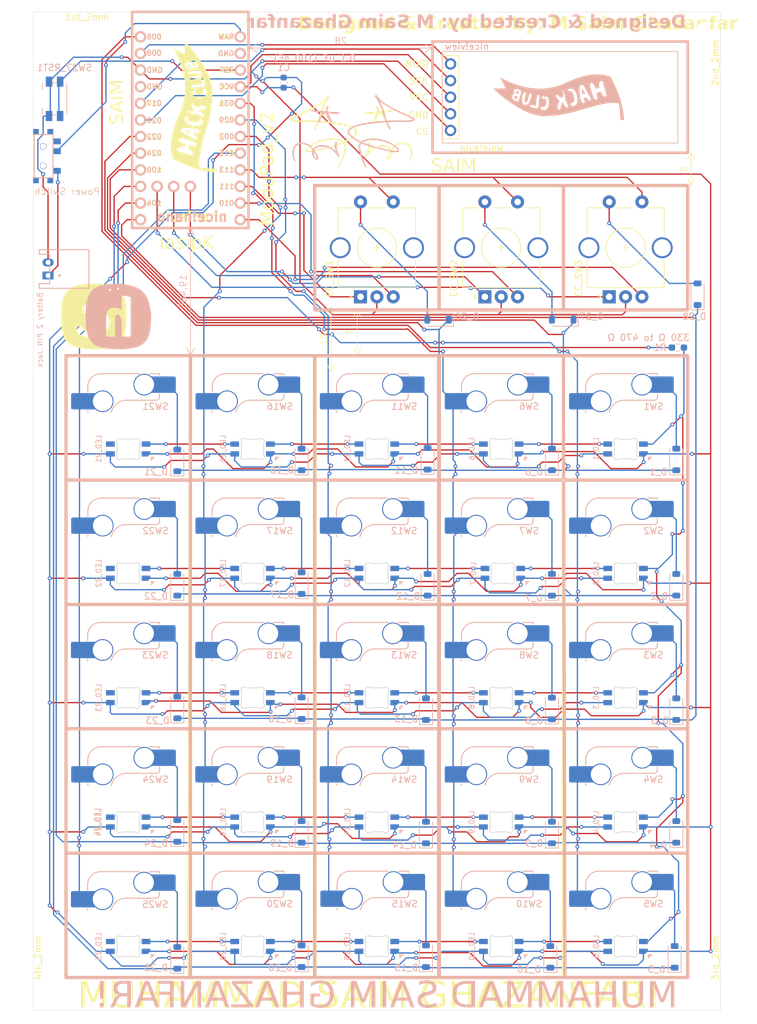
<source format=kicad_pcb>
(kicad_pcb (version 20241229) (generator "pcbnew") (generator_version "9.0")
  (layers (0 "F.Cu" signal) (2 "B.Cu" signal) (13 "F.Paste" user) (15 "B.Paste" user) (5 "F.SilkS" user "F.Silkscreen") (7 "B.SilkS" user "B.Silkscreen") (1 "F.Mask" user) (3 "B.Mask" user) (25 "Edge.Cuts" user))
  (net 0 "")
  (net 1 "VCC")
  (net 2 "GND")
  (net 3 "nice!view_CS")
  (net 4 "nice!view_MOSI")
  (net 5 "nice!view_SCK")
  (net 6 "ROW 0")
  (net 7 "Net-(D_1-A)")
  (net 8 "ROW 1")
  (net 9 "Net-(D_2-A)")
  (net 10 "ROW 2")
  (net 11 "Net-(D_3-A)")
  (net 12 "Net-(D_4-A)")
  (net 13 "ROW 3")
  (net 14 "Net-(D_5-A)")
  (net 15 "ROW 4")
  (net 16 "Net-(D_6-A)")
  (net 17 "Net-(D_7-A)")
  (net 18 "Net-(D_8-A)")
  (net 19 "Net-(D_9-A)")
  (net 20 "Net-(D_10-A)")
  (net 21 "Net-(D_11-A)")
  (net 22 "Net-(D_12-A)")
  (net 23 "Net-(D_13-A)")
  (net 24 "Net-(D_14-A)")
  (net 25 "Net-(D_15-A)")
  (net 26 "Net-(D_16-A)")
  (net 27 "Net-(D_17-A)")
  (net 28 "Net-(D_18-A)")
  (net 29 "Net-(D_19-A)")
  (net 30 "Net-(D_20-A)")
  (net 31 "Net-(D_21-A)")
  (net 32 "Net-(D_22-A)")
  (net 33 "Net-(D_23-A)")
  (net 34 "Net-(D_24-A)")
  (net 35 "Net-(D_25-A)")
  (net 36 "COL 5")
  (net 37 "EC_01_RB")
  (net 38 "EC_01_RA")
  (net 39 "EC_02_RB")
  (net 40 "EC_02_RA")
  (net 41 "EC_03_RA")
  (net 42 "EC_03_RB")
  (net 43 "BAT+")
  (net 44 "Net-(LED_1-DIN)")
  (net 45 "Net-(LED_1-DOUT)")
  (net 46 "Net-(LED_2-DOUT)")
  (net 47 "Net-(LED_3-DOUT)")
  (net 48 "Net-(LED_4-DOUT)")
  (net 49 "Net-(LED_10-DIN)")
  (net 50 "Net-(LED_11-DIN)")
  (net 51 "Net-(LED_12-DIN)")
  (net 52 "Net-(LED_13-DIN)")
  (net 53 "Net-(LED_14-DIN)")
  (net 54 "Net-(LED_10-DOUT)")
  (net 55 "Net-(LED_11-DOUT)")
  (net 56 "Net-(LED_12-DOUT)")
  (net 57 "Net-(LED_13-DOUT)")
  (net 58 "Net-(LED_14-DOUT)")
  (net 59 "Net-(LED_15-DOUT)")
  (net 60 "Net-(LED_16-DOUT)")
  (net 61 "Net-(LED_17-DOUT)")
  (net 62 "Net-(LED_18-DOUT)")
  (net 63 "Net-(LED_19-DOUT)")
  (net 64 "Net-(LED_20-DOUT)")
  (net 70 "LED")
  (net 71 "BATIN")
  (net 73 "COL 0")
  (net 74 "COL 1")
  (net 75 "COL 2")
  (net 76 "COL 3")
  (net 77 "COL 4")
  (net 78 "MCU-RST")
  (net 81 "EC_SW01_A")
  (net 82 "EC_SW02_A")
  (net 83 "EC_SW03_A")
  (footprint "Power-Switch-For-Battery:SPDT_C128955" (layer "F.Cu") (at 21.5 52 90)
    (property "Reference" "SW26_SPDT1" (hide yes))
    (property "Value" "SW_SPDT" (hide yes))
  )
  (footprint "Encoders_Push-Buttons:RotaryEncoder_Alps_EC11E-Switch_Vertical_H20mm_CircularMountingHoles" (layer "F.Cu") (at 70 73.5 90)
    (property "Reference" "EC_SW1")
    (property "Value" "RotaryEncoder_Switch")
  )
  (footprint "Encoders_Push-Buttons:RotaryEncoder_Alps_EC11E-Switch_Vertical_H20mm_CircularMountingHoles" (layer "F.Cu") (at 108 73.5 90)
    (property "Reference" "EC_SW3")
    (property "Value" "RotaryEncoder_Switch")
  )
  (footprint "Branding:Icon-Rounded-Original_Branding_S-Letter" (layer "F.Cu") (at 29.25 76.5)
    (property "Reference" "G***" (hide yes))
    (property "Value" "LOGO" (hide yes))
  )
  (footprint "MountingHole:MountingHole_2mm" (layer "F.Cu") (at 122.5 180)
    (property "Reference" "3rd_2mm")
    (property "Value" "MountingHole_2mm")
  )
  (footprint "MountingHole:MountingHole_2mm" (layer "F.Cu") (at 22.5 32.5)
    (property "Reference" "1st_2mm")
    (property "Value" "MountingHole_2mm")
  )
  (footprint "Branding:Flag-Standalone-bw_Branding_HACK-CLUB" (layer "F.Cu") (at 44.5 44.5 90)
    (property "Reference" "G***")
    (property "Value" "LOGO" (hide yes))
  )
  (footprint "Encoders_Push-Buttons:RotaryEncoder_Alps_EC11E-Switch_Vertical_H20mm_CircularMountingHoles" (layer "F.Cu") (at 89 73.5 90)
    (property "Reference" "EC_SW2")
    (property "Value" "RotaryEncoder_Switch")
  )
  (footprint "SAIM_Signature-Silkscreen:SAIM_Signature_Silkscreen_20x18.4-mm" (layer "F.Cu") (at 68.75 48)
    (property "Reference" "G***" (hide yes))
    (property "Value" "LOGO" (hide yes))
  )
  (footprint "Battery_Jack:JST_PH_S2B-PH-K_02x2.00mm_Angled" (layer "F.Cu") (at 22.25 69.25 90)
    (property "Reference" "J1" (hide yes))
    (property "Value" "Conn_01x02" (hide yes))
  )
  (footprint "MountingHole:MountingHole_2mm" (layer "F.Cu") (at 122.5 32.5)
    (property "Reference" "2nd_2mm")
    (property "Value" "MountingHole_2mm")
  )
  (footprint "nice-nano-kicad-master:nice_nano" (layer "F.Cu") (at 44 47.75 -90)
    (property "Reference" "MCU1" (hide yes))
    (property "Value" "nice!nano" (hide yes))
  )
  (footprint "MountingHole:MountingHole_2mm" (layer "F.Cu") (at 22.5 180)
    (property "Reference" "4th_2mm")
    (property "Value" "MountingHole_2mm")
  )
  (footprint "nice_view:nice_view" (layer "F.Cu") (at 100.26 43 -90)
    (property "Reference" "Display1")
    (property "Value" "nice!view")
  )
  (footprint "MX-Style-Cherry-Switches-with-Kilah-HotSwap-Socket:SW_MX_HS_CPG151101S11_1u" (layer "B.Cu") (at 34.41 92 180)
    (property "Reference" "SW21")
    (property "Value" "SW_Push")
  )
  (footprint "LEDs:LEDs" (layer "B.Cu") (at 91.5 172.75 180)
    (property "Reference" "LED_10" (hide yes))
    (property "Value" "SK6812MINI" (hide yes))
    (fp_line (start 1.699999 -0.702842) (end 1.699999 0.702842) (stroke (width 0.1)) (layer "Edge.Cuts"))
    (fp_line (start 0.794452 1.499999) (end -0.794453 1.499999) (stroke (width 0.1)) (layer "Edge.Cuts"))
    (fp_line (start -0.794452 -1.5) (end 0.794452 -1.5) (stroke (width 0.1)) (layer "Edge.Cuts"))
    (fp_line (start -1.699999 0.702842) (end -1.699999 -0.702842) (stroke (width 0.1)) (layer "Edge.Cuts"))
    (fp_arc (start 1.749484 0.91972) (mid 1.712526 0.814068) (end 1.699999 0.702842) (stroke (width 0.1)) (layer "Edge.Cuts"))
    (fp_arc (start 1.749484 0.91972) (mid 1.638072 1.504037) (end 1.046711 1.568299) (stroke (width 0.1)) (layer "Edge.Cuts"))
    (fp_arc (start 1.699999 -0.702843) (mid 1.712536 -0.814065) (end 1.749484 -0.91972) (stroke (width 0.1)) (layer "Edge.Cuts"))
    (fp_arc (start 1.046711 -1.568297) (mid 1.63807 -1.504035) (end 1.749484 -0.91972) (stroke (width 0.1)) (layer "Edge.Cuts"))
    (fp_arc (start 1.04671 -1.568299) (mid 0.925122 -1.517377) (end 0.794452 -1.5) (stroke (width 0.1)) (layer "Edge.Cuts"))
    (fp_arc (start 0.794453 1.5) (mid 0.925123 1.517377) (end 1.046711 1.568299) (stroke (width 0.1)) (layer "Edge.Cuts"))
    (fp_arc (start -0.794452 -1.5) (mid -0.925123 -1.517377) (end -1.046711 -1.568299) (stroke (width 0.1)) (layer "Edge.Cuts"))
    (fp_arc (start -1.046711 1.568298) (mid -0.925123 1.517376) (end -0.794453 1.499999) (stroke (width 0.1)) (layer "Edge.Cuts"))
    (fp_arc (start -1.046711 1.568298) (mid -1.638071 1.504034) (end -1.749484 0.91972) (stroke (width 0.1)) (layer "Edge.Cuts"))
    (fp_arc (start -1.699999 0.702843) (mid -1.712527 0.814068) (end -1.749484 0.91972) (stroke (width 0.1)) (layer "Edge.Cuts"))
    (fp_arc (start -1.749484 -0.919719) (mid -1.638072 -1.504035) (end -1.046711 -1.568299) (stroke (width 0.1)) (layer "Edge.Cuts"))
    (fp_arc (start -1.749484 -0.91972) (mid -1.712527 -0.814068) (end -1.699999 -0.702842) (stroke (width 0.1)) (layer "Edge.Cuts"))
  )
  (footprint "MX-Style-Cherry-Switches-with-Kilah-HotSwap-Socket:SW_MX_HS_CPG151101S11_1u" (layer "B.Cu") (at 91.5 130 180)
    (property "Reference" "SW8")
    (property "Value" "SW_Push")
  )
  (footprint "Button_Switch_SMD:Panasonic_EVQPUL_EVQPUC" (layer "B.Cu") (at 23.25 43.25 -90)
    (property "Reference" "SW27_RST1")
    (property "Value" "SW_Push_45deg")
  )
  (footprint "LEDs:LEDs" (layer "B.Cu") (at 34.5 134.75 180)
    (property "Reference" "LED_23" (hide yes))
    (property "Value" "SK6812MINI" (hide yes))
    (fp_line (start 1.699999 -0.702842) (end 1.699999 0.702842) (stroke (width 0.1)) (layer "Edge.Cuts"))
    (fp_line (start 0.794452 1.499999) (end -0.794453 1.499999) (stroke (width 0.1)) (layer "Edge.Cuts"))
    (fp_line (start -0.794452 -1.5) (end 0.794452 -1.5) (stroke (width 0.1)) (layer "Edge.Cuts"))
    (fp_line (start -1.699999 0.702842) (end -1.699999 -0.702842) (stroke (width 0.1)) (layer "Edge.Cuts"))
    (fp_arc (start 1.749484 0.91972) (mid 1.712526 0.814068) (end 1.699999 0.702842) (stroke (width 0.1)) (layer "Edge.Cuts"))
    (fp_arc (start 1.749484 0.91972) (mid 1.638072 1.504037) (end 1.046711 1.568299) (stroke (width 0.1)) (layer "Edge.Cuts"))
    (fp_arc (start 1.699999 -0.702843) (mid 1.712536 -0.814065) (end 1.749484 -0.91972) (stroke (width 0.1)) (layer "Edge.Cuts"))
    (fp_arc (start 1.046711 -1.568297) (mid 1.63807 -1.504035) (end 1.749484 -0.91972) (stroke (width 0.1)) (layer "Edge.Cuts"))
    (fp_arc (start 1.04671 -1.568299) (mid 0.925122 -1.517377) (end 0.794452 -1.5) (stroke (width 0.1)) (layer "Edge.Cuts"))
    (fp_arc (start 0.794453 1.5) (mid 0.925123 1.517377) (end 1.046711 1.568299) (stroke (width 0.1)) (layer "Edge.Cuts"))
    (fp_arc (start -0.794452 -1.5) (mid -0.925123 -1.517377) (end -1.046711 -1.568299) (stroke (width 0.1)) (layer "Edge.Cuts"))
    (fp_arc (start -1.046711 1.568298) (mid -0.925123 1.517376) (end -0.794453 1.499999) (stroke (width 0.1)) (layer "Edge.Cuts"))
    (fp_arc (start -1.046711 1.568298) (mid -1.638071 1.504034) (end -1.749484 0.91972) (stroke (width 0.1)) (layer "Edge.Cuts"))
    (fp_arc (start -1.699999 0.702843) (mid -1.712527 0.814068) (end -1.749484 0.91972) (stroke (width 0.1)) (layer "Edge.Cuts"))
    (fp_arc (start -1.749484 -0.919719) (mid -1.638072 -1.504035) (end -1.046711 -1.568299) (stroke (width 0.1)) (layer "Edge.Cuts"))
    (fp_arc (start -1.749484 -0.91972) (mid -1.712527 -0.814068) (end -1.699999 -0.702842) (stroke (width 0.1)) (layer "Edge.Cuts"))
  )
  (footprint "MX-Style-Cherry-Switches-with-Kilah-HotSwap-Socket:SW_MX_HS_CPG151101S11_1u" (layer "B.Cu") (at 53.42 92 180)
    (property "Reference" "SW16")
    (property "Value" "SW_Push")
  )
  (footprint "MX-Style-Cherry-Switches-with-Kilah-HotSwap-Socket:SW_MX_HS_CPG151101S11_1u" (layer "B.Cu") (at 34.385176 168.08 180)
    (property "Reference" "SW25")
    (property "Value" "SW_Push")
  )
  (footprint "MX-Style-Cherry-Switches-with-Kilah-HotSwap-Socket:SW_MX_HS_CPG151101S11_1u" (layer "B.Cu") (at 110.5 168 180)
    (property "Reference" "SW5")
    (property "Value" "SW_Push")
  )
  (footprint "MX-Style-Cherry-Switches-with-Kilah-HotSwap-Socket:SW_MX_HS_CPG151101S11_1u" (layer "B.Cu") (at 91.5 111 180)
    (property "Reference" "SW7")
    (property "Value" "SW_Push")
  )
  (footprint "LEDs:LEDs" (layer "B.Cu") (at 91.5 134.75 180)
    (property "Reference" "LED_8" (hide yes))
    (property "Value" "SK6812MINI" (hide yes))
    (fp_line (start 1.699999 -0.702842) (end 1.699999 0.702842) (stroke (width 0.1)) (layer "Edge.Cuts"))
    (fp_line (start 0.794452 1.499999) (end -0.794453 1.499999) (stroke (width 0.1)) (layer "Edge.Cuts"))
    (fp_line (start -0.794452 -1.5) (end 0.794452 -1.5) (stroke (width 0.1)) (layer "Edge.Cuts"))
    (fp_line (start -1.699999 0.702842) (end -1.699999 -0.702842) (stroke (width 0.1)) (layer "Edge.Cuts"))
    (fp_arc (start 1.749484 0.91972) (mid 1.712526 0.814068) (end 1.699999 0.702842) (stroke (width 0.1)) (layer "Edge.Cuts"))
    (fp_arc (start 1.749484 0.91972) (mid 1.638072 1.504037) (end 1.046711 1.568299) (stroke (width 0.1)) (layer "Edge.Cuts"))
    (fp_arc (start 1.699999 -0.702843) (mid 1.712536 -0.814065) (end 1.749484 -0.91972) (stroke (width 0.1)) (layer "Edge.Cuts"))
    (fp_arc (start 1.046711 -1.568297) (mid 1.63807 -1.504035) (end 1.749484 -0.91972) (stroke (width 0.1)) (layer "Edge.Cuts"))
    (fp_arc (start 1.04671 -1.568299) (mid 0.925122 -1.517377) (end 0.794452 -1.5) (stroke (width 0.1)) (layer "Edge.Cuts"))
    (fp_arc (start 0.794453 1.5) (mid 0.925123 1.517377) (end 1.046711 1.568299) (stroke (width 0.1)) (layer "Edge.Cuts"))
    (fp_arc (start -0.794452 -1.5) (mid -0.925123 -1.517377) (end -1.046711 -1.568299) (stroke (width 0.1)) (layer "Edge.Cuts"))
    (fp_arc (start -1.046711 1.568298) (mid -0.925123 1.517376) (end -0.794453 1.499999) (stroke (width 0.1)) (layer "Edge.Cuts"))
    (fp_arc (start -1.046711 1.568298) (mid -1.638071 1.504034) (end -1.749484 0.91972) (stroke (width 0.1)) (layer "Edge.Cuts"))
    (fp_arc (start -1.699999 0.702843) (mid -1.712527 0.814068) (end -1.749484 0.91972) (stroke (width 0.1)) (layer "Edge.Cuts"))
    (fp_arc (start -1.749484 -0.919719) (mid -1.638072 -1.504035) (end -1.046711 -1.568299) (stroke (width 0.1)) (layer "Edge.Cuts"))
    (fp_arc (start -1.749484 -0.91972) (mid -1.712527 -0.814068) (end -1.699999 -0.702842) (stroke (width 0.1)) (layer "Edge.Cuts"))
  )
  (footprint "Diode_SMD:D_SOD-123" (layer "B.Cu") (at 42 174.5 90)
    (property "Reference" "D_25")
    (property "Value" "1N4148W")
  )
  (footprint "Branding:Icon-Rounded-Original_Branding_HACK-CLUB" (layer "B.Cu") (at 33 76.5 180)
    (property "Reference" "G***" (hide yes))
    (property "Value" "LOGO" (hide yes))
  )
  (footprint "MX-Style-Cherry-Switches-with-Kilah-HotSwap-Socket:SW_MX_HS_CPG151101S11_1u" (layer "B.Cu") (at 72.42 92 180)
    (property "Reference" "SW11")
    (property "Value" "SW_Push")
  )
  (footprint "LEDs:LEDs" (layer "B.Cu") (at 110.5 115.75 180)
    (property "Reference" "LED_2" (hide yes))
    (property "Value" "SK6812MINI" (hide yes))
    (fp_line (start 1.699999 -0.702842) (end 1.699999 0.702842) (stroke (width 0.1)) (layer "Edge.Cuts"))
    (fp_line (start 0.794452 1.499999) (end -0.794453 1.499999) (stroke (width 0.1)) (layer "Edge.Cuts"))
    (fp_line (start -0.794452 -1.5) (end 0.794452 -1.5) (stroke (width 0.1)) (layer "Edge.Cuts"))
    (fp_line (start -1.699999 0.702842) (end -1.699999 -0.702842) (stroke (width 0.1)) (layer "Edge.Cuts"))
    (fp_arc (start 1.749484 0.91972) (mid 1.712526 0.814068) (end 1.699999 0.702842) (stroke (width 0.1)) (layer "Edge.Cuts"))
    (fp_arc (start 1.749484 0.91972) (mid 1.638072 1.504037) (end 1.046711 1.568299) (stroke (width 0.1)) (layer "Edge.Cuts"))
    (fp_arc (start 1.699999 -0.702843) (mid 1.712536 -0.814065) (end 1.749484 -0.91972) (stroke (width 0.1)) (layer "Edge.Cuts"))
    (fp_arc (start 1.046711 -1.568297) (mid 1.63807 -1.504035) (end 1.749484 -0.91972) (stroke (width 0.1)) (layer "Edge.Cuts"))
    (fp_arc (start 1.04671 -1.568299) (mid 0.925122 -1.517377) (end 0.794452 -1.5) (stroke (width 0.1)) (layer "Edge.Cuts"))
    (fp_arc (start 0.794453 1.5) (mid 0.925123 1.517377) (end 1.046711 1.568299) (stroke (width 0.1)) (layer "Edge.Cuts"))
    (fp_arc (start -0.794452 -1.5) (mid -0.925123 -1.517377) (end -1.046711 -1.568299) (stroke (width 0.1)) (layer "Edge.Cuts"))
    (fp_arc (start -1.046711 1.568298) (mid -0.925123 1.517376) (end -0.794453 1.499999) (stroke (width 0.1)) (layer "Edge.Cuts"))
    (fp_arc (start -1.046711 1.568298) (mid -1.638071 1.504034) (end -1.749484 0.91972) (stroke (width 0.1)) (layer "Edge.Cuts"))
    (fp_arc (start -1.699999 0.702843) (mid -1.712527 0.814068) (end -1.749484 0.91972) (stroke (width 0.1)) (layer "Edge.Cuts"))
    (fp_arc (start -1.749484 -0.919719) (mid -1.638072 -1.504035) (end -1.046711 -1.568299) (stroke (width 0.1)) (layer "Edge.Cuts"))
    (fp_arc (start -1.749484 -0.91972) (mid -1.712527 -0.814068) (end -1.699999 -0.702842) (stroke (width 0.1)) (layer "Edge.Cuts"))
  )
  (footprint "Diode_SMD:D_SOD-123" (layer "B.Cu") (at 80 155.35 90)
    (property "Reference" "D_14")
    (property "Value" "1N4148W")
  )
  (footprint "LEDs:LEDs" (layer "B.Cu") (at 53.5 153.75 180)
    (property "Reference" "LED_19" (hide yes))
    (property "Value" "SK6812MINI" (hide yes))
    (fp_line (start 1.699999 -0.702842) (end 1.699999 0.702842) (stroke (width 0.1)) (layer "Edge.Cuts"))
    (fp_line (start 0.794452 1.499999) (end -0.794453 1.499999) (stroke (width 0.1)) (layer "Edge.Cuts"))
    (fp_line (start -0.794452 -1.5) (end 0.794452 -1.5) (stroke (width 0.1)) (layer "Edge.Cuts"))
    (fp_line (start -1.699999 0.702842) (end -1.699999 -0.702842) (stroke (width 0.1)) (layer "Edge.Cuts"))
    (fp_arc (start 1.749484 0.91972) (mid 1.712526 0.814068) (end 1.699999 0.702842) (stroke (width 0.1)) (layer "Edge.Cuts"))
    (fp_arc (start 1.749484 0.91972) (mid 1.638072 1.504037) (end 1.046711 1.568299) (stroke (width 0.1)) (layer "Edge.Cuts"))
    (fp_arc (start 1.699999 -0.702843) (mid 1.712536 -0.814065) (end 1.749484 -0.91972) (stroke (width 0.1)) (layer "Edge.Cuts"))
    (fp_arc (start 1.046711 -1.568297) (mid 1.63807 -1.504035) (end 1.749484 -0.91972) (stroke (width 0.1)) (layer "Edge.Cuts"))
    (fp_arc (start 1.04671 -1.568299) (mid 0.925122 -1.517377) (end 0.794452 -1.5) (stroke (width 0.1)) (layer "Edge.Cuts"))
    (fp_arc (start 0.794453 1.5) (mid 0.925123 1.517377) (end 1.046711 1.568299) (stroke (width 0.1)) (layer "Edge.Cuts"))
    (fp_arc (start -0.794452 -1.5) (mid -0.925123 -1.517377) (end -1.046711 -1.568299) (stroke (width 0.1)) (layer "Edge.Cuts"))
    (fp_arc (start -1.046711 1.568298) (mid -0.925123 1.517376) (end -0.794453 1.499999) (stroke (width 0.1)) (layer "Edge.Cuts"))
    (fp_arc (start -1.046711 1.568298) (mid -1.638071 1.504034) (end -1.749484 0.91972) (stroke (width 0.1)) (layer "Edge.Cuts"))
    (fp_arc (start -1.699999 0.702843) (mid -1.712527 0.814068) (end -1.749484 0.91972) (stroke (width 0.1)) (layer "Edge.Cuts"))
    (fp_arc (start -1.749484 -0.919719) (mid -1.638072 -1.504035) (end -1.046711 -1.568299) (stroke (width 0.1)) (layer "Edge.Cuts"))
    (fp_arc (start -1.749484 -0.91972) (mid -1.712527 -0.814068) (end -1.699999 -0.702842) (stroke (width 0.1)) (layer "Edge.Cuts"))
  )
  (footprint "MX-Style-Cherry-Switches-with-Kilah-HotSwap-Socket:SW_MX_HS_CPG151101S11_1u" (layer "B.Cu") (at 53.385176 130 180)
    (property "Reference" "SW18")
    (property "Value" "SW_Push")
  )
  (footprint "LEDs:LEDs" (layer "B.Cu") (at 91.5 96.75 180)
    (property "Reference" "LED_6" (hide yes))
    (property "Value" "SK6812MINI" (hide yes))
    (fp_line (start 1.699999 -0.702842) (end 1.699999 0.702842) (stroke (width 0.1)) (layer "Edge.Cuts"))
    (fp_line (start 0.794452 1.499999) (end -0.794453 1.499999) (stroke (width 0.1)) (layer "Edge.Cuts"))
    (fp_line (start -0.794452 -1.5) (end 0.794452 -1.5) (stroke (width 0.1)) (layer "Edge.Cuts"))
    (fp_line (start -1.699999 0.702842) (end -1.699999 -0.702842) (stroke (width 0.1)) (layer "Edge.Cuts"))
    (fp_arc (start 1.749484 0.91972) (mid 1.712526 0.814068) (end 1.699999 0.702842) (stroke (width 0.1)) (layer "Edge.Cuts"))
    (fp_arc (start 1.749484 0.91972) (mid 1.638072 1.504037) (end 1.046711 1.568299) (stroke (width 0.1)) (layer "Edge.Cuts"))
    (fp_arc (start 1.699999 -0.702843) (mid 1.712536 -0.814065) (end 1.749484 -0.91972) (stroke (width 0.1)) (layer "Edge.Cuts"))
    (fp_arc (start 1.046711 -1.568297) (mid 1.63807 -1.504035) (end 1.749484 -0.91972) (stroke (width 0.1)) (layer "Edge.Cuts"))
    (fp_arc (start 1.04671 -1.568299) (mid 0.925122 -1.517377) (end 0.794452 -1.5) (stroke (width 0.1)) (layer "Edge.Cuts"))
    (fp_arc (start 0.794453 1.5) (mid 0.925123 1.517377) (end 1.046711 1.568299) (stroke (width 0.1)) (layer "Edge.Cuts"))
    (fp_arc (start -0.794452 -1.5) (mid -0.925123 -1.517377) (end -1.046711 -1.568299) (stroke (width 0.1)) (layer "Edge.Cuts"))
    (fp_arc (start -1.046711 1.568298) (mid -0.925123 1.517376) (end -0.794453 1.499999) (stroke (width 0.1)) (layer "Edge.Cuts"))
    (fp_arc (start -1.046711 1.568298) (mid -1.638071 1.504034) (end -1.749484 0.91972) (stroke (width 0.1)) (layer "Edge.Cuts"))
    (fp_arc (start -1.699999 0.702843) (mid -1.712527 0.814068) (end -1.749484 0.91972) (stroke (width 0.1)) (layer "Edge.Cuts"))
    (fp_arc (start -1.749484 -0.919719) (mid -1.638072 -1.504035) (end -1.046711 -1.568299) (stroke (width 0.1)) (layer "Edge.Cuts"))
    (fp_arc (start -1.749484 -0.91972) (mid -1.712527 -0.814068) (end -1.699999 -0.702842) (stroke (width 0.1)) (layer "Edge.Cuts"))
  )
  (footprint "LEDs:LEDs" (layer "B.Cu") (at 110.5 153.75 180)
    (property "Reference" "LED_4" (hide yes))
    (property "Value" "SK6812MINI" (hide yes))
    (fp_line (start 1.699999 -0.702842) (end 1.699999 0.702842) (stroke (width 0.1)) (layer "Edge.Cuts"))
    (fp_line (start 0.794452 1.499999) (end -0.794453 1.499999) (stroke (width 0.1)) (layer "Edge.Cuts"))
    (fp_line (start -0.794452 -1.5) (end 0.794452 -1.5) (stroke (width 0.1)) (layer "Edge.Cuts"))
    (fp_line (start -1.699999 0.702842) (end -1.699999 -0.702842) (stroke (width 0.1)) (layer "Edge.Cuts"))
    (fp_arc (start 1.749484 0.91972) (mid 1.712526 0.814068) (end 1.699999 0.702842) (stroke (width 0.1)) (layer "Edge.Cuts"))
    (fp_arc (start 1.749484 0.91972) (mid 1.638072 1.504037) (end 1.046711 1.568299) (stroke (width 0.1)) (layer "Edge.Cuts"))
    (fp_arc (start 1.699999 -0.702843) (mid 1.712536 -0.814065) (end 1.749484 -0.91972) (stroke (width 0.1)) (layer "Edge.Cuts"))
    (fp_arc (start 1.046711 -1.568297) (mid 1.63807 -1.504035) (end 1.749484 -0.91972) (stroke (width 0.1)) (layer "Edge.Cuts"))
    (fp_arc (start 1.04671 -1.568299) (mid 0.925122 -1.517377) (end 0.794452 -1.5) (stroke (width 0.1)) (layer "Edge.Cuts"))
    (fp_arc (start 0.794453 1.5) (mid 0.925123 1.517377) (end 1.046711 1.568299) (stroke (width 0.1)) (layer "Edge.Cuts"))
    (fp_arc (start -0.794452 -1.5) (mid -0.925123 -1.517377) (end -1.046711 -1.568299) (stroke (width 0.1)) (layer "Edge.Cuts"))
    (fp_arc (start -1.046711 1.568298) (mid -0.925123 1.517376) (end -0.794453 1.499999) (stroke (width 0.1)) (layer "Edge.Cuts"))
    (fp_arc (start -1.046711 1.568298) (mid -1.638071 1.504034) (end -1.749484 0.91972) (stroke (width 0.1)) (layer "Edge.Cuts"))
    (fp_arc (start -1.699999 0.702843) (mid -1.712527 0.814068) (end -1.749484 0.91972) (stroke (width 0.1)) (layer "Edge.Cuts"))
    (fp_arc (start -1.749484 -0.919719) (mid -1.638072 -1.504035) (end -1.046711 -1.568299) (stroke (width 0.1)) (layer "Edge.Cuts"))
    (fp_arc (start -1.749484 -0.91972) (mid -1.712527 -0.814068) (end -1.699999 -0.702842) (stroke (width 0.1)) (layer "Edge.Cuts"))
  )
  (footprint "LEDs:LEDs" (layer "B.Cu") (at 34.5 115.75 180)
    (property "Reference" "LED_22" (hide yes))
    (property "Value" "SK6812MINI" (hide yes))
    (fp_line (start 1.699999 -0.702842) (end 1.699999 0.702842) (stroke (width 0.1)) (layer "Edge.Cuts"))
    (fp_line (start 0.794452 1.499999) (end -0.794453 1.499999) (stroke (width 0.1)) (layer "Edge.Cuts"))
    (fp_line (start -0.794452 -1.5) (end 0.794452 -1.5) (stroke (width 0.1)) (layer "Edge.Cuts"))
    (fp_line (start -1.699999 0.702842) (end -1.699999 -0.702842) (stroke (width 0.1)) (layer "Edge.Cuts"))
    (fp_arc (start 1.749484 0.91972) (mid 1.712526 0.814068) (end 1.699999 0.702842) (stroke (width 0.1)) (layer "Edge.Cuts"))
    (fp_arc (start 1.749484 0.91972) (mid 1.638072 1.504037) (end 1.046711 1.568299) (stroke (width 0.1)) (layer "Edge.Cuts"))
    (fp_arc (start 1.699999 -0.702843) (mid 1.712536 -0.814065) (end 1.749484 -0.91972) (stroke (width 0.1)) (layer "Edge.Cuts"))
    (fp_arc (start 1.046711 -1.568297) (mid 1.63807 -1.504035) (end 1.749484 -0.91972) (stroke (width 0.1)) (layer "Edge.Cuts"))
    (fp_arc (start 1.04671 -1.568299) (mid 0.925122 -1.517377) (end 0.794452 -1.5) (stroke (width 0.1)) (layer "Edge.Cuts"))
    (fp_arc (start 0.794453 1.5) (mid 0.925123 1.517377) (end 1.046711 1.568299) (stroke (width 0.1)) (layer "Edge.Cuts"))
    (fp_arc (start -0.794452 -1.5) (mid -0.925123 -1.517377) (end -1.046711 -1.568299) (stroke (width 0.1)) (layer "Edge.Cuts"))
    (fp_arc (start -1.046711 1.568298) (mid -0.925123 1.517376) (end -0.794453 1.499999) (stroke (width 0.1)) (layer "Edge.Cuts"))
    (fp_arc (start -1.046711 1.568298) (mid -1.638071 1.504034) (end -1.749484 0.91972) (stroke (width 0.1)) (layer "Edge.Cuts"))
    (fp_arc (start -1.699999 0.702843) (mid -1.712527 0.814068) (end -1.749484 0.91972) (stroke (width 0.1)) (layer "Edge.Cuts"))
    (fp_arc (start -1.749484 -0.919719) (mid -1.638072 -1.504035) (end -1.046711 -1.568299) (stroke (width 0.1)) (layer "Edge.Cuts"))
    (fp_arc (start -1.749484 -0.91972) (mid -1.712527 -0.814068) (end -1.699999 -0.702842) (stroke (width 0.1)) (layer "Edge.Cuts"))
  )
  (footprint "MX-Style-Cherry-Switches-with-Kilah-HotSwap-Socket:SW_MX_HS_CPG151101S11_1u" (layer "B.Cu") (at 53.41 168 180)
    (property "Reference" "SW20")
    (property "Value" "SW_Push")
  )
  (footprint "Diode_SMD:D_SOD-123" (layer "B.Cu") (at 42 117.5 90)
    (property "Reference" "D_22")
    (property "Value" "1N4148W")
  )
  (footprint "Diode_SMD:D_SOD-123" (layer "B.Cu") (at 42 98.5 90)
    (property "Reference" "D_21")
    (property "Value" "1N4148W")
  )
  (footprint "Resistor_SMD:R_0603_1608Metric_Pad0.98x0.95mm_HandSolder" (layer "B.Cu") (at 118.5 81.25)
    (property "Reference" "R1")
    (property "Value" "330 Ω to 470 Ω")
  )
  (footprint "Diode_SMD:D_SOD-123" (layer "B.Cu") (at 121.5 73.1 90)
    (property "Reference" "D_28")
    (property "Value" "1N4148W")
  )
  (footprint "MX-Style-Cherry-Switches-with-Kilah-HotSwap-Socket:SW_MX_HS_CPG151101S11_1u" (layer "B.Cu") (at 91.5 149 180)
    (property "Reference" "SW9")
    (property "Value" "SW_Push")
  )
  (footprint "LEDs:LEDs" (layer "B.Cu") (at 34.5 96.75 180)
    (property "Reference" "LED_21" (hide yes))
    (property "Value" "SK6812MINI" (hide yes))
    (fp_line (start 1.699999 -0.702842) (end 1.699999 0.702842) (stroke (width 0.1)) (layer "Edge.Cuts"))
    (fp_line (start 0.794452 1.499999) (end -0.794453 1.499999) (stroke (width 0.1)) (layer "Edge.Cuts"))
    (fp_line (start -0.794452 -1.5) (end 0.794452 -1.5) (stroke (width 0.1)) (layer "Edge.Cuts"))
    (fp_line (start -1.699999 0.702842) (end -1.699999 -0.702842) (stroke (width 0.1)) (layer "Edge.Cuts"))
    (fp_arc (start 1.749484 0.91972) (mid 1.712526 0.814068) (end 1.699999 0.702842) (stroke (width 0.1)) (layer "Edge.Cuts"))
    (fp_arc (start 1.749484 0.91972) (mid 1.638072 1.504037) (end 1.046711 1.568299) (stroke (width 0.1)) (layer "Edge.Cuts"))
    (fp_arc (start 1.699999 -0.702843) (mid 1.712536 -0.814065) (end 1.749484 -0.91972) (stroke (width 0.1)) (layer "Edge.Cuts"))
    (fp_arc (start 1.046711 -1.568297) (mid 1.63807 -1.504035) (end 1.749484 -0.91972) (stroke (width 0.1)) (layer "Edge.Cuts"))
    (fp_arc (start 1.04671 -1.568299) (mid 0.925122 -1.517377) (end 0.794452 -1.5) (stroke (width 0.1)) (layer "Edge.Cuts"))
    (fp_arc (start 0.794453 1.5) (mid 0.925123 1.517377) (end 1.046711 1.568299) (stroke (width 0.1)) (layer "Edge.Cuts"))
    (fp_arc (start -0.794452 -1.5) (mid -0.925123 -1.517377) (end -1.046711 -1.568299) (stroke (width 0.1)) (layer "Edge.Cuts"))
    (fp_arc (start -1.046711 1.568298) (mid -0.925123 1.517376) (end -0.794453 1.499999) (stroke (width 0.1)) (layer "Edge.Cuts"))
    (fp_arc (start -1.046711 1.568298) (mid -1.638071 1.504034) (end -1.749484 0.91972) (stroke (width 0.1)) (layer "Edge.Cuts"))
    (fp_arc (start -1.699999 0.702843) (mid -1.712527 0.814068) (end -1.749484 0.91972) (stroke (width 0.1)) (layer "Edge.Cuts"))
    (fp_arc (start -1.749484 -0.919719) (mid -1.638072 -1.504035) (end -1.046711 -1.568299) (stroke (width 0.1)) (layer "Edge.Cuts"))
    (fp_arc (start -1.749484 -0.91972) (mid -1.712527 -0.814068) (end -1.699999 -0.702842) (stroke (width 0.1)) (layer "Edge.Cuts"))
  )
  (footprint "LEDs:LEDs" (layer "B.Cu") (at 53.5 172.75 180)
    (property "Reference" "LED_20" (hide yes))
    (property "Value" "SK6812MINI" (hide yes))
    (fp_line (start 1.699999 -0.702842) (end 1.699999 0.702842) (stroke (width 0.1)) (layer "Edge.Cuts"))
    (fp_line (start 0.794452 1.499999) (end -0.794453 1.499999) (stroke (width 0.1)) (layer "Edge.Cuts"))
    (fp_line (start -0.794452 -1.5) (end 0.794452 -1.5) (stroke (width 0.1)) (layer "Edge.Cuts"))
    (fp_line (start -1.699999 0.702842) (end -1.699999 -0.702842) (stroke (width 0.1)) (layer "Edge.Cuts"))
    (fp_arc (start 1.749484 0.91972) (mid 1.712526 0.814068) (end 1.699999 0.702842) (stroke (width 0.1)) (layer "Edge.Cuts"))
    (fp_arc (start 1.749484 0.91972) (mid 1.638072 1.504037) (end 1.046711 1.568299) (stroke (width 0.1)) (layer "Edge.Cuts"))
    (fp_arc (start 1.699999 -0.702843) (mid 1.712536 -0.814065) (end 1.749484 -0.91972) (stroke (width 0.1)) (layer "Edge.Cuts"))
    (fp_arc (start 1.046711 -1.568297) (mid 1.63807 -1.504035) (end 1.749484 -0.91972) (stroke (width 0.1)) (layer "Edge.Cuts"))
    (fp_arc (start 1.04671 -1.568299) (mid 0.925122 -1.517377) (end 0.794452 -1.5) (stroke (width 0.1)) (layer "Edge.Cuts"))
    (fp_arc (start 0.794453 1.5) (mid 0.925123 1.517377) (end 1.046711 1.568299) (stroke (width 0.1)) (layer "Edge.Cuts"))
    (fp_arc (start -0.794452 -1.5) (mid -0.925123 -1.517377) (end -1.046711 -1.568299) (stroke (width 0.1)) (layer "Edge.Cuts"))
    (fp_arc (start -1.046711 1.568298) (mid -0.925123 1.517376) (end -0.794453 1.499999) (stroke (width 0.1)) (layer "Edge.Cuts"))
    (fp_arc (start -1.046711 1.568298) (mid -1.638071 1.504034) (end -1.749484 0.91972) (stroke (width 0.1)) (layer "Edge.Cuts"))
    (fp_arc (start -1.699999 0.702843) (mid -1.712527 0.814068) (end -1.749484 0.91972) (stroke (width 0.1)) (layer "Edge.Cuts"))
    (fp_arc (start -1.749484 -0.919719) (mid -1.638072 -1.504035) (end -1.046711 -1.568299) (stroke (width 0.1)) (layer "Edge.Cuts"))
    (fp_arc (start -1.749484 -0.91972) (mid -1.712527 -0.814068) (end -1.699999 -0.702842) (stroke (width 0.1)) (layer "Edge.Cuts"))
  )
  (footprint "LEDs:LEDs" (layer "B.Cu") (at 110.5 96.75 180)
    (property "Reference" "LED_1" (hide yes))
    (property "Value" "SK6812MINI" (hide yes))
    (fp_line (start 1.699999 -0.702842) (end 1.699999 0.702842) (stroke (width 0.1)) (layer "Edge.Cuts"))
    (fp_line (start 0.794452 1.499999) (end -0.794453 1.499999) (stroke (width 0.1)) (layer "Edge.Cuts"))
    (fp_line (start -0.794452 -1.5) (end 0.794452 -1.5) (stroke (width 0.1)) (layer "Edge.Cuts"))
    (fp_line (start -1.699999 0.702842) (end -1.699999 -0.702842) (stroke (width 0.1)) (layer "Edge.Cuts"))
    (fp_arc (start 1.749484 0.91972) (mid 1.712526 0.814068) (end 1.699999 0.702842) (stroke (width 0.1)) (layer "Edge.Cuts"))
    (fp_arc (start 1.749484 0.91972) (mid 1.638072 1.504037) (end 1.046711 1.568299) (stroke (width 0.1)) (layer "Edge.Cuts"))
    (fp_arc (start 1.699999 -0.702843) (mid 1.712536 -0.814065) (end 1.749484 -0.91972) (stroke (width 0.1)) (layer "Edge.Cuts"))
    (fp_arc (start 1.046711 -1.568297) (mid 1.63807 -1.504035) (end 1.749484 -0.91972) (stroke (width 0.1)) (layer "Edge.Cuts"))
    (fp_arc (start 1.04671 -1.568299) (mid 0.925122 -1.517377) (end 0.794452 -1.5) (stroke (width 0.1)) (layer "Edge.Cuts"))
    (fp_arc (start 0.794453 1.5) (mid 0.925123 1.517377) (end 1.046711 1.568299) (stroke (width 0.1)) (layer "Edge.Cuts"))
    (fp_arc (start -0.794452 -1.5) (mid -0.925123 -1.517377) (end -1.046711 -1.568299) (stroke (width 0.1)) (layer "Edge.Cuts"))
    (fp_arc (start -1.046711 1.568298) (mid -0.925123 1.517376) (end -0.794453 1.499999) (stroke (width 0.1)) (layer "Edge.Cuts"))
    (fp_arc (start -1.046711 1.568298) (mid -1.638071 1.504034) (end -1.749484 0.91972) (stroke (width 0.1)) (layer "Edge.Cuts"))
    (fp_arc (start -1.699999 0.702843) (mid -1.712527 0.814068) (end -1.749484 0.91972) (stroke (width 0.1)) (layer "Edge.Cuts"))
    (fp_arc (start -1.749484 -0.919719) (mid -1.638072 -1.504035) (end -1.046711 -1.568299) (stroke (width 0.1)) (layer "Edge.Cuts"))
    (fp_arc (start -1.749484 -0.91972) (mid -1.712527 -0.814068) (end -1.699999 -0.702842) (stroke (width 0.1)) (layer "Edge.Cuts"))
  )
  (footprint "Diode_SMD:D_SOD-123" (layer "B.Cu") (at 61 155.25 90)
    (property "Reference" "D_19")
    (property "Value" "1N4148W")
  )
  (footprint "LEDs:LEDs" (layer "B.Cu") (at 53.5 115.75 180)
    (property "Reference" "LED_17" (hide yes))
    (property "Value" "SK6812MINI" (hide yes))
    (fp_line (start 1.699999 -0.702842) (end 1.699999 0.702842) (stroke (width 0.1)) (layer "Edge.Cuts"))
    (fp_line (start 0.794452 1.499999) (end -0.794453 1.499999) (stroke (width 0.1)) (layer "Edge.Cuts"))
    (fp_line (start -0.794452 -1.5) (end 0.794452 -1.5) (stroke (width 0.1)) (layer "Edge.Cuts"))
    (fp_line (start -1.699999 0.702842) (end -1.699999 -0.702842) (stroke (width 0.1)) (layer "Edge.Cuts"))
    (fp_arc (start 1.749484 0.91972) (mid 1.712526 0.814068) (end 1.699999 0.702842) (stroke (width 0.1)) (layer "Edge.Cuts"))
    (fp_arc (start 1.749484 0.91972) (mid 1.638072 1.504037) (end 1.046711 1.568299) (stroke (width 0.1)) (layer "Edge.Cuts"))
    (fp_arc (start 1.699999 -0.702843) (mid 1.712536 -0.814065) (end 1.749484 -0.91972) (stroke (width 0.1)) (layer "Edge.Cuts"))
    (fp_arc (start 1.046711 -1.568297) (mid 1.63807 -1.504035) (end 1.749484 -0.91972) (stroke (width 0.1)) (layer "Edge.Cuts"))
    (fp_arc (start 1.04671 -1.568299) (mid 0.925122 -1.517377) (end 0.794452 -1.5) (stroke (width 0.1)) (layer "Edge.Cuts"))
    (fp_arc (start 0.794453 1.5) (mid 0.925123 1.517377) (end 1.046711 1.568299) (stroke (width 0.1)) (layer "Edge.Cuts"))
    (fp_arc (start -0.794452 -1.5) (mid -0.925123 -1.517377) (end -1.046711 -1.568299) (stroke (width 0.1)) (layer "Edge.Cuts"))
    (fp_arc (start -1.046711 1.568298) (mid -0.925123 1.517376) (end -0.794453 1.499999) (stroke (width 0.1)) (layer "Edge.Cuts"))
    (fp_arc (start -1.046711 1.568298) (mid -1.638071 1.504034) (end -1.749484 0.91972) (stroke (width 0.1)) (layer "Edge.Cuts"))
    (fp_arc (start -1.699999 0.702843) (mid -1.712527 0.814068) (end -1.749484 0.91972) (stroke (width 0.1)) (layer "Edge.Cuts"))
    (fp_arc (start -1.749484 -0.919719) (mid -1.638072 -1.504035) (end -1.046711 -1.568299) (stroke (width 0.1)) (layer "Edge.Cuts"))
    (fp_arc (start -1.749484 -0.91972) (mid -1.712527 -0.814068) (end -1.699999 -0.702842) (stroke (width 0.1)) (layer "Edge.Cuts"))
  )
  (footprint "LEDs:LEDs" (layer "B.Cu") (at 72.5 96.75 180)
    (property "Reference" "LED_11" (hide yes))
    (property "Value" "SK6812MINI" (hide yes))
    (fp_line (start 1.699999 -0.702842) (end 1.699999 0.702842) (stroke (width 0.1)) (layer "Edge.Cuts"))
    (fp_line (start 0.794452 1.499999) (end -0.794453 1.499999) (stroke (width 0.1)) (layer "Edge.Cuts"))
    (fp_line (start -0.794452 -1.5) (end 0.794452 -1.5) (stroke (width 0.1)) (layer "Edge.Cuts"))
    (fp_line (start -1.699999 0.702842) (end -1.699999 -0.702842) (stroke (width 0.1)) (layer "Edge.Cuts"))
    (fp_arc (start 1.749484 0.91972) (mid 1.712526 0.814068) (end 1.699999 0.702842) (stroke (width 0.1)) (layer "Edge.Cuts"))
    (fp_arc (start 1.749484 0.91972) (mid 1.638072 1.504037) (end 1.046711 1.568299) (stroke (width 0.1)) (layer "Edge.Cuts"))
    (fp_arc (start 1.699999 -0.702843) (mid 1.712536 -0.814065) (end 1.749484 -0.91972) (stroke (width 0.1)) (layer "Edge.Cuts"))
    (fp_arc (start 1.046711 -1.568297) (mid 1.63807 -1.504035) (end 1.749484 -0.91972) (stroke (width 0.1)) (layer "Edge.Cuts"))
    (fp_arc (start 1.04671 -1.568299) (mid 0.925122 -1.517377) (end 0.794452 -1.5) (stroke (width 0.1)) (layer "Edge.Cuts"))
    (fp_arc (start 0.794453 1.5) (mid 0.925123 1.517377) (end 1.046711 1.568299) (stroke (width 0.1)) (layer "Edge.Cuts"))
    (fp_arc (start -0.794452 -1.5) (mid -0.925123 -1.517377) (end -1.046711 -1.568299) (stroke (width 0.1)) (layer "Edge.Cuts"))
    (fp_arc (start -1.046711 1.568298) (mid -0.925123 1.517376) (end -0.794453 1.499999) (stroke (width 0.1)) (layer "Edge.Cuts"))
    (fp_arc (start -1.046711 1.568298) (mid -1.638071 1.504034) (end -1.749484 0.91972) (stroke (width 0.1)) (layer "Edge.Cuts"))
    (fp_arc (start -1.699999 0.702843) (mid -1.712527 0.814068) (end -1.749484 0.91972) (stroke (width 0.1)) (layer "Edge.Cuts"))
    (fp_arc (start -1.749484 -0.919719) (mid -1.638072 -1.504035) (end -1.046711 -1.568299) (stroke (width 0.1)) (layer "Edge.Cuts"))
    (fp_arc (start -1.749484 -0.91972) (mid -1.712527 -0.814068) (end -1.699999 -0.702842) (stroke (width 0.1)) (layer "Edge.Cuts"))
  )
  (footprint "MX-Style-Cherry-Switches-with-Kilah-HotSwap-Socket:SW_MX_HS_CPG151101S11_1u" (layer "B.Cu") (at 53.385176 149 180)
    (property "Reference" "SW19")
    (property "Value" "SW_Push")
  )
  (footprint "Diode_SMD:D_SOD-123" (layer "B.Cu") (at 118 174.35 90)
    (property "Reference" "D_5")
    (property "Value" "1N4148W")
  )
  (footprint "MX-Style-Cherry-Switches-with-Kilah-HotSwap-Socket:SW_MX_HS_CPG151101S11_1u" (layer "B.Cu") (at 72.41 149 180)
    (property "Reference" "SW14")
    (property "Value" "SW_Push")
  )
  (footprint "LEDs:LEDs" (layer "B.Cu") (at 72.5 134.75 180)
    (property "Reference" "LED_13" (hide yes))
    (property "Value" "SK6812MINI" (hide yes))
    (fp_line (start 1.699999 -0.702842) (end 1.699999 0.702842) (stroke (width 0.1)) (layer "Edge.Cuts"))
    (fp_line (start 0.794452 1.499999) (end -0.794453 1.499999) (stroke (width 0.1)) (layer "Edge.Cuts"))
    (fp_line (start -0.794452 -1.5) (end 0.794452 -1.5) (stroke (width 0.1)) (layer "Edge.Cuts"))
    (fp_line (start -1.699999 0.702842) (end -1.699999 -0.702842) (stroke (width 0.1)) (layer "Edge.Cuts"))
    (fp_arc (start 1.749484 0.91972) (mid 1.712526 0.814068) (end 1.699999 0.702842) (stroke (width 0.1)) (layer "Edge.Cuts"))
    (fp_arc (start 1.749484 0.91972) (mid 1.638072 1.504037) (end 1.046711 1.568299) (stroke (width 0.1)) (layer "Edge.Cuts"))
    (fp_arc (start 1.699999 -0.702843) (mid 1.712536 -0.814065) (end 1.749484 -0.91972) (stroke (width 0.1)) (layer "Edge.Cuts"))
    (fp_arc (start 1.046711 -1.568297) (mid 1.63807 -1.504035) (end 1.749484 -0.91972) (stroke (width 0.1)) (layer "Edge.Cuts"))
    (fp_arc (start 1.04671 -1.568299) (mid 0.925122 -1.517377) (end 0.794452 -1.5) (stroke (width 0.1)) (layer "Edge.Cuts"))
    (fp_arc (start 0.794453 1.5) (mid 0.925123 1.517377) (end 1.046711 1.568299) (stroke (width 0.1)) (layer "Edge.Cuts"))
    (fp_arc (start -0.794452 -1.5) (mid -0.925123 -1.517377) (end -1.046711 -1.568299) (stroke (width 0.1)) (layer "Edge.Cuts"))
    (fp_arc (start -1.046711 1.568298) (mid -0.925123 1.517376) (end -0.794453 1.499999) (stroke (width 0.1)) (layer "Edge.Cuts"))
    (fp_arc (start -1.046711 1.568298) (mid -1.638071 1.504034) (end -1.749484 0.91972) (stroke (width 0.1)) (layer "Edge.Cuts"))
    (fp_arc (start -1.699999 0.702843) (mid -1.712527 0.814068) (end -1.749484 0.91972) (stroke (width 0.1)) (layer "Edge.Cuts"))
    (fp_arc (start -1.749484 -0.919719) (mid -1.638072 -1.504035) (end -1.046711 -1.568299) (stroke (width 0.1)) (layer "Edge.Cuts"))
    (fp_arc (start -1.749484 -0.91972) (mid -1.712527 -0.814068) (end -1.699999 -0.702842) (stroke (width 0.1)) (layer "Edge.Cuts"))
  )
  (footprint "MX-Style-Cherry-Switches-with-Kilah-HotSwap-Socket:SW_MX_HS_CPG151101S11_1u" (layer "B.Cu") (at 110.5 111 180)
    (property "Reference" "SW2")
    (property "Value" "SW_Push")
  )
  (footprint "Capacitor_SMD:C_0603_1608Metric" (layer "B.Cu") (at 58.25 40.775 90)
    (property "Reference" "C1")
    (property "Value" "0.1 µF (100 nF)")
  )
  (footprint "LEDs:LEDs" (layer "B.Cu") (at 72.5 172.75 180)
    (property "Reference" "LED_15" (hide yes))
    (property "Value" "SK6812MINI" (hide yes))
    (fp_line (start 1.699999 -0.702842) (end 1.699999 0.702842) (stroke (width 0.1)) (layer "Edge.Cuts"))
    (fp_line (start 0.794452 1.499999) (end -0.794453 1.499999) (stroke (width 0.1)) (layer "Edge.Cuts"))
    (fp_line (start -0.794452 -1.5) (end 0.794452 -1.5) (stroke (width 0.1)) (layer "Edge.Cuts"))
    (fp_line (start -1.699999 0.702842) (end -1.699999 -0.702842) (stroke (width 0.1)) (layer "Edge.Cuts"))
    (fp_arc (start 1.749484 0.91972) (mid 1.712526 0.814068) (end 1.699999 0.702842) (stroke (width 0.1)) (layer "Edge.Cuts"))
    (fp_arc (start 1.749484 0.91972) (mid 1.638072 1.504037) (end 1.046711 1.568299) (stroke (width 0.1)) (layer "Edge.Cuts"))
    (fp_arc (start 1.699999 -0.702843) (mid 1.712536 -0.814065) (end 1.749484 -0.91972) (stroke (width 0.1)) (layer "Edge.Cuts"))
    (fp_arc (start 1.046711 -1.568297) (mid 1.63807 -1.504035) (end 1.749484 -0.91972) (stroke (width 0.1)) (layer "Edge.Cuts"))
    (fp_arc (start 1.04671 -1.568299) (mid 0.925122 -1.517377) (end 0.794452 -1.5) (stroke (width 0.1)) (layer "Edge.Cuts"))
    (fp_arc (start 0.794453 1.5) (mid 0.925123 1.517377) (end 1.046711 1.568299) (stroke (width 0.1)) (layer "Edge.Cuts"))
    (fp_arc (start -0.794452 -1.5) (mid -0.925123 -1.517377) (end -1.046711 -1.568299) (stroke (width 0.1)) (layer "Edge.Cuts"))
    (fp_arc (start -1.046711 1.568298) (mid -0.925123 1.517376) (end -0.794453 1.499999) (stroke (width 0.1)) (layer "Edge.Cuts"))
    (fp_arc (start -1.046711 1.568298) (mid -1.638071 1.504034) (end -1.749484 0.91972) (stroke (width 0.1)) (layer "Edge.Cuts"))
    (fp_arc (start -1.699999 0.702843) (mid -1.712527 0.814068) (end -1.749484 0.91972) (stroke (width 0.1)) (layer "Edge.Cuts"))
    (fp_arc (start -1.749484 -0.919719) (mid -1.638072 -1.504035) (end -1.046711 -1.568299) (stroke (width 0.1)) (layer "Edge.Cuts"))
    (fp_arc (start -1.749484 -0.91972) (mid -1.712527 -0.814068) (end -1.699999 -0.702842) (stroke (width 0.1)) (layer "Edge.Cuts"))
  )
  (footprint "LEDs:LEDs" (layer "B.Cu") (at 110.5 134.75 180)
    (property "Reference" "LED_3" (hide yes))
    (property "Value" "SK6812MINI" (hide yes))
    (fp_line (start 1.699999 -0.702842) (end 1.699999 0.702842) (stroke (width 0.1)) (layer "Edge.Cuts"))
    (fp_line (start 0.794452 1.499999) (end -0.794453 1.499999) (stroke (width 0.1)) (layer "Edge.Cuts"))
    (fp_line (start -0.794452 -1.5) (end 0.794452 -1.5) (stroke (width 0.1)) (layer "Edge.Cuts"))
    (fp_line (start -1.699999 0.702842) (end -1.699999 -0.702842) (stroke (width 0.1)) (layer "Edge.Cuts"))
    (fp_arc (start 1.749484 0.91972) (mid 1.712526 0.814068) (end 1.699999 0.702842) (stroke (width 0.1)) (layer "Edge.Cuts"))
    (fp_arc (start 1.749484 0.91972) (mid 1.638072 1.504037) (end 1.046711 1.568299) (stroke (width 0.1)) (layer "Edge.Cuts"))
    (fp_arc (start 1.699999 -0.702843) (mid 1.712536 -0.814065) (end 1.749484 -0.91972) (stroke (width 0.1)) (layer "Edge.Cuts"))
    (fp_arc (start 1.046711 -1.568297) (mid 1.63807 -1.504035) (end 1.749484 -0.91972) (stroke (width 0.1)) (layer "Edge.Cuts"))
    (fp_arc (start 1.04671 -1.568299) (mid 0.925122 -1.517377) (end 0.794452 -1.5) (stroke (width 0.1)) (layer "Edge.Cuts"))
    (fp_arc (start 0.794453 1.5) (mid 0.925123 1.517377) (end 1.046711 1.568299) (stroke (width 0.1)) (layer "Edge.Cuts"))
    (fp_arc (start -0.794452 -1.5) (mid -0.925123 -1.517377) (end -1.046711 -1.568299) (stroke (width 0.1)) (layer "Edge.Cuts"))
    (fp_arc (start -1.046711 1.568298) (mid -0.925123 1.517376) (end -0.794453 1.499999) (stroke (width 0.1)) (layer "Edge.Cuts"))
    (fp_arc (start -1.046711 1.568298) (mid -1.638071 1.504034) (end -1.749484 0.91972) (stroke (width 0.1)) (layer "Edge.Cuts"))
    (fp_arc (start -1.699999 0.702843) (mid -1.712527 0.814068) (end -1.749484 0.91972) (stroke (width 0.1)) (layer "Edge.Cuts"))
    (fp_arc (start -1.749484 -0.919719) (mid -1.638072 -1.504035) (end -1.046711 -1.568299) (stroke (width 0.1)) (layer "Edge.Cuts"))
    (fp_arc (start -1.749484 -0.91972) (mid -1.712527 -0.814068) (end -1.699999 -0.702842) (stroke (width 0.1)) (layer "Edge.Cuts"))
  )
  (footprint "MX-Style-Cherry-Switches-with-Kilah-HotSwap-Socket:SW_MX_HS_CPG151101S11_1u" (layer "B.Cu") (at 91.5 92 180)
    (property "Reference" "SW6")
    (property "Value" "SW_Push")
  )
  (footprint "LEDs:LEDs" (layer "B.Cu") (at 72.5 153.75 180)
    (property "Reference" "LED_14" (hide yes))
    (property "Value" "SK6812MINI" (hide yes))
    (fp_line (start 1.699999 -0.702842) (end 1.699999 0.702842) (stroke (width 0.1)) (layer "Edge.Cuts"))
    (fp_line (start 0.794452 1.499999) (end -0.794453 1.499999) (stroke (width 0.1)) (layer "Edge.Cuts"))
    (fp_line (start -0.794452 -1.5) (end 0.794452 -1.5) (stroke (width 0.1)) (layer "Edge.Cuts"))
    (fp_line (start -1.699999 0.702842) (end -1.699999 -0.702842) (stroke (width 0.1)) (layer "Edge.Cuts"))
    (fp_arc (start 1.749484 0.91972) (mid 1.712526 0.814068) (end 1.699999 0.702842) (stroke (width 0.1)) (layer "Edge.Cuts"))
    (fp_arc (start 1.749484 0.91972) (mid 1.638072 1.504037) (end 1.046711 1.568299) (stroke (width 0.1)) (layer "Edge.Cuts"))
    (fp_arc (start 1.699999 -0.702843) (mid 1.712536 -0.814065) (end 1.749484 -0.91972) (stroke (width 0.1)) (layer "Edge.Cuts"))
    (fp_arc (start 1.046711 -1.568297) (mid 1.63807 -1.504035) (end 1.749484 -0.91972) (stroke (width 0.1)) (layer "Edge.Cuts"))
    (fp_arc (start 1.04671 -1.568299) (mid 0.925122 -1.517377) (end 0.794452 -1.5) (stroke (width 0.1)) (layer "Edge.Cuts"))
    (fp_arc (start 0.794453 1.5) (mid 0.925123 1.517377) (end 1.046711 1.568299) (stroke (width 0.1)) (layer "Edge.Cuts"))
    (fp_arc (start -0.794452 -1.5) (mid -0.925123 -1.517377) (end -1.046711 -1.568299) (stroke (width 0.1)) (layer "Edge.Cuts"))
    (fp_arc (start -1.046711 1.568298) (mid -0.925123 1.517376) (end -0.794453 1.499999) (stroke (width 0.1)) (layer "Edge.Cuts"))
    (fp_arc (start -1.046711 1.568298) (mid -1.638071 1.504034) (end -1.749484 0.91972) (stroke (width 0.1)) (layer "Edge.Cuts"))
    (fp_arc (start -1.699999 0.702843) (mid -1.712527 0.814068) (end -1.749484 0.91972) (stroke (width 0.1)) (layer "Edge.Cuts"))
    (fp_arc (start -1.749484 -0.919719) (mid -1.638072 -1.504035) (end -1.046711 -1.568299) (stroke (width 0.1)) (layer "Edge.Cuts"))
    (fp_arc (start -1.749484 -0.91972) (mid -1.712527 -0.814068) (end -1.699999 -0.702842) (stroke (width 0.1)) (layer "Edge.Cuts"))
  )
  (footprint "MX-Style-Cherry-Switches-with-Kilah-HotSwap-Socket:SW_MX_HS_CPG151101S11_1u" (layer "B.Cu") (at 72.5 168 180)
    (property "Reference" "SW15")
    (property "Value" "SW_Push")
  )
  (footprint "MX-Style-Cherry-Switches-with-Kilah-HotSwap-Socket:SW_MX_HS_CPG151101S11_1u" (layer "B.Cu") (at 110.5 149 180)
    (property "Reference" "SW4")
    (property "Value" "SW_Push")
  )
  (footprint "Diode_SMD:D_SOD-123" (layer "B.Cu") (at 80 174.25 90)
    (property "Reference" "D_15")
    (property "Value" "1N4148W")
  )
  (footprint "Diode_SMD:D_SOD-123" (layer "B.Cu") (at 100.9 77 180)
    (property "Reference" "D_27")
    (property "Value" "1N4148W")
  )
  (footprint "MX-Style-Cherry-Switches-with-Kilah-HotSwap-Socket:SW_MX_HS_CPG151101S11_1u" (layer "B.Cu") (at 91.5 168 180)
    (property "Reference" "SW10")
    (property "Value" "SW_Push")
  )
  (footprint "LEDs:LEDs" (layer "B.Cu") (at 53.5 134.75 180)
    (property "Reference" "LED_18" (hide yes))
    (property "Value" "SK6812MINI" (hide yes))
    (fp_line (start 1.699999 -0.702842) (end 1.699999 0.702842) (stroke (width 0.1)) (layer "Edge.Cuts"))
    (fp_line (start 0.794452 1.499999) (end -0.794453 1.499999) (stroke (width 0.1)) (layer "Edge.Cuts"))
    (fp_line (start -0.794452 -1.5) (end 0.794452 -1.5) (stroke (width 0.1)) (layer "Edge.Cuts"))
    (fp_line (start -1.699999 0.702842) (end -1.699999 -0.702842) (stroke (width 0.1)) (layer "Edge.Cuts"))
    (fp_arc (start 1.749484 0.91972) (mid 1.712526 0.814068) (end 1.699999 0.702842) (stroke (width 0.1)) (layer "Edge.Cuts"))
    (fp_arc (start 1.749484 0.91972) (mid 1.638072 1.504037) (end 1.046711 1.568299) (stroke (width 0.1)) (layer "Edge.Cuts"))
    (fp_arc (start 1.699999 -0.702843) (mid 1.712536 -0.814065) (end 1.749484 -0.91972) (stroke (width 0.1)) (layer "Edge.Cuts"))
    (fp_arc (start 1.046711 -1.568297) (mid 1.63807 -1.504035) (end 1.749484 -0.91972) (stroke (width 0.1)) (layer "Edge.Cuts"))
    (fp_arc (start 1.04671 -1.568299) (mid 0.925122 -1.517377) (end 0.794452 -1.5) (stroke (width 0.1)) (layer "Edge.Cuts"))
    (fp_arc (start 0.794453 1.5) (mid 0.925123 1.517377) (end 1.046711 1.568299) (stroke (width 0.1)) (layer "Edge.Cuts"))
    (fp_arc (start -0.794452 -1.5) (mid -0.925123 -1.517377) (end -1.046711 -1.568299) (stroke (width 0.1)) (layer "Edge.Cuts"))
    (fp_arc (start -1.046711 1.568298) (mid -0.925123 1.517376) (end -0.794453 1.499999) (stroke (width 0.1)) (layer "Edge.Cuts"))
    (fp_arc (start -1.046711 1.568298) (mid -1.638071 1.504034) (end -1.749484 0.91972) (stroke (width 0.1)) (layer "Edge.Cuts"))
    (fp_arc (start -1.699999 0.702843) (mid -1.712527 0.814068) (end -1.749484 0.91972) (stroke (width 0.1)) (layer "Edge.Cuts"))
    (fp_arc (start -1.749484 -0.919719) (mid -1.638072 -1.504035) (end -1.046711 -1.568299) (stroke (width 0.1)) (layer "Edge.Cuts"))
    (fp_arc (start -1.749484 -0.91972) (mid -1.712527 -0.814068) (end -1.699999 -0.702842) (stroke (width 0.1)) (layer "Edge.Cuts"))
  )
  (footprint "Diode_SMD:D_SOD-123" (layer "B.Cu") (at 118.25 98.35 90)
    (property "Reference" "D_1")
    (property "Value" "1N4148W")
  )
  (footprint "MX-Style-Cherry-Switches-with-Kilah-HotSwap-Socket:SW_MX_HS_CPG151101S11_1u" (layer "B.Cu") (at 34.42 149 180)
    (property "Reference" "SW24")
    (property "Value" "SW_Push")
  )
  (footprint "SAIM_Signature-Silkscreen:SAIM_Signature_Silkscreen_20x18.4-mm" (layer "B.Cu") (at 68.75 48 180)
    (property "Reference" "G***" (hide yes))
    (property "Value" "LOGO" (hide yes))
  )
  (footprint "Diode_SMD:D_SOD-123" (layer "B.Cu") (at 80.25 98.25 90)
    (property "Reference" "D_11")
    (property "Value" "1N4148W")
  )
  (footprint "Diode_SMD:D_SOD-123" (layer "B.Cu") (at 118.25 117.5 90)
    (property "Reference" "D_2")
    (property "Value" "1N4148W")
  )
  (footprint "Branding:Flag-Standalone-bw_Branding_HACK-CLUB" (layer "B.Cu") (at 100.26 43 180)
    (property "Reference" "G***")
    (property "Value" "LOGO" (hide yes))
  )
  (footprint "LEDs:LEDs" (layer "B.Cu") (at 34.5 172.75 180)
    (property "Reference" "LED_25" (hide yes))
    (property "Value" "SK6812MINI" (hide yes))
    (fp_line (start 1.699999 -0.702842) (end 1.699999 0.702842) (stroke (width 0.1)) (layer "Edge.Cuts"))
    (fp_line (start 0.794452 1.499999) (end -0.794453 1.499999) (stroke (width 0.1)) (layer "Edge.Cuts"))
    (fp_line (start -0.794452 -1.5) (end 0.794452 -1.5) (stroke (width 0.1)) (layer "Edge.Cuts"))
    (fp_line (start -1.699999 0.702842) (end -1.699999 -0.702842) (stroke (width 0.1)) (layer "Edge.Cuts"))
    (fp_arc (start 1.749484 0.91972) (mid 1.712526 0.814068) (end 1.699999 0.702842) (stroke (width 0.1)) (layer "Edge.Cuts"))
    (fp_arc (start 1.749484 0.91972) (mid 1.638072 1.504037) (end 1.046711 1.568299) (stroke (width 0.1)) (layer "Edge.Cuts"))
    (fp_arc (start 1.699999 -0.702843) (mid 1.712536 -0.814065) (end 1.749484 -0.91972) (stroke (width 0.1)) (layer "Edge.Cuts"))
    (fp_arc (start 1.046711 -1.568297) (mid 1.63807 -1.504035) (end 1.749484 -0.91972) (stroke (width 0.1)) (layer "Edge.Cuts"))
    (fp_arc (start 1.04671 -1.568299) (mid 0.925122 -1.517377) (end 0.794452 -1.5) (stroke (width 0.1)) (layer "Edge.Cuts"))
    (fp_arc (start 0.794453 1.5) (mid 0.925123 1.517377) (end 1.046711 1.568299) (stroke (width 0.1)) (layer "Edge.Cuts"))
    (fp_arc (start -0.794452 -1.5) (mid -0.925123 -1.517377) (end -1.046711 -1.568299) (stroke (width 0.1)) (layer "Edge.Cuts"))
    (fp_arc (start -1.046711 1.568298) (mid -0.925123 1.517376) (end -0.794453 1.499999) (stroke (width 0.1)) (layer "Edge.Cuts"))
    (fp_arc (start -1.046711 1.568298) (mid -1.638071 1.504034) (end -1.749484 0.91972) (stroke (width 0.1)) (layer "Edge.Cuts"))
    (fp_arc (start -1.699999 0.702843) (mid -1.712527 0.814068) (end -1.749484 0.91972) (stroke (width 0.1)) (layer "Edge.Cuts"))
    (fp_arc (start -1.749484 -0.919719) (mid -1.638072 -1.504035) (end -1.046711 -1.568299) (stroke (width 0.1)) (layer "Edge.Cuts"))
    (fp_arc (start -1.749484 -0.91972) (mid -1.712527 -0.814068) (end -1.699999 -0.702842) (stroke (width 0.1)) (layer "Edge.Cuts"))
  )
  (footprint "LEDs:LEDs" (layer "B.Cu") (at 91.5 153.75 180)
    (property "Reference" "LED_9" (hide yes))
    (property "Value" "SK6812MINI" (hide yes))
    (fp_line (start 1.699999 -0.702842) (end 1.699999 0.702842) (stroke (width 0.1)) (layer "Edge.Cuts"))
    (fp_line (start 0.794452 1.499999) (end -0.794453 1.499999) (stroke (width 0.1)) (layer "Edge.Cuts"))
    (fp_line (start -0.794452 -1.5) (end 0.794452 -1.5) (stroke (width 0.1)) (layer "Edge.Cuts"))
    (fp_line (start -1.699999 0.702842) (end -1.699999 -0.702842) (stroke (width 0.1)) (layer "Edge.Cuts"))
    (fp_arc (start 1.749484 0.91972) (mid 1.712526 0.814068) (end 1.699999 0.702842) (stroke (width 0.1)) (layer "Edge.Cuts"))
    (fp_arc (start 1.749484 0.91972) (mid 1.638072 1.504037) (end 1.046711 1.568299) (stroke (width 0.1)) (layer "Edge.Cuts"))
    (fp_arc (start 1.699999 -0.702843) (mid 1.712536 -0.814065) (end 1.749484 -0.91972) (stroke (width 0.1)) (layer "Edge.Cuts"))
    (fp_arc (start 1.046711 -1.568297) (mid 1.63807 -1.504035) (end 1.749484 -0.91972) (stroke (width 0.1)) (layer "Edge.Cuts"))
    (fp_arc (start 1.04671 -1.568299) (mid 0.925122 -1.517377) (end 0.794452 -1.5) (stroke (width 0.1)) (layer "Edge.Cuts"))
    (fp_arc (start 0.794453 1.5) (mid 0.925123 1.517377) (end 1.046711 1.568299) (stroke (width 0.1)) (layer "Edge.Cuts"))
    (fp_arc (start -0.794452 -1.5) (mid -0.925123 -1.517377) (end -1.046711 -1.568299) (stroke (width 0.1)) (layer "Edge.Cuts"))
    (fp_arc (start -1.046711 1.568298) (mid -0.925123 1.517376) (end -0.794453 1.499999) (stroke (width 0.1)) (layer "Edge.Cuts"))
    (fp_arc (start -1.046711 1.568298) (mid -1.638071 1.504034) (end -1.749484 0.91972) (stroke (width 0.1)) (layer "Edge.Cuts"))
    (fp_arc (start -1.699999 0.702843) (mid -1.712527 0.814068) (end -1.749484 0.91972) (stroke (width 0.1)) (layer "Edge.Cuts"))
    (fp_arc (start -1.749484 -0.919719) (mid -1.638072 -1.504035) (end -1.046711 -1.568299) (stroke (width 0.1)) (layer "Edge.Cuts"))
    (fp_arc (start -1.749484 -0.91972) (mid -1.712527 -0.814068) (end -1.699999 -0.702842) (stroke (width 0.1)) (layer "Edge.Cuts"))
  )
  (footprint "MX-Style-Cherry-Switches-with-Kilah-HotSwap-Socket:SW_MX_HS_CPG151101S11_1u" (layer "B.Cu") (at 110.5 130 180)
    (property "Reference" "SW3")
    (property "Value" "SW_Push")
  )
  (footprint "Diode_SMD:D_SOD-123" (layer "B.Cu") (at 118.25 136.5 90)
    (property "Reference" "D_3")
    (property "Value" "1N4148W")
  )
  (footprint "Diode_SMD:D_SOD-123" (layer "B.Cu") (at 80.25 117.5 90)
    (property "Reference" "D_12")
    (property "Value" "1N4148W")
  )
  (footprint "Diode_SMD:D_SOD-123" (layer "B.Cu") (at 118.25 155.25 90)
    (property "Reference" "D_4")
    (property "Value" "1N4148W")
  )
  (footprint "LEDs:LEDs" (layer "B.Cu") (at 110.5 172.75 180)
    (property "Reference" "LED_5" (hide yes))
    (property "Value" "SK6812MINI" (hide yes))
    (fp_line (start 1.699999 -0.702842) (end 1.699999 0.702842) (stroke (width 0.1)) (layer "Edge.Cuts"))
    (fp_line (start 0.794452 1.499999) (end -0.794453 1.499999) (stroke (width 0.1)) (layer "Edge.Cuts"))
    (fp_line (start -0.794452 -1.5) (end 0.794452 -1.5) (stroke (width 0.1)) (layer "Edge.Cuts"))
    (fp_line (start -1.699999 0.702842) (end -1.699999 -0.702842) (stroke (width 0.1)) (layer "Edge.Cuts"))
    (fp_arc (start 1.749484 0.91972) (mid 1.712526 0.814068) (end 1.699999 0.702842) (stroke (width 0.1)) (layer "Edge.Cuts"))
    (fp_arc (start 1.749484 0.91972) (mid 1.638072 1.504037) (end 1.046711 1.568299) (stroke (width 0.1)) (layer "Edge.Cuts"))
    (fp_arc (start 1.699999 -0.702843) (mid 1.712536 -0.814065) (end 1.749484 -0.91972) (stroke (width 0.1)) (layer "Edge.Cuts"))
    (fp_arc (start 1.046711 -1.568297) (mid 1.63807 -1.504035) (end 1.749484 -0.91972) (stroke (width 0.1)) (layer "Edge.Cuts"))
    (fp_arc (start 1.04671 -1.568299) (mid 0.925122 -1.517377) (end 0.794452 -1.5) (stroke (width 0.1)) (layer "Edge.Cuts"))
    (fp_arc (start 0.794453 1.5) (mid 0.925123 1.517377) (end 1.046711 1.568299) (stroke (width 0.1)) (layer "Edge.Cuts"))
    (fp_arc (start -0.794452 -1.5) (mid -0.925123 -1.517377) (end -1.046711 -1.568299) (stroke (width 0.1)) (layer "Edge.Cuts"))
    (fp_arc (start -1.046711 1.568298) (mid -0.925123 1.517376) (end -0.794453 1.499999) (stroke (width 0.1)) (layer "Edge.Cuts"))
    (fp_arc (start -1.046711 1.568298) (mid -1.638071 1.504034) (end -1.749484 0.91972) (stroke (width 0.1)) (layer "Edge.Cuts"))
    (fp_arc (start -1.699999 0.702843) (mid -1.712527 0.814068) (end -1.749484 0.91972) (stroke (width 0.1)) (layer "Edge.Cuts"))
    (fp_arc (start -1.749484 -0.919719) (mid -1.638072 -1.504035) (end -1.046711 -1.568299) (stroke (width 0.1)) (layer "Edge.Cuts"))
    (fp_arc (start -1.749484 -0.91972) (mid -1.712527 -0.814068) (end -1.699999 -0.702842) (stroke (width 0.1)) (layer "Edge.Cuts"))
  )
  (footprint "Diode_SMD:D_SOD-123" (layer "B.Cu") (at 61 98.35 90)
    (property "Reference" "D_16")
    (property "Value" "1N4148W")
  )
  (footprint "Diode_SMD:D_SOD-123" (layer "B.Cu") (at 99 174.35 90)
    (property "Reference" "D_10")
    (property "Value" "1N4148W")
  )
  (footprint "LEDs:LEDs" (layer "B.Cu") (at 53.5 96.75 180)
    (property "Reference" "LED_16" (hide yes))
    (property "Value" "SK6812MINI" (hide yes))
    (fp_line (start 1.699999 -0.702842) (end 1.699999 0.702842) (stroke (width 0.1)) (layer "Edge.Cuts"))
    (fp_line (start 0.794452 1.499999) (end -0.794453 1.499999) (stroke (width 0.1)) (layer "Edge.Cuts"))
    (fp_line (start -0.794452 -1.5) (end 0.794452 -1.5) (stroke (width 0.1)) (layer "Edge.Cuts"))
    (fp_line (start -1.699999 0.702842) (end -1.699999 -0.702842) (stroke (width 0.1)) (layer "Edge.Cuts"))
    (fp_arc (start 1.749484 0.91972) (mid 1.712526 0.814068) (end 1.699999 0.702842) (stroke (width 0.1)) (layer "Edge.Cuts"))
    (fp_arc (start 1.749484 0.91972) (mid 1.638072 1.504037) (end 1.046711 1.568299) (stroke (width 0.1)) (layer "Edge.Cuts"))
    (fp_arc (start 1.699999 -0.702843) (mid 1.712536 -0.814065) (end 1.749484 -0.91972) (stroke (width 0.1)) (layer "Edge.Cuts"))
    (fp_arc (start 1.046711 -1.568297) (mid 1.63807 -1.504035) (end 1.749484 -0.91972) (stroke (width 0.1)) (layer "Edge.Cuts"))
    (fp_arc (start 1.04671 -1.568299) (mid 0.925122 -1.517377) (end 0.794452 -1.5) (stroke (width 0.1)) (layer "Edge.Cuts"))
    (fp_arc (start 0.794453 1.5) (mid 0.925123 1.517377) (end 1.046711 1.568299) (stroke (width 0.1)) (layer "Edge.Cuts"))
    (fp_arc (start -0.794452 -1.5) (mid -0.925123 -1.517377) (end -1.046711 -1.568299) (stroke (width 0.1)) (layer "Edge.Cuts"))
    (fp_arc (start -1.046711 1.568298) (mid -0.925123 1.517376) (end -0.794453 1.499999) (stroke (width 0.1)) (layer "Edge.Cuts"))
    (fp_arc (start -1.046711 1.568298) (mid -1.638071 1.504034) (end -1.749484 0.91972) (stroke (width 0.1)) (layer "Edge.Cuts"))
    (fp_arc (start -1.699999 0.702843) (mid -1.712527 0.814068) (end -1.749484 0.91972) (stroke (width 0.1)) (layer "Edge.Cuts"))
    (fp_arc (start -1.749484 -0.919719) (mid -1.638072 -1.504035) (end -1.046711 -1.568299) (stroke (width 0.1)) (layer "Edge.Cuts"))
    (fp_arc (start -1.749484 -0.91972) (mid -1.712527 -0.814068) (end -1.699999 -0.702842) (stroke (width 0.1)) (layer "Edge.Cuts"))
  )
  (footprint "Diode_SMD:D_SOD-123" (layer "B.Cu") (at 61 174.25 90)
    (property "Reference" "D_20")
    (property "Value" "1N4148W")
  )
  (footprint "MX-Style-Cherry-Switches-with-Kilah-HotSwap-Socket:SW_MX_HS_CPG151101S11_1u" (layer "B.Cu") (at 53.41 111 180)
    (property "Reference" "SW17")
    (property "Value" "SW_Push")
  )
  (footprint "Diode_SMD:D_SOD-123" (layer "B.Cu") (at 81.85 77 180)
    (property "Reference" "D_26")
    (property "Value" "1N4148W")
  )
  (footprint "LEDs:LEDs" (layer "B.Cu") (at 72.5 115.75 180)
    (property "Reference" "LED_12" (hide yes))
    (property "Value" "SK6812MINI" (hide yes))
    (fp_line (start 1.699999 -0.702842) (end 1.699999 0.702842) (stroke (width 0.1)) (layer "Edge.Cuts"))
    (fp_line (start 0.794452 1.499999) (end -0.794453 1.499999) (stroke (width 0.1)) (layer "Edge.Cuts"))
    (fp_line (start -0.794452 -1.5) (end 0.794452 -1.5) (stroke (width 0.1)) (layer "Edge.Cuts"))
    (fp_line (start -1.699999 0.702842) (end -1.699999 -0.702842) (stroke (width 0.1)) (layer "Edge.Cuts"))
    (fp_arc (start 1.749484 0.91972) (mid 1.712526 0.814068) (end 1.699999 0.702842) (stroke (width 0.1)) (layer "Edge.Cuts"))
    (fp_arc (start 1.749484 0.91972) (mid 1.638072 1.504037) (end 1.046711 1.568299) (stroke (width 0.1)) (layer "Edge.Cuts"))
    (fp_arc (start 1.699999 -0.702843) (mid 1.712536 -0.814065) (end 1.749484 -0.91972) (stroke (width 0.1)) (layer "Edge.Cuts"))
    (fp_arc (start 1.046711 -1.568297) (mid 1.63807 -1.504035) (end 1.749484 -0.91972) (stroke (width 0.1)) (layer "Edge.Cuts"))
    (fp_arc (start 1.04671 -1.568299) (mid 0.925122 -1.517377) (end 0.794452 -1.5) (stroke (width 0.1)) (layer "Edge.Cuts"))
    (fp_arc (start 0.794453 1.5) (mid 0.925123 1.517377) (end 1.046711 1.568299) (stroke (width 0.1)) (layer "Edge.Cuts"))
    (fp_arc (start -0.794452 -1.5) (mid -0.925123 -1.517377) (end -1.046711 -1.568299) (stroke (width 0.1)) (layer "Edge.Cuts"))
    (fp_arc (start -1.046711 1.568298) (mid -0.925123 1.517376) (end -0.794453 1.499999) (stroke (width 0.1)) (layer "Edge.Cuts"))
    (fp_arc (start -1.046711 1.568298) (mid -1.638071 1.504034) (end -1.749484 0.91972) (stroke (width 0.1)) (layer "Edge.Cuts"))
    (fp_arc (start -1.699999 0.702843) (mid -1.712527 0.814068) (end -1.749484 0.91972) (stroke (width 0.1)) (layer "Edge.Cuts"))
    (fp_arc (start -1.749484 -0.919719) (mid -1.638072 -1.504035) (end -1.046711 -1.568299) (stroke (width 0.1)) (layer "Edge.Cuts"))
    (fp_arc (start -1.749484 -0.91972) (mid -1.712527 -0.814068) (end -1.699999 -0.702842) (stroke (width 0.1)) (layer "Edge.Cuts"))
  )
  (footprint "MX-Style-Cherry-Switches-with-Kilah-HotSwap-Socket:SW_MX_HS_CPG151101S11_1u" (layer "B.Cu") (at 110.5 92 180)
    (property "Reference" "SW1")
    (property "Value" "SW_Push")
  )
  (footprint "LEDs:LEDs" (layer "B.Cu") (at 91.75 115.75 180)
    (property "Reference" "LED_7" (hide yes))
    (property "Value" "SK6812MINI" (hide yes))
    (fp_line (start 1.699999 -0.702842) (end 1.699999 0.702842) (stroke (width 0.1)) (layer "Edge.Cuts"))
    (fp_line (start 0.794452 1.499999) (end -0.794453 1.499999) (stroke (width 0.1)) (layer "Edge.Cuts"))
    (fp_line (start -0.794452 -1.5) (end 0.794452 -1.5) (stroke (width 0.1)) (layer "Edge.Cuts"))
    (fp_line (start -1.699999 0.702842) (end -1.699999 -0.702842) (stroke (width 0.1)) (layer "Edge.Cuts"))
    (fp_arc (start 1.749484 0.91972) (mid 1.712526 0.814068) (end 1.699999 0.702842) (stroke (width 0.1)) (layer "Edge.Cuts"))
    (fp_arc (start 1.749484 0.91972) (mid 1.638072 1.504037) (end 1.046711 1.568299) (stroke (width 0.1)) (layer "Edge.Cuts"))
    (fp_arc (start 1.699999 -0.702843) (mid 1.712536 -0.814065) (end 1.749484 -0.91972) (stroke (width 0.1)) (layer "Edge.Cuts"))
    (fp_arc (start 1.046711 -1.568297) (mid 1.63807 -1.504035) (end 1.749484 -0.91972) (stroke (width 0.1)) (layer "Edge.Cuts"))
    (fp_arc (start 1.04671 -1.568299) (mid 0.925122 -1.517377) (end 0.794452 -1.5) (stroke (width 0.1)) (layer "Edge.Cuts"))
    (fp_arc (start 0.794453 1.5) (mid 0.925123 1.517377) (end 1.046711 1.568299) (stroke (width 0.1)) (layer "Edge.Cuts"))
    (fp_arc (start -0.794452 -1.5) (mid -0.925123 -1.517377) (end -1.046711 -1.568299) (stroke (width 0.1)) (layer "Edge.Cuts"))
    (fp_arc (start -1.046711 1.568298) (mid -0.925123 1.517376) (end -0.794453 1.499999) (stroke (width 0.1)) (layer "Edge.Cuts"))
    (fp_arc (start -1.046711 1.568298) (mid -1.638071 1.504034) (end -1.749484 0.91972) (stroke (width 0.1)) (layer "Edge.Cuts"))
    (fp_arc (start -1.699999 0.702843) (mid -1.712527 0.814068) (end -1.749484 0.91972) (stroke (width 0.1)) (layer "Edge.Cuts"))
    (fp_arc (start -1.749484 -0.919719) (mid -1.638072 -1.504035) (end -1.046711 -1.568299) (stroke (width 0.1)) (layer "Edge.Cuts"))
    (fp_arc (start -1.749484 -0.91972) (mid -1.712527 -0.814068) (end -1.699999 -0.702842) (stroke (width 0.1)) (layer "Edge.Cuts"))
  )
  (footprint "MX-Style-Cherry-Switches-with-Kilah-HotSwap-Socket:SW_MX_HS_CPG151101S11_1u" (layer "B.Cu") (at 72.41 130 180)
    (property "Reference" "SW13")
    (property "Value" "SW_Push")
  )
  (footprint "MX-Style-Cherry-Switches-with-Kilah-HotSwap-Socket:SW_MX_HS_CPG151101S11_1u" (layer "B.Cu") (at 34.385176 130 180)
    (property "Reference" "SW23")
    (property "Value" "SW_Push")
  )
  (footprint "Diode_SMD:D_SOD-123" (layer "B.Cu") (at 42 155.1 90)
    (property "Reference" "D_24")
    (property "Value" "1N4148W")
  )
  (footprint "Diode_SMD:D_SOD-123" (layer "B.Cu") (at 61 136.35 90)
    (property "Reference" "D_18")
    (property "Value" "1N4148W")
  )
  (footprint "Diode_SMD:D_SOD-123" (layer "B.Cu") (at 80 136.5 90)
    (property "Reference" "D_13")
    (property "Value" "1N4148W")
  )
  (footprint "Diode_SMD:D_SOD-123" (layer "B.Cu") (at 99.25 136.4 90)
    (property "Reference" "D_8")
    (property "Value" "1N4148W")
  )
  (footprint "Diode_SMD:D_SOD-123" (layer "B.Cu") (at 42 136.25 90)
    (property "Reference" "D_23")
    (property "Value" "1N4148W")
  )
  (footprint "Diode_SMD:D_SOD-123" (layer "B.Cu") (at 61 117.25 90)
    (property "Reference" "D_17")
    (property "Value" "1N4148W")
  )
  (footprint "Diode_SMD:D_SOD-123" (layer "B.Cu") (at 99.25 117.5 90)
    (property "Reference" "D_7")
    (property "Value" "1N4148W")
  )
  (footprint "LEDs:LEDs" (layer "B.Cu") (at 34.5 153.75 180)
    (property "Reference" "LED_24" (hide yes))
    (property "Value" "SK6812MINI" (hide yes))
    (fp_line (start 1.699999 -0.702842) (end 1.699999 0.702842) (stroke (width 0.1)) (layer "Edge.Cuts"))
    (fp_line (start 0.794452 1.499999) (end -0.794453 1.499999) (stroke (width 0.1)) (layer "Edge.Cuts"))
    (fp_line (start -0.794452 -1.5) (end 0.794452 -1.5) (stroke (width 0.1)) (layer "Edge.Cuts"))
    (fp_line (start -1.699999 0.702842) (end -1.699999 -0.702842) (stroke (width 0.1)) (layer "Edge.Cuts"))
    (fp_arc (start 1.749484 0.91972) (mid 1.712526 0.814068) (end 1.699999 0.702842) (stroke (width 0.1)) (layer "Edge.Cuts"))
    (fp_arc (start 1.749484 0.91972) (mid 1.638072 1.504037) (end 1.046711 1.568299) (stroke (width 0.1)) (layer "Edge.Cuts"))
    (fp_arc (start 1.699999 -0.702843) (mid 1.712536 -0.814065) (end 1.749484 -0.91972) (stroke (width 0.1)) (layer "Edge.Cuts"))
    (fp_arc (start 1.046711 -1.568297) (mid 1.63807 -1.504035) (end 1.749484 -0.91972) (stroke (width 0.1)) (layer "Edge.Cuts"))
    (fp_arc (start 1.04671 -1.568299) (mid 0.925122 -1.517377) (end 0.794452 -1.5) (stroke (width 0.1)) (layer "Edge.Cuts"))
    (fp_arc (start 0.794453 1.5) (mid 0.925123 1.517377) (end 1.046711 1.568299) (stroke (width 0.1)) (layer "Edge.Cuts"))
    (fp_arc (start -0.794452 -1.5) (mid -0.925123 -1.517377) (end -1.046711 -1.568299) (stroke (width 0.1)) (layer "Edge.Cuts"))
    (fp_arc (start -1.046711 1.568298) (mid -0.925123 1.517376) (end -0.794453 1.499999) (stroke (width 0.1)) (layer "Edge.Cuts"))
    (fp_arc (start -1.046711 1.568298) (mid -1.638071 1.504034) (end -1.749484 0.91972) (stroke (width 0.1)) (layer "Edge.Cuts"))
    (fp_arc (start -1.699999 0.702843) (mid -1.712527 0.814068) (end -1.749484 0.91972) (stroke (width 0.1)) (layer "Edge.Cuts"))
    (fp_arc (start -1.749484 -0.919719) (mid -1.638072 -1.504035) (end -1.046711 -1.568299) (stroke (width 0.1)) (layer "Edge.Cuts"))
    (fp_arc (start -1.749484 -0.91972) (mid -1.712527 -0.814068) (end -1.699999 -0.702842) (stroke (width 0.1)) (layer "Edge.Cuts"))
  )
  (footprint "MX-Style-Cherry-Switches-with-Kilah-HotSwap-Socket:SW_MX_HS_CPG151101S11_1u" (layer "B.Cu") (at 34.42 111 180)
    (property "Reference" "SW22")
    (property "Value" "SW_Push")
  )
  (footprint "MX-Style-Cherry-Switches-with-Kilah-HotSwap-Socket:SW_MX_HS_CPG151101S11_1u" (layer "B.Cu") (at 72.41 111 180)
    (property "Reference" "SW12")
    (property "Value" "SW_Push")
  )
  (footprint "Diode_SMD:D_SOD-123" (layer "B.Cu") (at 99.25 98.35 90)
    (property "Reference" "D_6")
    (property "Value" "1N4148W")
  )
  (footprint "Diode_SMD:D_SOD-123" (layer "B.Cu") (at 99.25 155.35 90)
    (property "Reference" "D_9")
    (property "Value" "1N4148W")
  )
  (gr_rect (start 81 34.5) (end 119.995 51.5) (stroke (width 0.4)) (fill no) (layer "F.SilkS"))
  (gr_rect (start 82 56.5) (end 101 75.5) (stroke (width 0.5)) (fill no) (layer "F.SilkS"))
  (gr_line (start 44.01 82.67) (end 43.76 177.42) (stroke (width 0.5)) (layer "F.SilkS"))
  (gr_rect (start 25 82.5) (end 120 177.5) (stroke (width 0.5)) (fill no) (layer "F.SilkS"))
  (gr_line (start 120 120.5) (end 25 120.5) (stroke (width 0.5)) (layer "F.SilkS"))
  (gr_rect (start 63 56.5) (end 82 75.5) (stroke (width 0.5)) (fill no) (layer "F.SilkS"))
  (gr_line (start 63.01 82.67) (end 63.01 177.42) (stroke (width 0.6)) (layer "F.SilkS"))
  (gr_rect (start 101 56.5) (end 120 75.5) (stroke (width 0.5)) (fill no) (layer "F.SilkS"))
  (gr_line (start 25 139.5) (end 120 139.5) (stroke (width 0.5)) (layer "F.SilkS"))
  (gr_line (start 82 177.5) (end 82 82.5) (stroke (width 0.5)) (layer "F.SilkS"))
  (gr_line (start 101 82.5) (end 101 177.5) (stroke (width 0.5)) (layer "F.SilkS"))
  (gr_line (start 25 101.5) (end 120 101.5) (stroke (width 0.5)) (layer "F.SilkS"))
  (gr_line (start 120 158.5) (end 25 158.5) (stroke (width 0.5)) (layer "F.SilkS"))
  (gr_rect (start 82.51 36) (end 118.51 50) (stroke (width 0.1)) (fill no) (layer "F.SilkS"))
  (gr_rect (start 25 82.5) (end 120 177.5) (stroke (width 0.5)) (fill no) (layer "B.SilkS"))
  (gr_line (start 25 158.5) (end 120 158.5) (stroke (width 0.5)) (layer "B.SilkS"))
  (gr_rect (start 81 34.5) (end 119.995 51.5) (stroke (width 0.4)) (fill no) (layer "B.SilkS"))
  (gr_rect (start 82.485 36) (end 118.485 50) (stroke (width 0.1)) (fill no) (layer "B.SilkS"))
  (gr_line (start 25 120.5) (end 120 120.5) (stroke (width 0.5)) (layer "B.SilkS"))
  (gr_line (start 100.99 82.67) (end 101.24 177.42) (stroke (width 0.5)) (layer "B.SilkS"))
  (gr_rect (start 82 56.5) (end 101 75.5) (stroke (width 0.5)) (fill no) (layer "B.SilkS"))
  (gr_rect (start 101 56.5) (end 120 75.5) (stroke (width 0.5)) (fill no) (layer "B.SilkS"))
  (gr_line (start 63 177.5) (end 63 82.5) (stroke (width 0.5)) (layer "B.SilkS"))
  (gr_line (start 120 139.5) (end 25 139.5) (stroke (width 0.5)) (layer "B.SilkS"))
  (gr_line (start 81.99 82.67) (end 81.99 177.42) (stroke (width 0.6)) (layer "B.SilkS"))
  (gr_line (start 120 101.5) (end 25 101.5) (stroke (width 0.5)) (layer "B.SilkS"))
  (gr_line (start 44 82.5) (end 44 177.5) (stroke (width 0.5)) (layer "B.SilkS"))
  (gr_rect (start 63 56.5) (end 82 75.5) (stroke (width 0.5)) (fill no) (layer "B.SilkS"))
  (gr_rect (start 20 30) (end 125 182.5) (stroke (width 0.05)) (fill no) (layer "Edge.Cuts"))
  (gr_text "ModuPad_v2" (at 57 62.75 90) (layer "F.SilkS") (effects (font (size 2 2)) (justify left bottom)))
  (gr_text "lasipK" (at 39.25 66.5 0) (layer "F.SilkS") (effects (font (size 2 2)) (justify left bottom)))
  (gr_text "MUHAMMAD SAIM GHAZANFAR!" (at 26.75 182.75 0) (layer "F.SilkS") (effects (font (size 4 4)) (justify left bottom)))
  (gr_text "Designed & Created by: M Saim Ghazanfar" (at 60.5 33 0) (layer "F.SilkS") (effects (font (size 2 2) (thickness 0.5) (bold yes) (italic yes)) (justify left bottom)))
  (gr_text "SAIM" (at 34 47.25 90) (layer "F.SilkS") (effects (font (size 2 2)) (justify left bottom)))
  (gr_text "SAIM" (at 80.75 54.75 0) (layer "F.SilkS") (effects (font (size 2 2)) (justify left bottom)))
  (gr_text "Power Switch" (at 30.25 58 -0) (layer "B.SilkS") (effects (font (size 1 1) (thickness 0.1)) (justify left bottom mirror)))
  (gr_text "nice!nano" (at 44.25 61.25 -0) (layer "B.SilkS") (effects (font (size 1.5 1.5) (thickness 0.3)) (justify mirror)))
  (gr_text "nice!view" (at 86.25 35.25 -0) (layer "B.SilkS") (effects (font (size 1 1)) (justify mirror)))
  (gr_text "MUHAMMAD SAIM GHAZANFAR!" (at 118.5 182.75 0) (layer "B.SilkS") (effects (font (size 4 4)) (justify left bottom mirror)))
  (gr_text "LED_24" (at 29.75 153.75 90) (layer "B.SilkS") (effects (font (size 0.8 0.8) (thickness 0.12)) (justify mirror)))
  (gr_text "Designed & Created by: M Saim Ghazanfar" (at 119.75 32.75 -0) (layer "B.SilkS") (effects (font (size 2 2) (thickness 0.5) (bold yes) (italic yes)) (justify left bottom mirror)))
  (gr_text "Battery 2 PIN Jack" (at 21.5 72.75 90) (layer "B.SilkS") (effects (font (size 0.8 0.8) (thickness 0.1)) (justify left bottom mirror)))
  (dimension (type orthogonal) (layer "F.SilkS") (pts (xy 69.5 82.5) (xy 69.5 75.5)) (height 0) (orientation 1) (format (prefix "") (suffix "") (units 3) (units_format 0) (precision 4) (suppress_zeroes yes)) (style (thickness 0.1) (arrow_length 1.27) (text_position_mode 0) (arrow_direction outward) (extension_height 0.58642) (extension_offset 0.5) (keep_text_aligned yes)) (gr_text "7" (at 68.4 79 90) (layer "F.SilkS") (effects (font (size 1 1) (thickness 0.1)))))
  (dimension (type orthogonal) (layer "F.SilkS") (pts (xy 65.5 85) (xy 65.5 75)) (height 0) (orientation 1) (format (prefix "") (suffix "") (units 3) (units_format 0) (precision 4) (suppress_zeroes yes)) (style (thickness 0.1) (arrow_length 1.27) (text_position_mode 0) (arrow_direction outward) (extension_height 0.58642) (extension_offset 0.5) (keep_text_aligned yes)) (gr_text "10" (at 64.4 80 90) (layer "F.SilkS") (effects (font (size 1 1) (thickness 0.1)))))
  (dimension (type orthogonal) (layer "F.SilkS") (pts (xy 120.5 56.5) (xy 120.5 51.5)) (height 0) (orientation 1) (format (prefix "") (suffix "") (units 3) (units_format 0) (precision 4) (suppress_zeroes yes)) (style (thickness 0.1) (arrow_length 1.27) (text_position_mode 0) (arrow_direction outward) (extension_height 0.58642) (extension_offset 0.5) (keep_text_aligned yes)) (gr_text "5" (at 119.4 54 90) (layer "F.SilkS") (effects (font (size 1 1) (thickness 0.1)))))
  (dimension (type orthogonal) (layer "B.SilkS") (pts (xy 44.010515 82.475) (xy 44.02103 62.99)) (height 0.010515) (orientation 1) (format (prefix "") (suffix "") (units 3) (units_format 0) (precision 4) (suppress_zeroes yes)) (style (thickness 0.1) (arrow_length 1.27) (text_position_mode 0) (arrow_direction outward) (extension_height 0.58642) (extension_offset 0.5) (keep_text_aligned yes)) (gr_text "19.485" (at 42.92103 72.7325 90) (layer "B.SilkS") (effects (font (size 1 1) (thickness 0.1)) (justify mirror))))
  (dimension (type orthogonal) (layer "B.SilkS") (pts (xy 53 35.5) (xy 81 35.5)) (height 0) (orientation 0) (format (prefix "") (suffix "") (units 3) (units_format 0) (precision 4) (suppress_zeroes yes)) (style (thickness 0.1) (arrow_length 1.27) (text_position_mode 0) (arrow_direction outward) (extension_height 0.58642) (extension_offset 0.5) (keep_text_aligned yes)) (gr_text "28" (at 67 34.4 0) (layer "B.SilkS") (effects (font (size 1 1) (thickness 0.1)) (justify mirror))))
  (segment (start 54.75 118.5) (end 55 118.25) (width 0.2) (layer "F.Cu") (net 1))
  (segment (start 47 135.25) (end 44.5 135.25) (width 0.2) (layer "F.Cu") (net 1))
  (segment (start 86.5 115.75) (end 87.25 116.5) (width 0.2) (layer "F.Cu") (net 1))
  (segment (start 59.5 135.75) (end 57.75 135.75) (width 0.2) (layer "F.Cu") (net 1))
  (segment (start 74.75 156) (end 75.25 155.5) (width 0.2) (layer "F.Cu") (net 1))
  (segment (start 108 99.5) (end 108.25 99.75) (width 0.2) (layer "F.Cu") (net 1))
  (segment (start 48 173.5) (end 50 175.5) (width 0.2) (layer "F.Cu") (net 1))
  (segment (start 67.75 137) (end 66.5 135.75) (width 0.2) (layer "F.Cu") (net 1))
  (segment (start 75.25 117.75) (end 75.25 117.65) (width 0.2) (layer "F.Cu") (net 1))
  (segment (start 51 118.5) (end 51.25 118.5) (width 0.2) (layer "F.Cu") (net 1))
  (segment (start 62 97.5) (end 62.75 96.75) (width 0.2) (layer "F.Cu") (net 1))
  (segment (start 69.25 99.5) (end 74.15 99.5) (width 0.2) (layer "F.Cu") (net 1))
  (segment (start 89.25 118.5) (end 90 118.5) (width 0.2) (layer "F.Cu") (net 1))
  (segment (start 94 99.25) (end 93.942033 99.192033) (width 0.2) (layer "F.Cu") (net 1))
  (segment (start 104.5 115.75) (end 106.5 117.75) (width 0.2) (layer "F.Cu") (net 1))
  (segment (start 123.5 117.25) (end 123.5 97.5) (width 0.2) (layer "F.Cu") (net 1))
  (segment (start 55 42.25) (end 54.15 41.4) (width 0.2) (layer "F.Cu") (net 1))
  (segment (start 67.25 173.5) (end 69.25 175.5) (width 0.2) (layer "F.Cu") (net 1))
  (segment (start 123.5 97.5) (end 123.5 56.25) (width 0.2) (layer "F.Cu") (net 1))
  (segment (start 52.6 41.4) (end 51.62 41.4) (width 0.2) (layer "F.Cu") (net 1))
  (segment (start 83.75 135.5) (end 77 135.5) (width 0.2) (layer "F.Cu") (net 1))
  (segment (start 94.25 155.75) (end 94.25 155.25) (width 0.2) (layer "F.Cu") (net 1))
  (segment (start 123.5 173.5) (end 123.5 154.5) (width 0.2) (layer "F.Cu") (net 1))
  (segment (start 93.25 137.75) (end 87.75 137.75) (width 0.2) (layer "F.Cu") (net 1))
  (segment (start 74.15 99.5) (end 75 98.65) (width 0.2) (layer "F.Cu") (net 1))
  (segment (start 74.75 118.25) (end 75.25 117.75) (width 0.2) (layer "F.Cu") (net 1))
  (segment (start 93.75 99.5) (end 94 99.25) (width 0.2) (layer "F.Cu") (net 1))
  (segment (start 46.25 115.75) (end 48.25 115.75) (width 0.2) (layer "F.Cu") (net 1))
  (segment (start 122 54.75) (end 87.5 54.75) (width 0.2) (layer "F.Cu") (net 1))
  (segment (start 97.5 137.75) (end 96 136.25) (width 0.2) (layer "F.Cu") (net 1))
  (segment (start 85.5 135.5) (end 83.75 135.5) (width 0.2) (layer "F.Cu") (net 1))
  (segment (start 123.5 56.25) (end 122 54.75) (width 0.2) (layer "F.Cu") (net 1))
  (segment (start 50 156.75) (end 54.75 156.75) (width 0.2) (layer "F.Cu") (net 1))
  (segment (start 84 116.5) (end 84.75 115.75) (width 0.2) (layer "F.Cu") (net 1))
  (segment (start 92.5 175.75) (end 93 175.75) (width 0.2) (layer "F.Cu") (net 1))
  (segment (start 73 54.75) (end 59.75 41.5) (width 0.2) (layer "F.Cu") (net 1))
  (segment (start 94 156) (end 94.25 155.75) (width 0.2) (layer "F.Cu") (net 1))
  (segment (start 55.75 117.5) (end 56.25 117.5) (width 0.2) (layer "F.Cu") (net 1))
  (segment (start 62.75 96.75) (end 66.25 96.75) (width 0.2) (layer "F.Cu") (net 1))
  (segment (start 105.1 173.5) (end 107 175.4) (width 0.2) (layer "F.Cu") (net 1))
  (segment (start 40.75 173.5) (end 48 173.5) (width 0.2) (layer "F.Cu") (net 1))
  (segment (start 70.5 118.25) (end 74.75 118.25) (width 0.2) (layer "F.Cu") (net 1))
  (segment (start 59.75 97.5) (end 62 97.5) (width 0.2) (layer "F.Cu") (net 1))
  (segment (start 74.9 137) (end 69.25 137) (width 0.2) (layer "F.Cu") (net 1))
  (segment (start 51.25 118.5) (end 54.75 118.5) (width 0.2) (layer "F.Cu") (net 1))
  (segment (start 97.75 116.5) (end 100.75 116.5) (width 0.2) (layer "F.Cu") (net 1))
  (segment (start 102.5 155.5) (end 106.25 155.5) (width 0.2) (layer "F.Cu") (net 1))
  (segment (start 93.5 118.5) (end 93.75 118.25) (width 0.2) (layer "F.Cu") (net 1))
  (segment (start 97.75 97.25) (end 97.851 97.149) (width 0.2) (layer "F.Cu") (net 1))
  (segment (start 65 116.5) (end 65.75 115.75) (width 0.2) (layer "F.Cu") (net 1))
  (segment (start 55 36.5) (end 53.25 38.25) (width 0.2) (layer "F.Cu") (net 1))
  (segment (start 54.5 175.5) (end 55.25 175.5) (width 0.2) (layer "F.Cu") (net 1))
  (segment (start 123.5 136.25) (end 123.5 117.25) (width 0.2) (layer "F.Cu") (net 1))
  (segment (start 99.75 137.75) (end 97.5 137.75) (width 0.2) (layer "F.Cu") (net 1))
  (segment (start 123.499999 97.500001) (end 123.5 97.5) (width 0.2) (layer "F.Cu") (net 1))
  (segment (start 112.5 137.5) (end 106.25 137.5) (width 0.2) (layer "F.Cu") (net 1))
  (segment (start 107.25 156.5) (end 107.5 156.75) (width 0.2) (layer "F.Cu") (net 1))
  (segment (start 48.25 115.75) (end 51 118.5) (width 0.2) (layer "F.Cu") (net 1))
  (segment (start 100.75 116.5) (end 101.25 116) (width 0.2) (layer "F.Cu") (net 1))
  (segment (start 105.25 137.5) (end 104.25 136.5) (width 0.2) (layer "F.Cu") (net 1))
  (segment (start 106.5 117.75) (end 107 118.25) (width 0.2) (layer "F.Cu") (net 1))
  (segment (start 78.75 97.5) (end 79.351 96.899) (width 0.2) (layer "F.Cu") (net 1))
  (segment (start 55 118.25) (end 55.75 117.5) (width 0.2) (layer "F.Cu") (net 1))
  (segment (start 59.5 116.5) (end 65 116.5) (width 0.2) (layer "F.Cu") (net 1))
  (segment (start 85 115.75) (end 86.5 115.75) (width 0.2) (layer "F.Cu") (net 1))
  (segment (start 106.25 155.5) (end 107.25 156.5) (width 0.2) (layer "F.Cu") (net 1))
  (segment (start 40.25 116.5) (end 45.5 116.5) (width 0.2) (layer "F.Cu") (net 1))
  (segment (start 66.5 135.75) (end 59.5 135.75) (width 0.2) (layer "F.Cu") (net 1))
  (segment (start 55.25 99.75) (end 56.25 98.75) (width 0.2) (layer "F.Cu") (net 1))
  (segment (start 99.8171 137.75) (end 99.75 137.75) (width 0.2) (layer "F.Cu") (net 1))
  (segment (start 107 118.25) (end 113.25 118.25) (width 0.2) (layer "F.Cu") (net 1))
  (segment (start 68 115.75) (end 70.5 118.25) (width 0.2) (layer "F.Cu") (net 1))
  (segment (start 101.25 116) (end 101.5 115.75) (width 0.2) (layer "F.Cu") (net 1))
  (segment (start 66.5 96.75) (end 69.25 99.5) (width 0.2) (layer "F.Cu") (net 1))
  (segment (start 44.5 135.25) (end 38.75 135.25) (width 0.2) (layer "F.Cu") (net 1))
  (segment (start 87.75 156.75) (end 92 156.75) (width 0.2) (layer "F.Cu") (net 1))
  (segment (start 47.5 96.75) (end 50.5 99.75) (width 0.2) (layer "F.Cu") (net 1))
  (segment (start 45.75 97.5) (end 46.5 96.75) (width 0.2) (layer "F.Cu") (net 1))
  (segment (start 123.5 154.5) (end 123.5 136.25) (width 0.2) (layer "F.Cu") (net 1))
  (segment (start 97.75 173.5) (end 105.1 173.5) (width 0.2) (layer "F.Cu") (net 1))
  (segment (start 47.75 154.5) (end 50 156.75) (width 0.2) (layer "F.Cu") (net 1))
  (segment (start 87.5 54.75) (end 73 54.75) (width 0.2) (layer "F.Cu") (net 1))
  (segment (start 65.75 115.75) (end 68 115.75) (width 0.2) (layer "F.Cu") (net 1))
  (segment (start 54.75 156.75) (end 56.25 155.25) (width 0.2) (layer "F.Cu") (net 1))
  (segment (start 87.75 137.75) (end 85.5 135.5) (width 0.2) (layer "F.Cu") (net 1))
  (segment (start 93.75 118.25) (end 94.5 117.5) (width 0.2) (layer "F.Cu") (net 1))
  (segment (start 53.25 38.25) (end 53.25 40.75) (width 0.2) (layer "F.Cu") (net 1))
  (segment (start 40.75 154.5) (end 47.75 154.5) (width 0.2) (layer "F.Cu") (net 1))
  (segment (start 79.351 96.899) (end 86.649 96.899) (width 0.2) (layer "F.Cu") (net 1))
  (segment (start 73.25 175.5) (end 74 175.5) (width 0.2) (layer "F.Cu") (net 1))
  (segment (start 69.25 137) (end 67.75 137) (width 0.2) (layer "F.Cu") (net 1))
  (segment (start 108.25 99.75) (end 112.25 99.75) (width 0.2) (layer "F.Cu") (net 1))
  (segment (start 106.25 137.5) (end 105.25 137.5) (width 0.2) (layer "F.Cu") (net 1))
  (segment (start 88.75 175.75) (end 92.5 175.75) (width 0.2) (layer "F.Cu") (net 1))
  (segment (start 83.5 117) (end 84 116.5) (width 0.2) (layer "F.Cu") (net 1))
  (segment (start 50 175.5) (end 54.5 175.5) (width 0.2) (layer "F.Cu") (net 1))
  (segment (start 86.699997 173.699997) (end 88.75 175.75) (width 0.2) (layer "F.Cu") (net 1))
  (segment (start 78.5 117) (end 83.5 117) (width 0.2) (layer "F.Cu") (net 1))
  (segment (start 96 136.25) (end 96 135.5) (width 0.2) (layer "F.Cu") (net 1))
  (segment (start 83.75 43) (end 77.25 36.5) (width 0.2) (layer "F.Cu") (net 1))
  (segment (start 75.25 117.65) (end 75.25 117.5) (width 0.2) (layer "F.Cu") (net 1))
  (segment (start 83.65 155.25) (end 86.25 155.25) (width 0.2) (layer "F.Cu") (net 1))
  (segment (start 93.942033 99.192033) (end 93.942033 99.056967) (width 0.2) (layer "F.Cu") (net 1))
  (segment (start 74.5 156.25) (end 74.75 156) (width 0.2) (layer "F.Cu") (net 1))
  (segment (start 77.25 36.5) (end 55 36.5) (width 0.2) (layer "F.Cu") (net 1))
  (segment (start 120.65 97.500001) (end 123.499999 97.500001) (width 0.2) (layer "F.Cu") (net 1))
  (segment (start 92 156.75) (end 92.75 156) (width 0.2) (layer "F.Cu") (net 1))
  (segment (start 92.75 156) (end 94 156) (width 0.2) (layer "F.Cu") (net 1))
  (segment (start 56.25 136.899) (end 56.149 137) (width 0.2) (layer "F.Cu") (net 1))
  (segment (start 107.5 156.75) (end 111.25 156.75) (width 0.2) (layer "F.Cu") (net 1))
  (segment (start 112.25 156.75) (end 113.25 155.75) (width 0.2) (layer "F.Cu") (net 1))
  (segment (start 111.25 156.75) (end 112.25 156.75) (width 0.2) (layer "F.Cu") (net 1))
  (segment (start 45.5 116.5) (end 46.25 115.75) (width 0.2) (layer "F.Cu") (net 1))
  (segment (start 86.25 155.25) (end 87.75 156.75) (width 0.2) (layer "F.Cu") (net 1))
  (segment (start 46.5 96.75) (end 47.5 96.75) (width 0.2) (layer "F.Cu") (net 1))
  (segment (start 74 175.5) (end 75 174.5) (width 0.2) (layer "F.Cu") (net 1))
  (segment (start 120.5 136.25) (end 123.5 136.25) (width 0.2) (layer "F.Cu") (net 1))
  (segment (start 69.25 175.5) (end 73.25 175.5) (width 0.2) (layer "F.Cu") (net 1))
  (segment (start 89.25 99.5) (end 93.75 99.5) (width 0.2) (layer "F.Cu") (net 1))
  (segment (start 53.25 40.75) (end 52.6 41.4) (width 0.2) (layer "F.Cu") (net 1))
  (segment (start 84.75 115.75) (end 85 115.75) (width 0.2) (layer "F.Cu") (net 1))
  (segment (start 101.5 115.75) (end 104.5 115.75) (width 0.2) (layer "F.Cu") (net 1))
  (segment (start 50.5 99.75) (end 55.25 99.75) (width 0.2) (layer "F.Cu") (net 1))
  (segment (start 59.75 173.5) (end 67.25 173.5) (width 0.2) (layer "F.Cu") (net 1))
  (segment (start 86.649 96.899) (end 89.25 99.5) (width 0.2) (layer "F.Cu") (net 1))
  (segment (start 54.15 41.4) (end 51.62 41.4) (width 0.2) (layer "F.Cu") (net 1))
  (segment (start 93 175.75) (end 94.25 174.5) (width 0.2) (layer "F.Cu") (net 1))
  (segment (start 56.149 137) (end 48.75 137) (width 0.2) (layer "F.Cu") (net 1))
  (segment (start 48.75 137) (end 47 135.25) (width 0.2) (layer "F.Cu") (net 1))
  (segment (start 101.0671 136.5) (end 99.8171 137.75) (width 0.2) (layer "F.Cu") (net 1))
  (segment (start 112.25 99.75) (end 113.25 98.75) (width 0.2) (layer "F.Cu") (net 1))
  (segment (start 64.45 154) (end 66.5 154) (width 0.2) (layer "F.Cu") (net 1))
  (segment (start 87.25 116.5) (end 89.25 118.5) (width 0.2) (layer "F.Cu") (net 1))
  (segment (start 66.5 154) (end 68.75 156.25) (width 0.2) (layer "F.Cu") (net 1))
  (segment (start 55.25 175.5) (end 56.25 174.5) (width 0.2) (layer "F.Cu") (net 1))
  (segment (start 94.25 136.75) (end 93.25 137.75) (width 0.2) (layer "F.Cu") (net 1))
  (segment (start 97.851 97.149) (end 105.649 97.149) (width 0.2) (layer "F.Cu") (net 1))
  (segment (start 78.5 173.699997) (end 86.699997 173.699997) (width 0.2) (layer "F.Cu") (net 1))
  (segment (start 105.649 97.149) (end 108 99.5) (width 0.2) (layer "F.Cu") (net 1))
  (segment (start 90 118.5) (end 93.5 118.5) (width 0.2) (layer "F.Cu") (net 1))
  (segment (start 40.5 97.5) (end 45.75 97.5) (width 0.2) (layer "F.Cu") (net 1))
  (segment (start 93.942033 99.056967) (end 94 98.999) (width 0.2) (layer "F.Cu") (net 1))
  (segment (start 120.25 117.25) (end 123.5 117.25) (width 0.2) (layer "F.Cu") (net 1))
  (segment (start 104.25 136.5) (end 101.0671 136.5) (width 0.2) (layer "F.Cu") (net 1))
  (segment (start 113.25 136.75) (end 112.5 137.5) (width 0.2) (layer "F.Cu") (net 1))
  (segment (start 75.25 136.65) (end 74.9 137) (width 0.2) (layer "F.Cu") (net 1))
  (segment (start 66.25 96.75) (end 66.5 96.75) (width 0.2) (layer "F.Cu") (net 1))
  (segment (start 68.75 156.25) (end 74.5 156.25) (width 0.2) (layer "F.Cu") (net 1))
  (via (at 97.75 97.25) (size 0.6) (drill 0.3) (layers "F.Cu" "B.Cu") (net 1))
  (via (at 57.75 135.75) (size 0.6) (drill 0.3) (layers "F.Cu" "B.Cu") (net 1))
  (via (at 55 42.25) (size 0.6) (drill 0.3) (layers "F.Cu" "B.Cu") (net 1))
  (via (at 94.25 174.5) (size 0.6) (drill 0.3) (layers "F.Cu" "B.Cu") (net 1))
  (via (at 64.45 154) (size 0.6) (drill 0.3) (layers "F.Cu" "B.Cu") (net 1))
  (via (at 75.25 155.5) (size 0.6) (drill 0.3) (layers "F.Cu" "B.Cu") (net 1))
  (via (at 59.5 116.5) (size 0.6) (drill 0.3) (layers "F.Cu" "B.Cu") (net 1))
  (via (at 75.25 117.65) (size 0.6) (drill 0.3) (layers "F.Cu" "B.Cu") (net 1))
  (via (at 120.65 97.500001) (size 0.6) (drill 0.3) (layers "F.Cu" "B.Cu") (net 1))
  (via (at 113.25 98.75) (size 0.6) (drill 0.3) (layers "F.Cu" "B.Cu") (net 1))
  (via (at 123.5 173.5) (size 0.6) (drill 0.3) (layers "F.Cu" "B.Cu") (net 1))
  (via (at 75 98.65) (size 0.6) (drill 0.3) (layers "F.Cu" "B.Cu") (net 1))
  (via (at 94 98.999) (size 0.6) (drill 0.3) (layers "F.Cu" "B.Cu") (net 1))
  (via (at 94.25 136.75) (size 0.6) (drill 0.3) (layers "F.Cu" "B.Cu") (net 1))
  (via (at 123.5 154.5) (size 0.6) (drill 0.3) (layers "F.Cu" "B.Cu") (net 1))
  (via (at 94.5 117.5) (size 0.6) (drill 0.3) (layers "F.Cu" "B.Cu") (net 1))
  (via (at 56.25 98.75) (size 0.6) (drill 0.3) (layers "F.Cu" "B.Cu") (net 1))
  (via (at 40.75 173.5) (size 0.6) (drill 0.3) (layers "F.Cu" "B.Cu") (net 1))
  (via (at 56.25 174.5) (size 0.6) (drill 0.3) (layers "F.Cu" "B.Cu") (net 1))
  (via (at 78.5 117) (size 0.6) (drill 0.3) (layers "F.Cu" "B.Cu") (net 1))
  (via (at 75.25 136.65) (size 0.6) (drill 0.3) (layers "F.Cu" "B.Cu") (net 1))
  (via (at 40.75 154.5) (size 0.6) (drill 0.3) (layers "F.Cu" "B.Cu") (net 1))
  (via (at 59.75 41.5) (size 0.6) (drill 0.3) (layers "F.Cu" "B.Cu") (net 1))
  (via (at 38.75 135.25) (size 0.6) (drill 0.3) (layers "F.Cu" "B.Cu") (net 1))
  (via (at 97.75 116.5) (size 0.6) (drill 0.3) (layers "F.Cu" "B.Cu") (net 1))
  (via (at 75 174.5) (size 0.6) (drill 0.3) (layers "F.Cu" "B.Cu") (net 1))
  (via (at 56.25 117.5) (size 0.6) (drill 0.3) (layers "F.Cu" "B.Cu") (net 1))
  (via (at 120.25 117.25) (size 0.6) (drill 0.3) (layers "F.Cu" "B.Cu") (net 1))
  (via (at 113.25 136.75) (size 0.6) (drill 0.3) (layers "F.Cu" "B.Cu") (net 1))
  (via (at 59.75 173.5) (size 0.6) (drill 0.3) (layers "F.Cu" "B.Cu") (net 1))
  (via (at 83.65 155.25) (size 0.6) (drill 0.3) (layers "F.Cu" "B.Cu") (net 1))
  (via (at 40.5 97.5) (size 0.6) (drill 0.3) (layers "F.Cu" "B.Cu") (net 1))
  (via (at 56.25 136.899) (size 0.6) (drill 0.3) (layers "F.Cu" "B.Cu") (net 1))
  (via (at 78.75 97.5) (size 0.6) (drill 0.3) (layers "F.Cu" "B.Cu") (net 1))
  (via (at 56.25 155.25) (size 0.6) (drill 0.3) (layers "F.Cu" "B.Cu") (net 1))
  (via (at 40.25 116.5) (size 0.6) (drill 0.3) (layers "F.Cu" "B.Cu") (net 1))
  (via (at 120.5 136.25) (size 0.6) (drill 0.3) (layers "F.Cu" "B.Cu") (net 1))
  (via (at 97.75 173.5) (size 0.6) (drill 0.3) (layers "F.Cu" "B.Cu") (net 1))
  (via (at 113.25 155.75) (size 0.6) (drill 0.3) (layers "F.Cu" "B.Cu") (net 1))
  (via (at 96 135.5) (size 0.6) (drill 0.3) (layers "F.Cu" "B.Cu") (net 1))
  (via (at 107 175.4) (size 0.6) (drill 0.3) (layers "F.Cu" "B.Cu") (net 1))
  (via (at 59.75 97.5) (size 0.6) (drill 0.3) (layers "F.Cu" "B.Cu") (net 1))
  (via (at 113.25 118.25) (size 0.6) (drill 0.3) (layers "F.Cu" "B.Cu") (net 1))
  (via (at 102.5 155.5) (size 0.6) (drill 0.3) (layers "F.Cu" "B.Cu") (net 1))
  (via (at 94.25 155.25) (size 0.6) (drill 0.3) (layers "F.Cu" "B.Cu") (net 1))
  (via (at 78.5 173.699997) (size 0.6) (drill 0.3) (layers "F.Cu" "B.Cu") (net 1))
  (via (at 77 135.5) (size 0.6) (drill 0.3) (layers "F.Cu" "B.Cu") (net 1))
  (segment (start 94 97.725001) (end 94.225 97.500001) (width 0.2) (layer "B.Cu") (net 1))
  (segment (start 113.25 97.525001) (end 113.225 97.500001) (width 0.2) (layer "B.Cu") (net 1))
  (segment (start 55.7 41.55) (end 55 42.25) (width 0.2) (layer "B.Cu") (net 1))
  (segment (start 75.225 154.500001) (end 83.000001 154.500001) (width 0.2) (layer "B.Cu") (net 1))
  (segment (start 37.225 173.500001) (end 40.75 173.5) (width 0.2) (layer "B.Cu") (net 1))
  (segment (start 94.25 154.525001) (end 94.225 154.500001) (width 0.2) (layer "B.Cu") (net 1))
  (segment (start 113.225 116.500001) (end 113.974999 117.25) (width 0.2) (layer "B.Cu") (net 1))
  (segment (start 37.225 97.500001) (end 40.5 97.5) (width 0.2) (layer "B.Cu") (net 1))
  (segment (start 96 135.5) (end 94.225 135.500001) (width 0.2) (layer "B.Cu") (net 1))
  (segment (start 63.949999 154.500001) (end 64.45 154) (width 0.2) (layer "B.Cu") (net 1))
  (segment (start 75.225 136.625) (end 75.25 136.65) (width 0.2) (layer "B.Cu") (net 1))
  (segment (start 113.225 174.775) (end 113.225 173.500001) (width 0.2) (layer "B.Cu") (net 1))
  (segment (start 101.500001 154.500001) (end 102.5 155.5) (width 0.2) (layer "B.Cu") (net 1))
  (segment (start 94.25 155.25) (end 94.25 154.525001) (width 0.2) (layer "B.Cu") (net 1))
  (segment (start 37.225 154.500001) (end 40.75 154.5) (width 0.2) (layer "B.Cu") (net 1))
  (segment (start 75.225 173.500001) (end 75.474999 173.75) (width 0.2) (layer "B.Cu") (net 1))
  (segment (start 113.225 97.500001) (end 120.65 97.500001) (width 0.2) (layer "B.Cu") (net 1))
  (segment (start 38.75 135.25) (end 37.475001 135.25) (width 0.2) (layer "B.Cu") (net 1))
  (segment (start 94.225 97.500001) (end 97.499999 97.500001) (width 0.2) (layer "B.Cu") (net 1))
  (segment (start 94 98.999) (end 94 97.725001) (width 0.2) (layer "B.Cu") (net 1))
  (segment (start 59.75 41.5) (end 58.3 41.5) (width 0.2) (layer "B.Cu") (net 1))
  (segment (start 78.000001 116.500001) (end 78.5 117) (width 0.2) (layer "B.Cu") (net 1))
  (segment (start 94.25 174.5) (end 94.25 173.525001) (width 0.2) (layer "B.Cu") (net 1))
  (segment (start 75 97.725001) (end 75.225 97.500001) (width 0.2) (layer "B.Cu") (net 1))
  (segment (start 113.25 98.75) (end 113.25 97.525001) (width 0.2) (layer "B.Cu") (net 1))
  (segment (start 75 98.65) (end 75 97.725001) (width 0.2) (layer "B.Cu") (net 1))
  (segment (start 56.225 173.500001) (end 59.75 173.5) (width 0.2) (layer "B.Cu") (net 1))
  (segment (start 94.225 173.500001) (end 97.75 173.5) (width 0.2) (layer "B.Cu") (net 1))
  (segment (start 113.25 116.525001) (end 113.225 116.500001) (width 0.2) (layer "B.Cu") (net 1))
  (segment (start 113.225 135.500001) (end 113.974999 136.25) (width 0.2) (layer "B.Cu") (net 1))
  (segment (start 113.225 136.725) (end 113.25 136.75) (width 0.2) (layer "B.Cu") (net 1))
  (segment (start 113.25 118.25) (end 113.25 116.525001) (width 0.2) (layer "B.Cu") (net 1))
  (segment (start 56.25 174.5) (end 56.25 173.525001) (width 0.2) (layer "B.Cu") (net 1))
  (segment (start 94.225 154.500001) (end 101.500001 154.500001) (width 0.2) (layer "B.Cu") (net 1))
  (segment (start 56.25 155.25) (end 56.25 154.525001) (width 0.2) (layer "B.Cu") (net 1))
  (segment (start 56.225 136.874) (end 56.25 136.899) (width 0.2) (layer "B.Cu") (net 1))
  (segment (start 94.5 116.525001) (end 94.475 116.500001) (width 0.2) (layer "B.Cu") (net 1))
  (segment (start 75 174.5) (end 75 173.725001) (width 0.2) (layer "B.Cu") (net 1))
  (segment (start 56.25 154.525001) (end 56.225 154.500001) (width 0.2) (layer "B.Cu") (net 1))
  (segment (start 75.25 155.5) (end 75.25 154.525001) (width 0.2) (layer "B.Cu") (net 1))
  (segment (start 94.475 116.500001) (end 97.75 116.5) (width 0.2) (layer "B.Cu") (net 1))
  (segment (start 112.401 175.599) (end 113.225 174.775) (width 0.2) (layer "B.Cu") (net 1))
  (segment (start 37.475001 135.25) (end 37.225 135.500001) (width 0.2) (layer "B.Cu") (net 1))
  (segment (start 75.25 154.525001) (end 75.225 154.500001) (width 0.2) (layer "B.Cu") (net 1))
  (segment (start 75.225 116.500001) (end 78.000001 116.500001) (width 0.2) (layer "B.Cu") (net 1))
  (segment (start 56.225 97.500001) (end 59.75 97.5) (width 0.2) (layer "B.Cu") (net 1))
  (segment (start 113.974999 117.25) (end 120.25 117.25) (width 0.2) (layer "B.Cu") (net 1))
  (segment (start 78.449997 173.75) (end 78.5 173.699997) (width 0.2) (layer "B.Cu") (net 1))
  (segment (start 56.25 173.525001) (end 56.225 173.500001) (width 0.2) (layer "B.Cu") (net 1))
  (segment (start 56.25 116.525001) (end 56.225 116.500001) (width 0.2) (layer "B.Cu") (net 1))
  (segment (start 56.25 117.5) (end 56.25 116.525001) (width 0.2) (layer "B.Cu") (net 1))
  (segment (start 83.65 155.15) (end 83.65 155.25) (width 0.2) (layer "B.Cu") (net 1))
  (segment (start 113.225 135.500001) (end 113.225 136.725) (width 0.2) (layer "B.Cu") (net 1))
  (segment (start 56.25 98.75) (end 56.25 97.525001) (width 0.2) (layer "B.Cu") (net 1))
  (segment (start 56.225 154.500001) (end 63.949999 154.500001) (width 0.2) (layer "B.Cu") (net 1))
  (segment (start 75.25 116.525001) (end 75.225 116.500001) (width 0.2) (layer "B.Cu") (net 1))
  (segment (start 94.225 136.725) (end 94.25 136.75) (width 0.2) (layer "B.Cu") (net 1))
  (segment (start 75.474999 173.75) (end 78.449997 173.75) (width 0.2) (layer "B.Cu") (net 1))
  (segment (start 83.000001 154.500001) (end 83.65 155.15) (width 0.2) (layer "B.Cu") (net 1))
  (segment (start 58.25 41.55) (end 55.7 41.55) (width 0.2) (layer "B.Cu") (net 1))
  (segment (start 75 173.725001) (end 75.225 173.500001) (width 0.2) (layer "B.Cu") (net 1))
  (segment (start 107 175.4) (end 107.199 175.599) (width 0.2) (layer "B.Cu") (net 1))
  (segment (start 94.225 135.500001) (end 94.225 136.725) (width 0.2) (layer "B.Cu") (net 1))
  (segment (start 107.199 175.599) (end 112.401 175.599) (width 0.2) (layer "B.Cu") (net 1))
  (segment (start 94.5 117.5) (end 94.5 116.525001) (width 0.2) (layer "B.Cu") (net 1))
  (segment (start 97.499999 97.500001) (end 97.75 97.25) (width 0.2) (layer "B.Cu") (net 1))
  (segment (start 94.25 173.525001) (end 94.225 173.500001) (width 0.2) (layer "B.Cu") (net 1))
  (segment (start 113.225 173.500001) (end 123.5 173.5) (width 0.2) (layer "B.Cu") (net 1))
  (segment (start 77 135.5) (end 75.225 135.500001) (width 0.2) (layer "B.Cu") (net 1))
  (segment (start 56.225 116.500001) (end 59.5 116.5) (width 0.2) (layer "B.Cu") (net 1))
  (segment (start 113.25 154.525001) (end 113.225 154.500001) (width 0.2) (layer "B.Cu") (net 1))
  (segment (start 37.225 116.500001) (end 40.25 116.5) (width 0.2) (layer "B.Cu") (net 1))
  (segment (start 57.75 135.75) (end 56.474999 135.75) (width 0.2) (layer "B.Cu") (net 1))
  (segment (start 56.25 97.525001) (end 56.225 97.500001) (width 0.2) (layer "B.Cu") (net 1))
  (segment (start 58.3 41.5) (end 58.25 41.55) (width 0.2) (layer "B.Cu") (net 1))
  (segment (start 113.225 154.500001) (end 123.5 154.5) (width 0.2) (layer "B.Cu") (net 1))
  (segment (start 56.225 135.500001) (end 56.225 136.874) (width 0.2) (layer "B.Cu") (net 1))
  (segment (start 75.225 135.500001) (end 75.225 136.625) (width 0.2) (layer "B.Cu") (net 1))
  (segment (start 75.225 97.500001) (end 78.75 97.5) (width 0.2) (layer "B.Cu") (net 1))
  (segment (start 56.474999 135.75) (end 56.225 135.500001) (width 0.2) (layer "B.Cu") (net 1))
  (segment (start 113.974999 136.25) (end 120.5 136.25) (width 0.2) (layer "B.Cu") (net 1))
  (segment (start 113.25 155.75) (end 113.25 154.525001) (width 0.2) (layer "B.Cu") (net 1))
  (segment (start 75.25 117.65) (end 75.25 116.525001) (width 0.2) (layer "B.Cu") (net 1))
  (segment (start 34.4173 36.8973) (end 36.38 38.86) (width 0.2) (layer "F.Cu") (net 2))
  (segment (start 103.75 154.5) (end 101.75 154.5) (width 0.2) (layer "F.Cu") (net 2))
  (segment (start 27.66 135.500001) (end 22.499001 135.500001) (width 0.2) (layer "F.Cu") (net 2))
  (segment (start 84.85 116.75) (end 83.85 117.75) (width 0.2) (layer "F.Cu") (net 2))
  (segment (start 22.25 68.25) (end 22.25 57.5) (width 0.2) (layer "F.Cu") (net 2))
  (segment (start 46.625176 155.25) (end 41.25 155.25) (width 0.2) (layer "F.Cu") (net 2))
  (segment (start 91.5 75.75) (end 91 76.25) (width 0.2) (layer "F.Cu") (net 2))
  (segment (start 59.75 155.5) (end 59.25 156) (width 0.2) (layer "F.Cu") (net 2))
  (segment (start 78.25 117.75) (end 77.75 118.25) (width 0.2) (layer "F.Cu") (net 2))
  (segment (start 84.25 136.75) (end 78.75 136.75) (width 0.2) (layer "F.Cu") (net 2))
  (segment (start 83.75 45.54) (end 75.71 37.5) (width 0.2) (layer "F.Cu") (net 2))
  (segment (start 66.1 136.5) (end 59.75 136.5) (width 0.2) (layer "F.Cu") (net 2))
  (segment (start 41 98.5) (end 40.75 98.75) (width 0.2) (layer "F.Cu") (net 2))
  (segment (start 81 98.75) (end 78.75 98.75) (width 0.2) (layer "F.Cu") (net 2))
  (segment (start 37.729265 40.209265) (end 36.38 38.86) (width 0.2) (layer "F.Cu") (net 2))
  (segment (start 103.74 116.500001) (end 101.499999 116.500001) (width 0.2) (layer "F.Cu") (net 2))
  (segment (start 100.5 174.5) (end 97.5 174.5) (width 0.2) (layer "F.Cu") (net 2))
  (segment (start 23.541185 167.542185) (end 22.499 166.5) (width 0.2) (layer "F.Cu") (net 2))
  (segment (start 23.699 167.542185) (end 23.541185 167.542185) (width 0.2) (layer "F.Cu") (net 2))
  (segment (start 103.74 97.75) (end 101.25 97.75) (width 0.2) (layer "F.Cu") (net 2))
  (segment (start 55.049265 40.549265) (end 54.799265 40.549265) (width 0.2) (layer "F.Cu") (net 2))
  (segment (start 22.499001 116.500001) (end 22.499 116.5) (width 0.2) (layer "F.Cu") (net 2))
  (segment (start 81.25 117.75) (end 78.5 117.75) (width 0.2) (layer "F.Cu") (net 2))
  (segment (start 71.75 76.25) (end 65.75 76.25) (width 0.2) (layer "F.Cu") (net 2))
  (segment (start 40 137.25) (end 39.75 137.25) (width 0.2) (layer "F.Cu") (net 2))
  (segment (start 65.75 76.25) (end 60.75 71.25) (width 0.2) (layer "F.Cu") (net 2))
  (segment (start 62 174.5) (end 59.75 174.5) (width 0.2) (layer "F.Cu") (net 2))
  (segment (start 55.825735 49.174265) (end 59.5 45.5) (width 0.2) (layer "F.Cu") (net 2))
  (segment (start 78.2 99.3) (end 78 99.3) (width 0.2) (layer "F.Cu") (net 2))
  (segment (start 45.91 98.5) (end 43 98.5) (width 0.2) (layer "F.Cu") (net 2))
  (segment (start 47.474265 52.624265) (end 49.84853 50.25) (width 0.2) (layer "F.Cu") (net 2))
  (segment (start 97.25 99.25) (end 97.25 99.4) (width 0.2) (layer "F.Cu") (net 2))
  (segment (start 49.84853 50.25) (end 54.40147 50.25) (width 0.2) (layer "F.Cu") (net 2))
  (segment (start 22.25 68.25) (end 22.301 68.199) (width 0.2) (layer "F.Cu") (net 2))
  (segment (start 65.6 117.25) (end 62.25 117.25) (width 0.2) (layer "F.Cu") (net 2))
  (segment (start 110.5 73.5) (end 110.5 75.75) (width 0.2) (layer "F.Cu") (net 2))
  (segment (start 62.25 117.25) (end 59.75 117.25) (width 0.2) (layer "F.Cu") (net 2))
  (segment (start 82.25 97.5) (end 81.25 98.5) (width 0.2) (layer "F.Cu") (net 2))
  (segment (start 84.85 154.5) (end 82.25 154.5) (width 0.2) (layer "F.Cu") (net 2))
  (segment (start 46.1 117.5) (end 40.75 117.5) (width 0.2) (layer "F.Cu") (net 2))
  (segment (start 40.75 98.75) (end 40 99.5) (width 0.2) (layer "F.Cu") (net 2))
  (segment (start 83.85 117.75) (end 81.25 117.75) (width 0.2) (layer "F.Cu") (net 2))
  (segment (start 100.5 136.5) (end 97.75 136.5) (width 0.2) (layer "F.Cu") (net 2))
  (segment (start 43 174.5) (end 40.75 174.5) (width 0.2) (layer "F.Cu") (net 2))
  (segment (start 81 155.75) (end 78.5 155.75) (width 0.2) (layer "F.Cu") (net 2))
  (segment (start 22.499001 135.500001) (end 22.499 135.5) (width 0.2) (layer "F.Cu") (net 2))
  (segment (start 34.301473 68.198527) (end 34.35 68.198527) (width 0.2) (layer "F.Cu") (net 2))
  (segment (start 78.75 136.75) (end 78.5 136.75) (width 0.2) (layer "F.Cu") (net 2))
  (segment (start 46.66 97.75) (end 45.91 98.5) (width 0.2) (layer "F.Cu") (net 2))
  (segment (start 110.5 75.75) (end 110 76.25) (width 0.2) (layer "F.Cu") (net 2))
  (segment (start 81.5 174.5) (end 78.5 174.5) (width 0.2) (layer "F.Cu") (net 2))
  (segment (start 40.75 117.5) (end 40 118.25) (width 0.2) (layer "F.Cu") (net 2))
  (segment (start 103.74 135.5) (end 101.5 135.5) (width 0.2) (layer "F.Cu") (net 2))
  (segment (start 78.5 155.75) (end 78 155.75) (width 0.2) (layer "F.Cu") (net 2))
  (segment (start 91.5 73.5) (end 91.5 75.75) (width 0.2) (layer "F.Cu") (net 2))
  (segment (start 81.25 98.5) (end 81 98.75) (width 0.2) (layer "F.Cu") (net 2))
  (segment (start 40.5 136.75) (end 40 137.25) (width 0.2) (layer "F.Cu") (net 2))
  (segment (start 72.5 73.5) (end 72.5 75.5) (width 0.2) (layer "F.Cu") (net 2))
  (segment (start 78.5 117.75) (end 78.25 117.75) (width 0.2) (layer "F.Cu") (net 2))
  (segment (start 81.25 155.5) (end 81 155.75) (width 0.2) (layer "F.Cu") (net 2))
  (segment (start 46.625176 136) (end 45.875176 136.75) (width 0.2) (layer "F.Cu") (net 2))
  (segment (start 100.5 117.5) (end 100.25 117.75) (width 0.2) (layer "F.Cu") (net 2))
  (segment (start 60.75 46.25) (end 55.049265 40.549265) (width 0.2) (layer "F.Cu") (net 2))
  (segment (start 27.625176 116.500001) (end 22.499001 116.500001) (width 0.2) (layer "F.Cu") (net 2))
  (segment (start 101.75 154.5) (end 100.5 155.75) (width 0.2) (layer "F.Cu") (net 2))
  (segment (start 91 76.25) (end 71.75 76.25) (width 0.2) (layer "F.Cu") (net 2))
  (segment (start 97.75 98.75) (end 97.25 99.25) (width 0.2) (layer "F.Cu") (net 2))
  (segment (start 65.66 97.500001) (end 63.249999 97.500001) (width 0.2) (layer "F.Cu") (net 2))
  (segment (start 100.25 117.75) (end 97.75 117.75) (width 0.2) (layer "F.Cu") (net 2))
  (segment (start 78.75 98.75) (end 78.2 99.3) (width 0.2) (layer "F.Cu") (net 2))
  (segment (start 59.75 136.5) (end 59.5 136.75) (width 0.2) (layer "F.Cu") (net 2))
  (segment (start 22.25 57.5) (end 21.5 56.75) (width 0.2) (layer "F.Cu") (net 2))
  (segment (start 54.40147 50.25) (end 54.450735 50.299265) (width 0.2) (layer "F.Cu") (net 2))
  (segment (start 72.5 75.5) (end 71.75 76.25) (width 0.2) (layer "F.Cu") (net 2))
  (segment (start 33.5 36.8973) (end 34.4173 36.8973) (width 0.2) (layer "F.Cu") (net 2))
  (segment (start 27.66 155.25) (end 22.499 155.25) (width 0.2) (layer "F.Cu") (net 2))
  (segment (start 101.25 97.75) (end 100.25 98.75) (width 0.2) (layer "F.Cu") (net 2))
  (segment (start 84.75 97.5) (end 82.25 97.5) (width 0.2) (layer "F.Cu") (net 2))
  (segment (start 27.66 97.5) (end 22.499 97.5) (width 0.2) (layer "F.Cu") (net 2))
  (segment (start 78.5 136.75) (end 78 137.25) (width 0.2) (layer "F.Cu") (net 2))
  (segment (start 45.875176 136.75) (end 40.5 136.75) (width 0.2) (layer "F.Cu") (net 2))
  (segment (start 59.75 117.25) (end 59.5 117.5) (width 0.2) (layer "F.Cu") (net 2))
  (segment (start 40.959265 40.209265) (end 37.729265 40.209265) (width 0.2) (layer "F.Cu") (net 2))
  (segment (start 65.15 155.5) (end 59.75 155.5) (width 0.2) (layer "F.Cu") (net 2))
  (segment (start 101.499999 116.500001) (end 100.5 117.5) (width 0.2) (layer "F.Cu") (net 2))
  (segment (start 100.25 98.75) (end 97.75 98.75) (width 0.2) (layer "F.Cu") (net 2))
  (segment (start 65.65 155) (end 65.15 155.5) (width 0.2) (layer "F.Cu") (net 2))
  (segment (start 82.25 154.5) (end 81.25 155.5) (width 0.2) (layer "F.Cu") (net 2))
  (segment (start 100.5 155.75) (end 97.75 155.75) (width 0.2) (layer "F.Cu") (net 2))
  (segment (start 84.75 136.25) (end 84.25 136.75) (width 0.2) (layer "F.Cu") (net 2))
  (segment (start 21.5 56.75) (end 21.5 54.75) (width 0.2) (layer "F.Cu") (net 2))
  (segment (start 101.5 135.5) (end 100.5 136.5) (width 0.2) (layer "F.Cu") (net 2))
  (segment (start 110 76.25) (end 91 76.25) (width 0.2) (layer "F.Cu") (net 2))
  (segment (start 31.75 70.75) (end 34.301473 68.198527) (width 0.2) (layer "F.Cu") (net 2))
  (segment (start 62 98.75) (end 59.5 98.75) (width 0.2) (layer "F.Cu") (net 2))
  (segment (start 97.75 117.75) (end 97.5 118) (width 0.2) (layer "F.Cu") (net 2))
  (segment (start 43 98.5) (end 41 98.5) (width 0.2) (layer "F.Cu") (net 2))
  (segment (start 75.71 37.5) (end 55 37.5) (width 0.2) (layer "F.Cu") (net 2))
  (segment (start 41.25 155.25) (end 40.5 156) (width 0.2) (layer "F.Cu") (net 2))
  (segment (start 60.75 71.25) (end 60.75 46.25) (width 0.2) (layer "F.Cu") (net 2))
  (segment (start 63.249999 97.500001) (end 62 98.75) (width 0.2) (layer "F.Cu") (net 2))
  (segment (start 54.799265 40.549265) (end 54.075735 39.825735) (width 0.2) (layer "F.Cu") (net 2))
  (segment (start 46.85 116.75) (end 46.1 117.5) (width 0.2) (layer "F.Cu") (net 2))
  (segment (start 66.1 116.75) (end 65.6 117.25) (width 0.2) (layer "F.Cu") (net 2))
  (via (at 54.075735 39.825735) (size 0.6) (drill 0.3) (layers "F.Cu" "B.Cu") (net 2))
  (via (at 66.1 136.5) (size 0.6) (drill 0.3) (layers "F.Cu" "B.Cu") (net 2))
  (via (at 103.75 154.5) (size 0.6) (drill 0.3) (layers "F.Cu" "B.Cu") (net 2))
  (via (at 46.85 116.75) (size 0.6) (drill 0.3) (layers "F.Cu" "B.Cu") (net 2))
  (via (at 39.75 137.25) (size 0.6) (drill 0.3) (layers "F.Cu" "B.Cu") (net 2))
  (via (at 59.5 136.75) (size 0.6) (drill 0.3) (layers "F.Cu" "B.Cu") (net 2))
  (via (at 27.66 135.500001) (size 0.6) (drill 0.3) (layers "F.Cu" "B.Cu") (net 2))
  (via (at 66.1 116.75) (size 0.6) (drill 0.3) (layers "F.Cu" "B.Cu") (net 2))
  (via (at 78 155.75) (size 0.6) (drill 0.3) (layers "F.Cu" "B.Cu") (net 2))
  (via (at 21.5 54.75) (size 0.6) (drill 0.3) (layers "F.Cu" "B.Cu") (net 2))
  (via (at 23.699 167.542185) (size 0.6) (drill 0.3) (layers "F.Cu" "B.Cu") (net 2))
  (via (at 40.5 156) (size 0.6) (drill 0.3) (layers "F.Cu" "B.Cu") (net 2))
  (via (at 27.66 155.25) (size 0.6) (drill 0.3) (layers "F.Cu" "B.Cu") (net 2))
  (via (at 97.5 174.5) (size 0.6) (drill 0.3) (layers "F.Cu" "B.Cu") (net 2))
  (via (at 78.5 174.5) (size 0.6) (drill 0.3) (layers "F.Cu" "B.Cu") (net 2))
  (via (at 65.66 97.500001) (size 0.6) (drill 0.3) (layers "F.Cu" "B.Cu") (net 2))
  (via (at 47.474265 52.624265) (size 0.6) (drill 0.3) (layers "F.Cu" "B.Cu") (net 2))
  (via (at 78 137.25) (size 0.6) (drill 0.3) (layers "F.Cu" "B.Cu") (net 2))
  (via (at 31.75 70.75) (size 0.6) (drill 0.3) (layers "F.Cu" "B.Cu") (net 2))
  (via (at 27.625176 116.500001) (size 0.6) (drill 0.3) (layers "F.Cu" "B.Cu") (net 2))
  (via (at 84.85 154.5) (size 0.6) (drill 0.3) (layers "F.Cu" "B.Cu") (net 2))
  (via (at 84.75 97.5) (size 0.6) (drill 0.3) (layers "F.Cu" "B.Cu") (net 2))
  (via (at 78 99.3) (size 0.6) (drill 0.3) (layers "F.Cu" "B.Cu") (net 2))
  (via (at 62 174.5) (size 0.6) (drill 0.3) (layers "F.Cu" "B.Cu") (net 2))
  (via (at 40 118.25) (size 0.6) (drill 0.3) (layers "F.Cu" "B.Cu") (net 2))
  (via (at 103.74 97.75) (size 0.6) (drill 0.3) (layers "F.Cu" "B.Cu") (net 2))
  (via (at 59.5 117.5) (size 0.6) (drill 0.3) (layers "F.Cu" "B.Cu") (net 2))
  (via (at 33.5 36.8973) (size 0.6) (drill 0.3) (layers "F.Cu" "B.Cu") (net 2))
  (via (at 55.049265 40.549265) (size 0.6) (drill 0.3) (layers "F.Cu" "B.Cu") (net 2))
  (via (at 40.959265 40.209265) (size 0.6) (drill 0.3) (layers "F.Cu" "B.Cu") (net 2))
  (via (at 59.5 98.75) (size 0.6) (drill 0.3) (layers "F.Cu" "B.Cu") (net 2))
  (via (at 103.74 116.500001) (size 0.6) (drill 0.3) (layers "F.Cu" "B.Cu") (net 2))
  (via (at 40.75 174.5) (size 0.6) (drill 0.3) (layers "F.Cu" "B.Cu") (net 2))
  (via (at 40 99.5) (size 0.6) (drill 0.3) (layers "F.Cu" "B.Cu") (net 2))
  (via (at 55 37.5) (size 0.6) (drill 0.3) (layers "F.Cu" "B.Cu") (net 2))
  (via (at 59.5 45.5) (size 0.6) (drill 0.3) (layers "F.Cu" "B.Cu") (net 2))
  (via (at 22.499 166.5) (size 0.6) (drill 0.3) (layers "F.Cu" "B.Cu") (net 2))
  (via (at 46.625176 136) (size 0.6) (drill 0.3) (layers "F.Cu" "B.Cu") (net 2))
  (via (at 22.499 135.5) (size 0.6) (drill 0.3) (layers "F.Cu" "B.Cu") (net 2))
  (via (at 54.450735 50.299265) (size 0.6) (drill 0.3) (layers "F.Cu" "B.Cu") (net 2))
  (via (at 46.625176 155.25) (size 0.6) (drill 0.3) (layers "F.Cu" "B.Cu") (net 2))
  (via (at 84.75 136.25) (size 0.6) (drill 0.3) (layers "F.Cu" "B.Cu") (net 2))
  (via (at 27.66 97.5) (size 0.6) (drill 0.3) (layers "F.Cu" "B.Cu") (net 2))
  (via (at 97.75 136.5) (size 0.6) (drill 0.3) (layers "F.Cu" "B.Cu") (net 2))
  (via (at 97.25 99.4) (size 0.6) (drill 0.3) (layers "F.Cu" "B.Cu") (net 2))
  (via (at 22.499 155.25) (size 0.6) (drill 0.3) (layers "F.Cu" "B.Cu") (net 2))
  (via (at 59.25 156) (size 0.6) (drill 0.3) (layers "F.Cu" "B.Cu") (net 2))
  (via (at 22.499 116.5) (size 0.6) (drill 0.3) (layers "F.Cu" "B.Cu") (net 2))
  (via (at 55.825735 49.174265) (size 0.6) (drill 0.3) (layers "F.Cu" "B.Cu") (net 2))
  (via (at 46.66 97.75) (size 0.6) (drill 0.3) (layers "F.Cu" "B.Cu") (net 2))
  (via (at 34.35 68.198527) (size 0.6) (drill 0.3) (layers "F.Cu" "B.Cu") (net 2))
  (via (at 43 174.5) (size 0.6) (drill 0.3) (layers "F.Cu" "B.Cu") (net 2))
  (via (at 77.75 118.25) (size 0.6) (drill 0.3) (layers "F.Cu" "B.Cu") (net 2))
  (via (at 59.75 174.5) (size 0.6) (drill 0.3) (layers "F.Cu" "B.Cu") (net 2))
  (via (at 65.65 155) (size 0.6) (drill 0.3) (layers "F.Cu" "B.Cu") (net 2))
  (via (at 97.75 155.75) (size 0.6) (drill 0.3) (layers "F.Cu" "B.Cu") (net 2))
  (via (at 84.85 116.75) (size 0.6) (drill 0.3) (layers "F.Cu" "B.Cu") (net 2))
  (via (at 103.74 135.5) (size 0.6) (drill 0.3) (layers "F.Cu" "B.Cu") (net 2))
  (via (at 97.5 118) (size 0.6) (drill 0.3) (layers "F.Cu" "B.Cu") (net 2))
  (via (at 81.5 174.5) (size 0.6) (drill 0.3) (layers "F.Cu" "B.Cu") (net 2))
  (via (at 100.5 174.5) (size 0.6) (drill 0.3) (layers "F.Cu" "B.Cu") (net 2))
  (via (at 22.499 97.5) (size 0.6) (drill 0.3) (layers "F.Cu" "B.Cu") (net 2))
  (segment (start 22.499 132.25) (end 22.499 116.5) (width 0.2) (layer "B.Cu") (net 2))
  (segment (start 88.775 97.500001) (end 84.75 97.5) (width 0.2) (layer "B.Cu") (net 2))
  (segment (start 33.5 175.75) (end 31.775 174.025) (width 0.2) (layer "B.Cu") (net 2))
  (segment (start 51.499 118.499) (end 50.775 117.775) (width 0.2) (layer "B.Cu") (net 2))
  (segment (start 85.099999 116.500001) (end 84.85 116.75) (width 0.2) (layer "B.Cu") (net 2))
  (segment (start 43.999999 173.500001) (end 43 174.5) (width 0.2) (layer "B.Cu") (net 2))
  (segment (start 53.375 39.125) (end 52.290735 40.209265) (width 0.2) (layer "B.Cu") (net 2))
  (segment (start 78 99.3) (end 77.95 99.25) (width 0.2) (layer "B.Cu") (net 2))
  (segment (start 29.656816 173.500001) (end 23.699 167.542185) (width 0.2) (layer "B.Cu") (net 2))
  (segment (start 21.5 46) (end 21.625 45.875) (width 0.2) (layer "B.Cu") (net 2))
  (segment (start 51.75 99.5) (end 50.775 98.525) (width 0.2) (layer "B.Cu") (net 2))
  (segment (start 51.25 156) (end 50.775 155.525) (width 0.2) (layer "B.Cu") (net 2))
  (segment (start 77.25 156.5) (end 70.25 156.5) (width 0.2) (layer "B.Cu") (net 2))
  (segment (start 95.25 156.5) (end 89.5 156.5) (width 0.2) (layer "B.Cu") (net 2))
  (segment (start 88.775 135.500001) (end 85.499999 135.500001) (width 0.2) (layer "B.Cu") (net 2))
  (segment (start 31.775 154.500001) (end 28.409999 154.500001) (width 0.2) (layer "B.Cu") (net 2))
  (segment (start 58.75 99.5) (end 51.75 99.5) (width 0.2) (layer "B.Cu") (net 2))
  (segment (start 97.051 99.599) (end 89.849 99.599) (width 0.2) (layer "B.Cu") (net 2))
  (segment (start 59.5 45.5) (end 61 44) (width 0.2) (layer "B.Cu") (net 2))
  (segment (start 69.775 117.525) (end 69.775 116.500001) (width 0.2) (layer "B.Cu") (net 2))
  (segment (start 54.700735 50.299265) (end 55.825735 49.174265) (width 0.2) (layer "B.Cu") (net 2))
  (segment (start 47.125175 135.500001) (end 46.625176 136) (width 0.2) (layer "B.Cu") (net 2))
  (segment (start 20.699 49.503) (end 21.5 48.702) (width 0.2) (layer "B.Cu") (net 2))
  (segment (start 31.775 98.775) (end 31.775 97.500001) (width 0.2) (layer "B.Cu") (net 2))
  (segment (start 22.601 45.674) (end 22.601 40.826) (width 0.2) (layer "B.Cu") (net 2))
  (segment (start 66.149999 154.500001) (end 65.65 155) (width 0.2) (layer "B.Cu") (net 2))
  (segment (start 50.775 117.775) (end 50.775 116.500001) (width 0.2) (layer "B.Cu") (net 2))
  (segment (start 88.75 174.75) (end 88.775 174.725) (width 0.2) (layer "B.Cu") (net 2))
  (segment (start 50.775 135.500001) (end 47.125175 135.500001) (width 0.2) (layer "B.Cu") (net 2))
  (segment (start 69.75 173.525001) (end 69.775 173.500001) (width 0.2) (layer "B.Cu") (net 2))
  (segment (start 26.1277 36.8973) (end 33.5 36.8973) (width 0.2) (layer "B.Cu") (net 2))
  (segment (start 66.349999 116.500001) (end 66.1 116.75) (width 0.2) (layer "B.Cu") (net 2))
  (segment (start 58.501 118.499) (end 51.499 118.499) (width 0.2) (layer "B.Cu") (net 2))
  (segment (start 107.775 116.500001) (end 103.74 116.500001) (width 0.2) (layer "B.Cu") (net 2))
  (segment (start 59.5 136.75) (end 58.751 137.499) (width 0.2) (layer "B.Cu") (net 2))
  (segment (start 89.749 118.749) (end 89.025 118.025) (width 0.2) (layer "B.Cu") (net 2))
  (segment (start 69.775 97.500001) (end 65.66 97.500001) (width 0.2) (layer "B.Cu") (net 2))
  (segment (start 22.499 97.5) (end 22.499 80.001) (width 0.2) (layer "B.Cu") (net 2))
  (segment (start 50.775 97.500001) (end 46.909999 97.500001) (width 0.2) (layer "B.Cu") (net 2))
  (segment (start 88.775 98.525) (end 88.775 97.500001) (width 0.2) (layer "B.Cu") (net 2))
  (segment (start 59.5 98.75) (end 58.75 99.5) (width 0.2) (layer "B.Cu") (net 2))
  (segment (start 88.75 136.75) (end 88.775 136.725) (width 0.2) (layer "B.Cu") (net 2))
  (segment (start 51 175.5) (end 50.775 175.275) (width 0.2) (layer "B.Cu") (net 2))
  (segment (start 31.775 155.525) (end 31.775 154.500001) (width 0.2) (layer "B.Cu") (net 2))
  (segment (start 50.775 154.500001) (end 47.375175 154.500001) (width 0.2) (layer "B.Cu") (net 2))
  (segment (start 59.25 156) (end 51.25 156) (width 0.2) (layer "B.Cu") (net 2))
  (segment (start 34.35 67.550057) (end 41.249057 60.651) (width 0.2) (layer "B.Cu") (net 2))
  (segment (start 34.35 68.198527) (end 34.35 67.550057) (width 0.2) (layer "B.Cu") (net 2))
  (segment (start 70.5 118.25) (end 69.775 117.525) (width 0.2) (layer "B.Cu") (net 2))
  (segment (start 22.601 40.826) (end 22.4 40.625) (width 0.2) (layer "B.Cu") (net 2))
  (segment (start 88.775 155.775) (end 88.775 154.500001) (width 0.2) (layer "B.Cu") (net 2))
  (segment (start 59.75 174.5) (end 58.75 175.5) (width 0.2) (layer "B.Cu") (net 2))
  (segment (start 39 174.5) (end 37.75 175.75) (width 0.2) (layer "B.Cu") (net 2))
  (segment (start 97.25 136.5) (end 96.001 137.749) (width 0.2) (layer "B.Cu") (net 2))
  (segment (start 70.25 175.5) (end 69.75 175) (width 0.2) (layer "B.Cu") (net 2))
  (segment (start 89.5 156.5) (end 88.775 155.775) (width 0.2) (layer "B.Cu") (net 2))
  (segment (start 78.5 174.5) (end 77 174.5) (width 0.2) (layer "B.Cu") (net 2))
  (segment (start 55.59853 40) (end 55.049265 40.549265) (width 0.2) (layer "B.Cu") (net 2))
  (segment (start 31.5 71) (end 31.75 70.75) (width 0.2) (layer "B.Cu") (net 2))
  (segment (start 97.5 174.5) (end 96.5 174.5) (width 0.2) (layer "B.Cu") (net 2))
  (segment (start 41.249057 60.651) (end 45.9161 60.651) (width 0.2) (layer "B.Cu") (net 2))
  (segment (start 69.775 98.775) (end 69.775 97.500001) (width 0.2) (layer "B.Cu") (net 2))
  (segment (start 69.5 135.775001) (end 69.775 135.500001) (width 0.2) (layer "B.Cu") (net 2))
  (segment (start 22.4 40.625) (end 26.1277 36.8973) (width 0.2) (layer "B.Cu") (net 2))
  (segment (start 69.75 175) (end 69.75 173.525001) (width 0.2) (layer "B.Cu") (net 2))
  (segment (start 22.499 166.5) (end 22.499 155.25) (width 0.2) (layer "B.Cu") (net 2))
  (segment (start 76 175.5) (end 70.25 175.5) (width 0.2) (layer "B.Cu") (net 2))
  (segment (start 89.025 116.500001) (end 85.099999 116.500001) (width 0.2) (layer "B.Cu") (net 2))
  (segment (start 77.75 118.25) (end 70.5 118.25) (width 0.2) (layer "B.Cu") (net 2))
  (segment (start 31.775 135.500001) (end 27.66 135.500001) (width 0.2) (layer "B.Cu") (net 2))
  (segment (start 39.75 137.25) (end 32 137.25) (width 0.2) (layer "B.Cu") (net 2))
  (segment (start 88.775 154.500001) (end 84.85 154.5) (width 0.2) (layer "B.Cu") (net 2))
  (segment (start 46.909999 97.500001) (end 46.66 97.75) (width 0.2) (layer "B.Cu") (net 2))
  (segment (start 20.699 53.949) (end 20.699 49.503) (width 0.2) (layer "B.Cu") (net 2))
  (segment (start 31.775 116.500001) (end 27.625176 116.500001) (width 0.2) (layer "B.Cu") (net 2))
  (segment (start 107.775 97.500001) (end 103.989999 97.500001) (width 0.2) (layer "B.Cu") (net 2))
  (segment (start 47.099999 116.500001) (end 46.85 116.75) (width 0.2) (layer "B.Cu") (net 2))
  (segment (start 97.75 155.75) (end 96 155.75) (width 0.2) (layer "B.Cu") (net 2))
  (segment (start 47.474265 59.092835) (end 47.474265 52.624265) (width 0.2) (layer "B.Cu") (net 2))
  (segment (start 40.75 174.5) (end 39 174.5) (width 0.2) (layer "B.Cu") (net 2))
  (segment (start 89.025 118.025) (end 89.025 116.500001) (width 0.2) (layer "B.Cu") (net 2))
  (segment (start 59.5 117.5) (end 58.501 118.499) (width 0.2) (layer "B.Cu") (net 2))
  (segment (start 96.5 174.5) (end 95.5 175.5) (width 0.2) (layer "B.Cu") (net 2))
  (segment (start 45.9161 60.651) (end 47.474265 59.092835) (width 0.2) (layer "B.Cu") (net 2))
  (segment (start 85.499999 135.500001) (end 84.75 136.25) (width 0.2) (layer "B.Cu") (net 2))
  (segment (start 89.749 137.749) (end 88.75 136.75) (width 0.2) (layer "B.Cu") (net 2))
  (segment (start 32 137.25) (end 31.75 137) (width 0.2) (layer "B.Cu") (net 2))
  (segment (start 95.5 175.5) (end 89.5 175.5) (width 0.2) (layer "B.Cu") (net 2))
  (segment (start 69.775 116.500001) (end 66.349999 116.500001) (width 0.2) (layer "B.Cu") (net 2))
  (segment (start 97.25 99.4) (end 97.051 99.599) (width 0.2) (layer "B.Cu") (net 2))
  (segment (start 31.775 173.500001) (end 29.656816 173.500001) (width 0.2) (layer "B.Cu") (net 2))
  (segment (start 58.25 40) (end 55.59853 40) (width 0.2) (layer "B.Cu") (net 2))
  (segment (start 54.450735 50.299265) (end 54.700735 50.299265) (width 0.2) (layer "B.Cu") (net 2))
  (segment (start 61 40.75) (end 60.25 40) (width 0.2) (layer "B.Cu") (net 2))
  (segment (start 88.775 136.725) (end 88.775 135.500001) (width 0.2) (layer "B.Cu") (net 2))
  (segment (start 58.751 137.499) (end 52.25 137.499) (width 0.2) (layer "B.Cu") (net 2))
  (segment (start 60.25 40) (end 58.25 40) (width 0.2) (layer "B.Cu") (net 2))
  (segment (start 96.001 137.749) (end 89.749 137.749) (width 0.2) (layer "B.Cu") (net 2))
  (segment (start 50.775 98.525) (end 50.775 97.500001) (width 0.2) (layer "B.Cu") (net 2))
  (segment (start 97.75 136.5) (end 97.25 136.5) (width 0.2) (layer "B.Cu") (net 2))
  (segment (start 50.775 173.500001) (end 43.999999 173.500001) (width 0.2) (layer "B.Cu") (net 2))
  (segment (start 50.775 155.525) (end 50.775 154.500001) (width 0.2) (layer "B.Cu") (net 2))
  (segment (start 69.5 136.75) (end 69.5 135.775001) (width 0.2) (layer "B.Cu") (net 2))
  (segment (start 22.499 116.5) (end 22.499 114.75) (width 0.2) (layer "B.Cu") (net 2))
  (segment (start 31.775 97.500001) (end 27.66 97.5) (width 0.2) (layer "B.Cu") (net 2))
  (segment (start 52.290735 40.209265) (end 40.959265 40.209265) (width 0.2) (layer "B.Cu") (net 2))
  (segment (start 78 137.25) (end 70 137.25) (width 0.2) (layer "B.Cu") (net 2))
  (segment (start 22.499 80.001) (end 31.5 71) (width 0.2) (layer "B.Cu") (net 2))
  (segment (start 32.5 99.5) (end 31.775 98.775) (width 0.2) (layer "B.Cu") (net 2))
  (segment (start 89.5 175.5) (end 88.75 174.75) (width 0.2) (layer "B.Cu") (net 2))
  (segment (start 69.775 173.500001) (end 62.999999 173.500001) (width 0.2) (layer "B.Cu") (net 2))
  (segment (start 96.751 118.749) (end 89.749 118.749) (width 0.2) (layer "B.Cu") (net 2))
  (segment (start 37.75 175.75) (end 33.5 175.75) (width 0.2) (layer "B.Cu") (net 2))
  (segment (start 52.25 137.499) (end 50.775 136.024) (width 0.2) (layer "B.Cu") (net 2))
  (segment (start 101.499999 173.500001) (end 100.5 174.5) (width 0.2) (layer "B.Cu") (net 2))
  (segment (start 69.775 154.500001) (end 66.149999 154.500001) (width 0.2) (layer "B.Cu") (net 2))
  (segment (start 54.075735 39.825735) (end 53.375 39.125) (width 0.2) (layer "B.Cu") (net 2))
  (segment (start 40 118.25) (end 32.5 118.25) (width 0.2) (layer "B.Cu") (net 2))
  (segment (start 70.25 156.5) (end 69.775 156.025) (width 0.2) (layer "B.Cu") (net 2))
  (segment (start 22.499 135.5) (end 22.499 132.25) (width 0.2) (layer "B.Cu") (net 2))
  (segment (start 55 37.5) (end 53.375 39.125) (width 0.2) (layer "B.Cu") (net 2))
  (segment (start 31.775 117.525) (end 31.775 116.500001) (width 0.2) (layer "B.Cu") (net 2))
  (segment (start 50.775 136.024) (end 50.775 135.500001) (width 0.2) (layer "B.Cu") (net 2))
  (segment (start 31.75 137) (end 31.775 136.975) (width 0.2) (layer "B.Cu") (net 2))
  (segment (start 78 155.75) (end 77.25 156.5) (width 0.2) (layer "B.Cu") (net 2))
  (segment (start 107.775 154.500001) (end 103.75 154.5) (width 0.2) (layer "B.Cu") (net 2))
  (segment (start 50.775 116.500001) (end 47.099999 116.500001) (width 0.2) (layer "B.Cu") (net 2))
  (segment (start 22.499 152.75) (end 22.499 135.5) (width 0.2) (layer "B.Cu") (net 2))
  (segment (start 67.099999 135.500001) (end 66.1 136.5) (width 0.2) (layer "B.Cu") (net 2))
  (segment (start 97.5 118) (end 96.751 118.749) (width 0.2) (layer "B.Cu") (net 2))
  (segment (start 40 99.5) (end 32.5 99.5) (width 0.2) (layer "B.Cu") (net 2))
  (segment (start 32.5 118.25) (end 31.775 117.525) (width 0.2) (layer "B.Cu") (net 2))
  (segment (start 77.95 99.25) (end 70.25 99.25) (width 0.2) (layer "B.Cu") (net 2))
  (segment (start 88.775 173.500001) (end 82.499999 173.500001) (width 0.2) (layer "B.Cu") (net 2))
  (segment (start 96 155.75) (end 95.25 156.5) (width 0.2) (layer "B.Cu") (net 2))
  (segment (start 88.775 174.725) (end 88.775 173.500001) (width 0.2) (layer "B.Cu") (net 2))
  (segment (start 61 44) (end 61 40.75) (width 0.2) (layer "B.Cu") (net 2))
  (segment (start 77 174.5) (end 76 175.5) (width 0.2) (layer "B.Cu") (net 2))
  (segment (start 107.775 173.500001) (end 101.499999 173.500001) (width 0.2) (layer "B.Cu") (net 2))
  (segment (start 21.5 54.75) (end 20.699 53.949) (width 0.2) (layer "B.Cu") (net 2))
  (segment (start 62.999999 173.500001) (end 62 174.5) (width 0.2) (layer "B.Cu") (net 2))
  (segment (start 22.4 45.875) (end 22.601 45.674) (width 0.2) (layer "B.Cu") (net 2))
  (segment (start 107.775 135.500001) (end 103.74 135.5) (width 0.2) (layer "B.Cu") (net 2))
  (segment (start 50.775 175.275) (end 50.775 173.500001) (width 0.2) (layer "B.Cu") (net 2))
  (segment (start 103.989999 97.500001) (end 103.74 97.75) (width 0.2) (layer "B.Cu") (net 2))
  (segment (start 70.25 99.25) (end 69.775 98.775) (width 0.2) (layer "B.Cu") (net 2))
  (segment (start 28.409999 154.500001) (end 27.66 155.25) (width 0.2) (layer "B.Cu") (net 2))
  (segment (start 31.775 174.025) (end 31.775 173.500001) (width 0.2) (layer "B.Cu") (net 2))
  (segment (start 21.5 48.702) (end 21.5 46) (width 0.2) (layer "B.Cu") (net 2))
  (segment (start 31.775 136.975) (end 31.775 135.500001) (width 0.2) (layer "B.Cu") (net 2))
  (segment (start 22.499 114.75) (end 22.499 97.5) (width 0.2) (layer "B.Cu") (net 2))
  (segment (start 40.5 156) (end 32.25 156) (width 0.2) (layer "B.Cu") (net 2))
  (segment (start 69.775 156.025) (end 69.775 154.500001) (width 0.2) (layer "B.Cu") (net 2))
  (segment (start 32.25 156) (end 31.775 155.525) (width 0.2) (layer "B.Cu") (net 2))
  (segment (start 69.775 135.500001) (end 67.099999 135.500001) (width 0.2) (layer "B.Cu") (net 2))
  (segment (start 82.499999 173.500001) (end 81.5 174.5) (width 0.2) (layer "B.Cu") (net 2))
  (segment (start 89.849 99.599) (end 88.775 98.525) (width 0.2) (layer "B.Cu") (net 2))
  (segment (start 47.375175 154.500001) (end 46.625176 155.25) (width 0.2) (layer "B.Cu") (net 2))
  (segment (start 58.75 175.5) (end 51 175.5) (width 0.2) (layer "B.Cu") (net 2))
  (segment (start 21.625 45.875) (end 22.4 45.875) (width 0.2) (layer "B.Cu") (net 2))
  (segment (start 70 137.25) (end 69.5 136.75) (width 0.2) (layer "B.Cu") (net 2))
  (segment (start 22.499 155.25) (end 22.499 152.75) (width 0.2) (layer "B.Cu") (net 2))
  (segment (start 73.571 37.901) (end 55.599 37.901) (width 0.2) (layer "F.Cu") (net 3))
  (segment (start 55.599 37.901) (end 55 38.5) (width 0.2) (layer "F.Cu") (net 3))
  (segment (start 83.75 48.08) (end 73.571 37.901) (width 0.2) (layer "F.Cu") (net 3))
  (via (at 55 38.5) (size 0.6) (drill 0.3) (layers "F.Cu" "B.Cu") (net 3))
  (segment (start 41.7373 42.7627) (end 38.02 46.48) (width 0.2) (layer "B.Cu") (net 3))
  (segment (start 38.02 46.48) (end 36.38 46.48) (width 0.2) (layer "B.Cu") (net 3))
  (segment (start 51.9873 42.7627) (end 41.7373 42.7627) (width 0.2) (layer "B.Cu") (net 3))
  (segment (start 55 39.75) (end 51.9873 42.7627) (width 0.2) (layer "B.Cu") (net 3))
  (segment (start 55 38.5) (end 55 39.75) (width 0.2) (layer "B.Cu") (net 3))
  (segment (start 83.75 37.92) (end 83.75 37.75) (width 0.2) (layer "F.Cu") (net 4))
  (segment (start 81 35) (end 55 35) (width 0.2) (layer "F.Cu") (net 4))
  (segment (start 83.75 37.75) (end 81 35) (width 0.2) (layer "F.Cu") (net 4))
  (via (at 55 35) (size 0.6) (drill 0.3) (layers "F.Cu" "B.Cu") (net 4))
  (segment (start 55 35) (end 37.7 35) (width 0.2) (layer "B.Cu") (net 4))
  (segment (start 37.7 35) (end 36.38 36.32) (width 0.2) (layer "B.Cu") (net 4))
  (segment (start 83.75 40.46) (end 78.941 35.651) (width 0.2) (layer "F.Cu") (net 5))
  (segment (start 78.941 35.651) (end 55.149003 35.651) (width 0.2) (layer "F.Cu") (net 5))
  (segment (start 55.149003 35.651) (end 55 35.800003) (width 0.2) (layer "F.Cu") (net 5))
  (via (at 55 35.800003) (size 0.6) (drill 0.3) (layers "F.Cu" "B.Cu") (net 5))
  (segment (start 55 35.800003) (end 53.302703 37.4973) (width 0.2) (layer "B.Cu") (net 5))
  (segment (start 53.302703 37.4973) (end 42.8227 37.4973) (width 0.2) (layer "B.Cu") (net 5))
  (segment (start 42.8227 37.4973) (end 36.38 43.94) (width 0.2) (layer "B.Cu") (net 5))
  (segment (start 30.948 52.802) (end 34.75 49) (width 0.2) (layer "F.Cu") (net 6))
  (segment (start 36.36 49) (end 36.38 49.02) (width 0.2) (layer "F.Cu") (net 6))
  (segment (start 30.948 63.3322) (end 30.948 52.802) (width 0.2) (layer "F.Cu") (net 6))
  (segment (start 78.703 77.453) (end 45.0688 77.453) (width 0.2) (layer "F.Cu") (net 6))
  (segment (start 45.0688 77.453) (end 30.948 63.3322) (width 0.2) (layer "F.Cu") (net 6))
  (segment (start 79.75 78.5) (end 78.703 77.453) (width 0.2) (layer "F.Cu") (net 6))
  (segment (start 34.75 49) (end 36.36 49) (width 0.2) (layer "F.Cu") (net 6))
  (via (at 79.75 78.5) (size 0.6) (drill 0.3) (layers "F.Cu" "B.Cu") (net 6))
  (segment (start 83.5 77) (end 82 78.5) (width 0.2) (layer "B.Cu") (net 6))
  (segment (start 80.25 99.9) (end 61.1 99.9) (width 0.2) (layer "B.Cu") (net 6))
  (segment (start 99.25 100) (end 82 100) (width 0.2) (layer "B.Cu") (net 6))
  (segment (start 61 100) (end 42.15 100) (width 0.2) (layer "B.Cu") (net 6))
  (segment (start 42.15 100) (end 42 100.15) (width 0.2) (layer "B.Cu") (net 6))
  (segment (start 82 100) (end 80.35 100) (width 0.2) (layer "B.Cu") (net 6))
  (segment (start 80.35 100) (end 80.25 99.9) (width 0.2) (layer "B.Cu") (net 6))
  (segment (start 82 100) (end 82 78.5) (width 0.2) (layer "B.Cu") (net 6))
  (segment (start 82 78.5) (end 79.75 78.5) (width 0.2) (layer "B.Cu") (net 6))
  (segment (start 61.1 99.9) (end 61 100) (width 0.2) (layer "B.Cu") (net 6))
  (segment (start 118.25 100) (end 99.25 100) (width 0.2) (layer "B.Cu") (net 6))
  (segment (start 118.25 96.7) (end 118.25 88.58) (width 0.2) (layer "B.Cu") (net 7))
  (segment (start 118.25 88.58) (end 116.59 86.92) (width 0.2) (layer "B.Cu") (net 7))
  (segment (start 96.552 77.052) (end 45.2349 77.052) (width 0.2) (layer "F.Cu") (net 8))
  (segment (start 31.349 55.3339) (end 35.1229 51.56) (width 0.2) (layer "F.Cu") (net 8))
  (segment (start 100.75 79.25) (end 98.75 79.25) (width 0.2) (layer "F.Cu") (net 8))
  (segment (start 101 79) (end 100.75 79.25) (width 0.2) (layer "F.Cu") (net 8))
  (segment (start 101 101.5) (end 101 100.15) (width 0.2) (layer "F.Cu") (net 8))
  (segment (start 35.1229 51.56) (end 36.38 51.56) (width 0.2) (layer "F.Cu") (net 8))
  (segment (start 31.349 63.1661) (end 31.349 55.3339) (width 0.2) (layer "F.Cu") (net 8))
  (segment (start 45.2349 77.052) (end 31.349 63.1661) (width 0.2) (layer "F.Cu") (net 8))
  (segment (start 98.75 79.25) (end 96.552 77.052) (width 0.2) (layer "F.Cu") (net 8))
  (segment (start 101 100.15) (end 101.75 99.4) (width 0.2) (layer "F.Cu") (net 8))
  (via (at 101.75 99.4) (size 0.6) (drill 0.3) (layers "F.Cu" "B.Cu") (net 8))
  (via (at 101 101.5) (size 0.6) (drill 0.3) (layers "F.Cu" "B.Cu") (net 8))
  (via (at 101 79) (size 0.6) (drill 0.3) (layers "F.Cu" "B.Cu") (net 8))
  (segment (start 101.75 99.4) (end 101 98.65) (width 0.2) (layer "B.Cu") (net 8))
  (segment (start 42.25 118.9) (end 42 119.15) (width 0.2) (layer "B.Cu") (net 8))
  (segment (start 102.25 119.15) (end 101 117.9) (width 0.2) (layer "B.Cu") (net 8))
  (segment (start 102.25 119.15) (end 99.25 119.15) (width 0.2) (layer "B.Cu") (net 8))
  (segment (start 101 117.9) (end 101 101.5) (width 0.2) (layer "B.Cu") (net 8))
  (segment (start 118.25 119.15) (end 102.25 119.15) (width 0.2) (layer "B.Cu") (net 8))
  (segment (start 102.55 77.45) (end 101 79) (width 0.2) (layer "B.Cu") (net 8))
  (segment (start 80.25 119.15) (end 61.25 119.15) (width 0.2) (layer "B.Cu") (net 8))
  (segment (start 61.25 119.15) (end 61 118.9) (width 0.2) (layer "B.Cu") (net 8))
  (segment (start 102.55 77) (end 102.55 77.45) (width 0.2) (layer "B.Cu") (net 8))
  (segment (start 61 118.9) (end 42.25 118.9) (width 0.2) (layer "B.Cu") (net 8))
  (segment (start 101 98.65) (end 101 79) (width 0.2) (layer "B.Cu") (net 8))
  (segment (start 99.25 119.15) (end 80.25 119.15) (width 0.2) (layer "B.Cu") (net 8))
  (segment (start 118.25 115.85) (end 118.25 107.58) (width 0.2) (layer "B.Cu") (net 9))
  (segment (start 118.25 107.58) (end 116.59 105.92) (width 0.2) (layer "B.Cu") (net 9))
  (segment (start 45.401 76.651) (end 31.75 63) (width 0.2) (layer "F.Cu") (net 10))
  (segment (start 31.75 63) (end 31.75 55.5) (width 0.2) (layer "F.Cu") (net 10))
  (segment (start 31.75 55.5) (end 33.15 54.1) (width 0.2) (layer "F.Cu") (net 10))
  (segment (start 33.15 54.1) (end 36.38 54.1) (width 0.2) (layer "F.Cu") (net 10))
  (segment (start 120.849 76.651) (end 45.401 76.651) (width 0.2) (layer "F.Cu") (net 10))
  (segment (start 121 76.5) (end 120.849 76.651) (width 0.2) (layer "F.Cu") (net 10))
  (via (at 121 76.5) (size 0.6) (drill 0.3) (layers "F.Cu" "B.Cu") (net 10))
  (segment (start 121.25 76.75) (end 121 76.5) (width 0.2) (layer "B.Cu") (net 10))
  (segment (start 79.85 138) (end 80 138.15) (width 0.2) (layer "B.Cu") (net 10))
  (segment (start 60.9 137.9) (end 61 138) (width 0.2) (layer "B.Cu") (net 10))
  (segment (start 118.15 138.05) (end 118.25 138.15) (width 0.2) (layer "B.Cu") (net 10))
  (segment (start 80 138.15) (end 99.15 138.15) (width 0.2) (layer "B.Cu") (net 10))
  (segment (start 99.15 138.15) (end 99.25 138.05) (width 0.2) (layer "B.Cu") (net 10))
  (segment (start 99.25 138.05) (end 118.15 138.05) (width 0.2) (layer "B.Cu") (net 10))
  (segment (start 121.5 74.75) (end 121.5 76) (width 0.2) (layer "B.Cu") (net 10))
  (segment (start 42 137.9) (end 60.9 137.9) (width 0.2) (layer "B.Cu") (net 10))
  (segment (start 121.25 137.5) (end 121.25 76.75) (width 0.2) (layer "B.Cu") (net 10))
  (segment (start 118.25 138.15) (end 120.6 138.15) (width 0.2) (layer "B.Cu") (net 10))
  (segment (start 61 138) (end 79.85 138) (width 0.2) (layer "B.Cu") (net 10))
  (segment (start 120.6 138.15) (end 121.25 137.5) (width 0.2) (layer "B.Cu") (net 10))
  (segment (start 121.5 76) (end 121 76.5) (width 0.2) (layer "B.Cu") (net 10))
  (segment (start 118.25 126.58) (end 116.59 124.92) (width 0.2) (layer "B.Cu") (net 11))
  (segment (start 118.25 134.85) (end 118.25 126.58) (width 0.2) (layer "B.Cu") (net 11))
  (segment (start 118.25 145.58) (end 116.59 143.92) (width 0.2) (layer "B.Cu") (net 12))
  (segment (start 118.25 153.6) (end 118.25 145.58) (width 0.2) (layer "B.Cu") (net 12))
  (segment (start 33.86 56.64) (end 36.38 56.64) (width 0.2) (layer "F.Cu") (net 13))
  (segment (start 32.35 58.15) (end 33.86 56.64) (width 0.2) (layer "F.Cu") (net 13))
  (segment (start 32.35 62.75) (end 32.35 58.15) (width 0.2) (layer "F.Cu") (net 13))
  (via (at 32.35 62.75) (size 0.6) (drill 0.3) (layers "F.Cu" "B.Cu") (net 13))
  (segment (start 24.5 156.75) (end 23.5 155.75) (width 0.2) (layer "B.Cu") (net 13))
  (segment (start 118.25 156.9) (end 99.35 156.9) (width 0.2) (layer "B.Cu") (net 13))
  (segment (start 23.5 81.5) (end 25 80) (width 0.2) (layer "B.Cu") (net 13))
  (segment (start 80 157) (end 61.1 157) (width 0.2) (layer "B.Cu") (net 13))
  (segment (start 42 156.75) (end 24.5 156.75) (width 0.2) (layer "B.Cu") (net 13))
  (segment (start 25 80) (end 32.35 72.65) (width 0.2) (layer "B.Cu") (net 13))
  (segment (start 61.1 157) (end 61 156.9) (width 0.2) (layer "B.Cu") (net 13))
  (segment (start 42.15 156.9) (end 42 156.75) (width 0.2) (layer "B.Cu") (net 13))
  (segment (start 61 156.9) (end 42.15 156.9) (width 0.2) (layer "B.Cu") (net 13))
  (segment (start 99.25 157) (end 80 157) (width 0.2) (layer "B.Cu") (net 13))
  (segment (start 23.5 155.75) (end 23.5 81.5) (width 0.2) (layer "B.Cu") (net 13))
  (segment (start 99.35 156.9) (end 99.25 157) (width 0.2) (layer "B.Cu") (net 13))
  (segment (start 32.35 72.65) (end 32.35 62.75) (width 0.2) (layer "B.Cu") (net 13))
  (segment (start 118 172.7) (end 118 164.33) (width 0.2) (layer "B.Cu") (net 14))
  (segment (start 118 164.33) (end 116.59 162.92) (width 0.2) (layer "B.Cu") (net 14))
  (segment (start 34.07 59.18) (end 36.38 59.18) (width 0.2) (layer "F.Cu") (net 15))
  (segment (start 31.700735 72.450735) (end 32.749265 72.450735) (width 0.2) (layer "F.Cu") (net 15))
  (segment (start 32.964579 60.285421) (end 34.07 59.18) (width 0.2) (layer "F.Cu") (net 15))
  (segment (start 32.964579 62.237851) (end 32.964579 60.285421) (width 0.2) (layer "F.Cu") (net 15))
  (segment (start 32.749265 72.450735) (end 32.95 72.25) (width 0.2) (layer "F.Cu") (net 15))
  (via (at 32.95 72.25) (size 0.6) (drill 0.3) (layers "F.Cu" "B.Cu") (net 15))
  (via (at 31.700735 72.450735) (size 0.6) (drill 0.3) (layers "F.Cu" "B.Cu") (net 15))
  (via (at 32.964579 62.237851) (size 0.6) (drill 0.3) (layers "F.Cu" "B.Cu") (net 15))
  (segment (start 42 176.15) (end 31.4 176.15) (width 0.2) (layer "B.Cu") (net 15))
  (segment (start 118 176) (end 99 176) (width 0.2) (layer "B.Cu") (net 15))
  (segment (start 23.099 167.849) (end 23.099 81.05247) (width 0.2) (layer "B.Cu") (net 15))
  (segment (start 32.95 62.25243) (end 32.964579 62.237851) (width 0.2) (layer "B.Cu") (net 15))
  (segment (start 31.4 176.15) (end 23.099 167.849) (width 0.2) (layer "B.Cu") (net 15))
  (segment (start 80 175.9) (end 61 175.9) (width 0.2) (layer "B.Cu") (net 15))
  (segment (start 99 176) (end 80.1 176) (width 0.2) (layer "B.Cu") (net 15))
  (segment (start 42.25 175.9) (end 42 176.15) (width 0.2) (layer "B.Cu") (net 15))
  (segment (start 23.099 81.05247) (end 31.700735 72.450735) (width 0.2) (layer "B.Cu") (net 15))
  (segment (start 61 175.9) (end 42.25 175.9) (width 0.2) (layer "B.Cu") (net 15))
  (segment (start 32.95 72.25) (end 32.95 62.25243) (width 0.2) (layer "B.Cu") (net 15))
  (segment (start 80.1 176) (end 80 175.9) (width 0.2) (layer "B.Cu") (net 15))
  (segment (start 99.25 88.58) (end 99.25 96.7) (width 0.2) (layer "B.Cu") (net 16))
  (segment (start 97.59 86.92) (end 99.25 88.58) (width 0.2) (layer "B.Cu") (net 16))
  (segment (start 99.25 107.58) (end 99.25 115.85) (width 0.2) (layer "B.Cu") (net 17))
  (segment (start 97.59 105.92) (end 99.25 107.58) (width 0.2) (layer "B.Cu") (net 17))
  (segment (start 97.59 124.92) (end 99.25 126.58) (width 0.2) (layer "B.Cu") (net 18))
  (segment (start 99.25 126.58) (end 99.25 134.75) (width 0.2) (layer "B.Cu") (net 18))
  (segment (start 99.25 145.58) (end 99.25 153.7) (width 0.2) (layer "B.Cu") (net 19))
  (segment (start 97.59 143.92) (end 99.25 145.58) (width 0.2) (layer "B.Cu") (net 19))
  (segment (start 97.59 162.92) (end 99 164.33) (width 0.2) (layer "B.Cu") (net 20))
  (segment (start 99 164.33) (end 99 172.7) (width 0.2) (layer "B.Cu") (net 20))
  (segment (start 80.25 88.66) (end 80.25 96.6) (width 0.2) (layer "B.Cu") (net 21))
  (segment (start 78.51 86.92) (end 80.25 88.66) (width 0.2) (layer "B.Cu") (net 21))
  (segment (start 80.25 107.67) (end 78.5 105.92) (width 0.2) (layer "B.Cu") (net 22))
  (segment (start 80.25 115.85) (end 80.25 107.67) (width 0.2) (layer "B.Cu") (net 22))
  (segment (start 80 126.42) (end 78.5 124.92) (width 0.2) (layer "B.Cu") (net 23))
  (segment (start 80 134.85) (end 80 126.42) (width 0.2) (layer "B.Cu") (net 23))
  (segment (start 80 145.42) (end 78.5 143.92) (width 0.2) (layer "B.Cu") (net 24))
  (segment (start 80 153.7) (end 80 145.42) (width 0.2) (layer "B.Cu") (net 24))
  (segment (start 80 164.33) (end 78.59 162.92) (width 0.2) (layer "B.Cu") (net 25))
  (segment (start 80 172.6) (end 80 164.33) (width 0.2) (layer "B.Cu") (net 25))
  (segment (start 61 88.41) (end 61 96.7) (width 0.2) (layer "B.Cu") (net 26))
  (segment (start 59.51 86.92) (end 61 88.41) (width 0.2) (layer "B.Cu") (net 26))
  (segment (start 59.5 105.92) (end 61 107.42) (width 0.2) (layer "B.Cu") (net 27))
  (segment (start 61 107.42) (end 61 115.6) (width 0.2) (layer "B.Cu") (net 27))
  (segment (start 61 126.444824) (end 61 134.7) (width 0.2) (layer "B.Cu") (net 28))
  (segment (start 59.475176 124.92) (end 61 126.444824) (width 0.2) (layer "B.Cu") (net 28))
  (segment (start 61 145.444824) (end 61 153.6) (width 0.2) (layer "B.Cu") (net 29))
  (segment (start 59.475176 143.92) (end 61 145.444824) (width 0.2) (layer "B.Cu") (net 29))
  (segment (start 61 164.42) (end 61 172.6) (width 0.2) (layer "B.Cu") (net 30))
  (segment (start 59.5 162.92) (end 61 164.42) (width 0.2) (layer "B.Cu") (net 30))
  (segment (start 42 88.42) (end 40.5 86.92) (width 0.2) (layer "B.Cu") (net 31))
  (segment (start 42 96.85) (end 42 88.42) (width 0.2) (layer "B.Cu") (net 31))
  (segment (start 42 107.41) (end 40.51 105.92) (width 0.2) (layer "B.Cu") (net 32))
  (segment (start 42 115.85) (end 42 107.41) (width 0.2) (layer "B.Cu") (net 32))
  (segment (start 42 126.444824) (end 40.475176 124.92) (width 0.2) (layer "B.Cu") (net 33))
  (segment (start 42 134.6) (end 42 126.444824) (width 0.2) (layer "B.Cu") (net 33))
  (segment (start 42 153.45) (end 42 145.41) (width 0.2) (layer "B.Cu") (net 34))
  (segment (start 42 145.41) (end 40.51 143.92) (width 0.2) (layer "B.Cu") (net 34))
  (segment (start 42 164.524824) (end 42 172.85) (width 0.2) (layer "B.Cu") (net 35))
  (segment (start 40.475176 163) (end 42 164.524824) (width 0.2) (layer "B.Cu") (net 35))
  (segment (start 110.75 55.25) (end 90.25 55.25) (width 0.2) (layer "F.Cu") (net 36))
  (segment (start 94 59) (end 90.25 55.25) (width 0.2) (layer "F.Cu") (net 36))
  (segment (start 71.25 55.25) (end 61.35 55.25) (width 0.2) (layer "F.Cu") (net 36))
  (segment (start 113 57.5) (end 112 56.5) (width 0.2) (layer "F.Cu") (net 36))
  (segment (start 54.5 55.25) (end 53.35 54.1) (width 0.2) (layer "F.Cu") (net 36))
  (segment (start 90.25 55.25) (end 71.25 55.25) (width 0.2) (layer "F.Cu") (net 36))
  (segment (start 75 59) (end 71.25 55.25) (width 0.2) (layer "F.Cu") (net 36))
  (segment (start 113 59) (end 113 57.5) (width 0.2) (layer "F.Cu") (net 36))
  (segment (start 53.35 54.1) (end 51.62 54.1) (width 0.2) (layer "F.Cu") (net 36))
  (segment (start 60.15 55.25) (end 54.5 55.25) (width 0.2) (layer "F.Cu") (net 36))
  (segment (start 112 56.5) (end 110.75 55.25) (width 0.2) (layer "F.Cu") (net 36))
  (via (at 61.35 55.25) (size 0.6) (drill 0.3) (layers "F.Cu" "B.Cu") (net 36))
  (via (at 60.15 55.25) (size 0.6) (drill 0.3) (layers "F.Cu" "B.Cu") (net 36))
  (segment (start 61.35 55.25) (end 60.15 55.25) (width 0.2) (layer "B.Cu") (net 36))
  (segment (start 71.75 70.25) (end 63 70.25) (width 0.2) (layer "F.Cu") (net 37))
  (segment (start 41.5 63.75) (end 41.46 63.71) (width 0.2) (layer "F.Cu") (net 37))
  (segment (start 41.46 63.71) (end 41.46 56.64) (width 0.2) (layer "F.Cu") (net 37))
  (segment (start 75 73.5) (end 71.75 70.25) (width 0.2) (layer "F.Cu") (net 37))
  (via (at 41.5 63.75) (size 0.6) (drill 0.3) (layers "F.Cu" "B.Cu") (net 37))
  (via (at 63 70.25) (size 0.6) (drill 0.3) (layers "F.Cu" "B.Cu") (net 37))
  (segment (start 63 70.25) (end 48 70.25) (width 0.2) (layer "B.Cu") (net 37))
  (segment (start 48 70.25) (end 41.5 63.75) (width 0.2) (layer "B.Cu") (net 37))
  (segment (start 53.39 56.64) (end 51.62 56.64) (width 0.2) (layer "F.Cu") (net 38))
  (segment (start 60 60.75) (end 57.5 60.75) (width 0.2) (layer "F.Cu") (net 38))
  (segment (start 61.35 69.449943) (end 61.35 60.75) (width 0.2) (layer "F.Cu") (net 38))
  (segment (start 65.400057 73.5) (end 61.35 69.449943) (width 0.2) (layer "F.Cu") (net 38))
  (segment (start 70 73.5) (end 65.400057 73.5) (width 0.2) (layer "F.Cu") (net 38))
  (segment (start 57.5 60.75) (end 53.39 56.64) (width 0.2) (layer "F.Cu") (net 38))
  (via (at 61.35 60.75) (size 0.6) (drill 0.3) (layers "F.Cu" "B.Cu") (net 38))
  (via (at 60 60.75) (size 0.6) (drill 0.3) (layers "F.Cu" "B.Cu") (net 38))
  (segment (start 61.35 60.75) (end 60 60.75) (width 0.2) (layer "B.Cu") (net 38))
  (segment (start 94 73.5) (end 90.15 69.65) (width 0.2) (layer "F.Cu") (net 39))
  (segment (start 54.5 59.25) (end 54.43 59.18) (width 0.2) (layer "F.Cu") (net 39))
  (segment (start 90.15 69.65) (end 62.433607 69.65) (width 0.2) (layer "F.Cu") (net 39))
  (segment (start 54.43 59.18) (end 51.62 59.18) (width 0.2) (layer "F.Cu") (net 39))
  (via (at 54.5 59.25) (size 0.6) (drill 0.3) (layers "F.Cu" "B.Cu") (net 39))
  (via (at 62.433607 69.65) (size 0.6) (drill 0.3) (layers "F.Cu" "B.Cu") (net 39))
  (segment (start 62.433607 69.65) (end 62.433607 60.933607) (width 0.2) (layer "B.Cu") (net 39))
  (segment (start 60.75 59.25) (end 54.5 59.25) (width 0.2) (layer "B.Cu") (net 39))
  (segment (start 62.433607 60.933607) (end 60.75 59.25) (width 0.2) (layer "B.Cu") (net 39))
  (segment (start 89 73.5) (end 85.950735 70.450735) (width 0.2) (layer "F.Cu") (net 40))
  (segment (start 59.199997 70.849997) (end 58 69.65) (width 0.2) (layer "F.Cu") (net 40))
  (segment (start 44 64) (end 44 56.64) (width 0.2) (layer "F.Cu") (net 40))
  (segment (start 85.950735 70.450735) (end 72.799265 70.450735) (width 0.2) (layer "F.Cu") (net 40))
  (segment (start 59.199997 70.85) (end 59.199997 70.849997) (width 0.2) (layer "F.Cu") (net 40))
  (via (at 58 69.65) (size 0.6) (drill 0.3) (layers "F.Cu" "B.Cu") (net 40))
  (via (at 59.199997 70.85) (size 0.6) (drill 0.3) (layers "F.Cu" "B.Cu") (net 40))
  (via (at 72.799265 70.450735) (size 0.6) (drill 0.3) (layers "F.Cu" "B.Cu") (net 40))
  (via (at 44 64) (size 0.6) (drill 0.3) (layers "F.Cu" "B.Cu") (net 40))
  (segment (start 72.799265 70.450735) (end 64.214308 70.450735) (width 0.2) (layer "B.Cu") (net 40))
  (segment (start 59.751057 71.451) (end 59.199997 70.89994) (width 0.2) (layer "B.Cu") (net 40))
  (segment (start 58 69.65) (end 49.65 69.65) (width 0.2) (layer "B.Cu") (net 40))
  (segment (start 64.214308 70.450735) (end 63.832521 70.832522) (width 0.2) (layer "B.Cu") (net 40))
  (segment (start 63.832521 70.832522) (end 63.214043 71.451) (width 0.2) (layer "B.Cu") (net 40))
  (segment (start 49.65 69.65) (end 44 64) (width 0.2) (layer "B.Cu") (net 40))
  (segment (start 63.214043 71.451) (end 59.751057 71.451) (width 0.2) (layer "B.Cu") (net 40))
  (segment (start 59.199997 70.89994) (end 59.199997 70.85) (width 0.2) (layer "B.Cu") (net 40))
  (segment (start 98.863343 73.5) (end 108 73.5) (width 0.2) (layer "F.Cu") (net 41))
  (segment (start 38.92 63.67) (end 39 63.75) (width 0.2) (layer "F.Cu") (net 41))
  (segment (start 86.700735 72.049265) (end 86.825735 72.174265) (width 0.2) (layer "F.Cu") (net 41))
  (segment (start 98.65 73.286657) (end 98.863343 73.5) (width 0.2) (layer "F.Cu") (net 41))
  (segment (start 78.700735 72.049265) (end 86.700735 72.049265) (width 0.2) (layer "F.Cu") (net 41))
  (segment (start 38.92 56.64) (end 38.92 63.67) (width 0.2) (layer "F.Cu") (net 41))
  (via (at 98.65 73.286657) (size 0.6) (drill 0.3) (layers "F.Cu" "B.Cu") (net 41))
  (via (at 39 63.75) (size 0.6) (drill 0.3) (layers "F.Cu" "B.Cu") (net 41))
  (via (at 78.700735 72.049265) (size 0.6) (drill 0.3) (layers "F.Cu" "B.Cu") (net 41))
  (via (at 86.825735 72.174265) (size 0.6) (drill 0.3) (layers "F.Cu" "B.Cu") (net 41))
  (segment (start 47.299265 72.049265) (end 78.700735 72.049265) (width 0.2) (layer "B.Cu") (net 41))
  (segment (start 86.825735 72.174265) (end 97.537608 72.174265) (width 0.2) (layer "B.Cu") (net 41))
  (segment (start 97.537608 72.174265) (end 98.65 73.286657) (width 0.2) (layer "B.Cu") (net 41))
  (segment (start 39 63.75) (end 47.299265 72.049265) (width 0.2) (layer "B.Cu") (net 41))
  (segment (start 64.55 69) (end 64.5 69.05) (width 0.2) (layer "F.Cu") (net 42))
  (segment (start 60 67.25) (end 54.47 61.72) (width 0.2) (layer "F.Cu") (net 42))
  (segment (start 60 70.85) (end 60 67.25) (width 0.2) (layer "F.Cu") (net 42))
  (segment (start 108.5 69) (end 64.55 69) (width 0.2) (layer "F.Cu") (net 42))
  (segment (start 113 73.5) (end 108.5 69) (width 0.2) (layer "F.Cu") (net 42))
  (segment (start 54.47 61.72) (end 51.62 61.72) (width 0.2) (layer "F.Cu") (net 42))
  (via (at 64.5 69.05) (size 0.6) (drill 0.3) (layers "F.Cu" "B.Cu") (net 42))
  (via (at 60 70.85) (size 0.6) (drill 0.3) (layers "F.Cu" "B.Cu") (net 42))
  (segment (start 63.247943 70.85) (end 60 70.85) (width 0.2) (layer "B.Cu") (net 42))
  (segment (start 64.5 69.597943) (end 63.247943 70.85) (width 0.2) (layer "B.Cu") (net 42))
  (segment (start 64.5 69.05) (end 64.5 69.597943) (width 0.2) (layer "B.Cu") (net 42))
  (segment (start 23.75 68.75) (end 23.75 56) (width 0.2) (layer "F.Cu") (net 43))
  (segment (start 22.25 70.25) (end 23.75 68.75) (width 0.2) (layer "F.Cu") (net 43))
  (via (at 23.75 56) (size 0.6) (drill 0.3) (layers "F.Cu" "B.Cu") (net 43))
  (segment (start 23.75 56) (end 23.75 54.425) (width 0.2) (layer "B.Cu") (net 43))
  (segment (start 23.75 54.425) (end 23.575 54.25) (width 0.2) (layer "B.Cu") (net 43))
  (segment (start 117.65 109.75) (end 118.75 109.75) (width 0.2) (layer "F.Cu") (net 44))
  (segment (start 117.65 131.1) (end 119 129.75) (width 0.2) (layer "F.Cu") (net 44))
  (segment (start 117.65 93) (end 117.75 93) (width 0.2) (layer "F.Cu") (net 44))
  (segment (start 118.75 150.25) (end 119.25 149.75) (width 0.2) (layer "F.Cu") (net 44))
  (segment (start 116 120) (end 115.5 119.5) (width 0.2) (layer "F.Cu") (net 44))
  (segment (start 115.25 154.75) (end 119.25 150.75) (width 0.2) (layer "F.Cu") (net 44))
  (segment (start 115.5 138.65) (end 115.5 134.5) (width 0.2) (layer "F.Cu") (net 44))
  (segment (start 117.65 131.25) (end 117.65 131.1) (width 0.2) (layer "F.Cu") (net 44))
  (segment (start 119.25 102) (end 119.25 92) (width 0.2) (layer "F.Cu") (net 44))
  (segment (start 115.25 157.5) (end 115.25 154.75) (width 0.2) (layer "F.Cu") (net 44))
  (segment (start 115.25 119.25) (end 115.25 115.5) (width 0.2) (layer "F.Cu") (net 44))
  (segment (start 118.75 109.75) (end 119.25 109.25) (width 0.2) (layer "F.Cu") (net 44))
  (segment (start 119.25 150.75) (end 119.25 149.75) (width 0.2) (layer "F.Cu") (net 44))
  (segment (start 117.75 93) (end 119 91.75) (width 0.2) (layer "F.Cu") (net 44))
  (segment (start 117.6 168.5) (end 118.6 167.5) (width 0.2) (layer "F.Cu") (net 44))
  (segment (start 119.25 92) (end 119 91.75) (width 0.2) (layer "F.Cu") (net 44))
  (segment (start 115.5 134.5) (end 119 131) (width 0.2) (layer "F.Cu") (net 44))
  (segment (start 117.4 168.5) (end 117.6 168.5) (width 0.2) (layer "F.Cu") (net 44))
  (segment (start 115.5 119.5) (end 115.25 119.25) (width 0.2) (layer "F.Cu") (net 44))
  (segment (start 119 131) (end 119 129.75) (width 0.2) (layer "F.Cu") (net 44))
  (segment (start 117.65 150.25) (end 118.75 150.25) (width 0.2) (layer "F.Cu") (net 44))
  (via (at 115.25 115.5) (size 0.6) (drill 0.3) (layers "F.Cu" "B.Cu") (net 44))
  (via (at 115.5 138.65) (size 0.6) (drill 0.3) (layers "F.Cu" "B.Cu") (net 44))
  (via (at 119.25 102) (size 0.6) (drill 0.3) (layers "F.Cu" "B.Cu") (net 44))
  (via (at 117.65 93) (size 0.6) (drill 0.3) (layers "F.Cu" "B.Cu") (net 44))
  (via (at 116 120) (size 0.6) (drill 0.3) (layers "F.Cu" "B.Cu") (net 44))
  (via (at 115.25 157.5) (size 0.6) (drill 0.3) (layers "F.Cu" "B.Cu") (net 44))
  (via (at 119 91.75) (size 0.6) (drill 0.3) (layers "F.Cu" "B.Cu") (net 44))
  (via (at 119.25 149.75) (size 0.6) (drill 0.3) (layers "F.Cu" "B.Cu") (net 44))
  (via (at 119.25 109.25) (size 0.6) (drill 0.3) (layers "F.Cu" "B.Cu") (net 44))
  (via (at 117.4 168.5) (size 0.6) (drill 0.3) (layers "F.Cu" "B.Cu") (net 44))
  (via (at 117.65 150.25) (size 0.6) (drill 0.3) (layers "F.Cu" "B.Cu") (net 44))
  (via (at 119 129.75) (size 0.6) (drill 0.3) (layers "F.Cu" "B.Cu") (net 44))
  (via (at 117.65 131.25) (size 0.6) (drill 0.3) (layers "F.Cu" "B.Cu") (net 44))
  (via (at 117.65 109.75) (size 0.6) (drill 0.3) (layers "F.Cu" "B.Cu") (net 44))
  (via (at 118.6 167.5) (size 0.6) (drill 0.3) (layers "F.Cu" "B.Cu") (net 44))
  (segment (start 115.5 115) (end 115.25 115) (width 0.2) (layer "B.Cu") (net 44))
  (segment (start 113.9 172.000001) (end 117.4 168.5) (width 0.2) (layer "B.Cu") (net 44))
  (segment (start 118.6 159.85) (end 116.25 157.5) (width 0.2) (layer "B.Cu") (net 44))
  (segment (start 119.4125 91.3375) (end 119.4125 81.25) (width 0.2) (layer "B.Cu") (net 44))
  (segment (start 115.5 153) (end 117.65 150.85) (width 0.2) (layer "B.Cu") (net 44))
  (segment (start 119.25 141.75) (end 116.15 138.65) (width 0.2) (layer "B.Cu") (net 44))
  (segment (start 115.25 115) (end 113.225 115.000001) (width 0.2) (layer "B.Cu") (net 44))
  (segment (start 117.65 150.85) (end 117.65 150.25) (width 0.2) (layer "B.Cu") (net 44))
  (segment (start 119.25 149.75) (end 119.25 141.75) (width 0.2) (layer "B.Cu") (net 44))
  (segment (start 117.65 112.85) (end 117.65 109.75) (width 0.2) (layer "B.Cu") (net 44))
  (segment (start 113.225 172.000001) (end 113.9 172.000001) (width 0.2) (layer "B.Cu") (net 44))
  (segment (start 115.5 115) (end 117.65 112.85) (width 0.2) (layer "B.Cu") (net 44))
  (segment (start 118.6 167.5) (end 118.6 159.85) (width 0.2) (layer "B.Cu") (net 44))
  (segment (start 119 129.75) (end 119 123) (width 0.2) (layer "B.Cu") (net 44))
  (segment (start 113.225 134.000001) (end 114.899999 134.000001) (width 0.2) (layer "B.Cu") (net 44))
  (segment (start 119.25 109.25) (end 119.25 102) (width 0.2) (layer "B.Cu") (net 44))
  (segment (start 114.649999 96.000001) (end 117.65 93) (width 0.2) (layer "B.Cu") (net 44))
  (segment (start 119 123) (end 116 120) (width 0.2) (layer "B.Cu") (net 44))
  (segment (start 115.5 153) (end 113.225 153.000001) (width 0.2) (layer "B.Cu") (net 44))
  (segment (start 114.899999 134.000001) (end 117.65 131.25) (width 0.2) (layer "B.Cu") (net 44))
  (segment (start 116.15 138.65) (end 115.5 138.65) (width 0.2) (layer "B.Cu") (net 44))
  (segment (start 119 91.75) (end 119.4125 91.3375) (width 0.2) (layer "B.Cu") (net 44))
  (segment (start 116.25 157.5) (end 115.25 157.5) (width 0.2) (layer "B.Cu") (net 44))
  (segment (start 113.225 96.000001) (end 114.649999 96.000001) (width 0.2) (layer "B.Cu") (net 44))
  (segment (start 115.25 115.5) (end 115.25 115) (width 0.2) (layer "B.Cu") (net 44))
  (segment (start 97.25 96) (end 106.5 96) (width 0.2) (layer "F.Cu") (net 45))
  (via (at 97.25 96) (size 0.6) (drill 0.3) (layers "F.Cu" "B.Cu") (net 45))
  (via (at 106.5 96) (size 0.6) (drill 0.3) (layers "F.Cu" "B.Cu") (net 45))
  (segment (start 94.225 96.000001) (end 97.25 96) (width 0.2) (layer "B.Cu") (net 45))
  (segment (start 106.5 96) (end 107.775 96.000001) (width 0.2) (layer "B.Cu") (net 45))
  (segment (start 106.25 115) (end 96 115) (width 0.2) (layer "F.Cu") (net 46))
  (via (at 106.25 115) (size 0.6) (drill 0.3) (layers "F.Cu" "B.Cu") (net 46))
  (via (at 96 115) (size 0.6) (drill 0.3) (layers "F.Cu" "B.Cu") (net 46))
  (segment (start 96 115) (end 94.475 115.000001) (width 0.2) (layer "B.Cu") (net 46))
  (segment (start 107.775 115.000001) (end 106.25 115) (width 0.2) (layer "B.Cu") (net 46))
  (segment (start 105.5 134) (end 106 134) (width 0.2) (layer "F.Cu") (net 47))
  (segment (start 96.5 134) (end 105.5 134) (width 0.2) (layer "F.Cu") (net 47))
  (via (at 106 134) (size 0.6) (drill 0.3) (layers "F.Cu" "B.Cu") (net 47))
  (via (at 96.5 134) (size 0.6) (drill 0.3) (layers "F.Cu" "B.Cu") (net 47))
  (segment (start 94.225 134.000001) (end 96.5 134) (width 0.2) (layer "B.Cu") (net 47))
  (segment (start 106 134) (end 107.775 134.000001) (width 0.2) (layer "B.Cu") (net 47))
  (segment (start 105.75 153) (end 96.25 153) (width 0.2) (layer "F.Cu") (net 48))
  (via (at 105.75 153) (size 0.6) (drill 0.3) (layers "F.Cu" "B.Cu") (net 48))
  (via (at 96.25 153) (size 0.6) (drill 0.3) (layers "F.Cu" "B.Cu") (net 48))
  (segment (start 107.775 153.000001) (end 105.75 153) (width 0.2) (layer "B.Cu") (net 48))
  (segment (start 96.25 153) (end 94.225 153.000001) (width 0.2) (layer "B.Cu") (net 48))
  (segment (start 98.063517 172.011808) (end 98.075325 172) (width 0.2) (layer "F.Cu") (net 49))
  (segment (start 98.075325 172) (end 106.25 172) (width 0.2) (layer "F.Cu") (net 49))
  (via (at 106.25 172) (size 0.6) (drill 0.3) (layers "F.Cu" "B.Cu") (net 49))
  (via (at 98.063517 172.011808) (size 0.6) (drill 0.3) (layers "F.Cu" "B.Cu") (net 49))
  (segment (start 94.225 172.000001) (end 98.05171 172.000001) (width 0.2) (layer "B.Cu") (net 49))
  (segment (start 106.25 172) (end 107.775 172.000001) (width 0.2) (layer "B.Cu") (net 49))
  (segment (start 98.05171 172.000001) (end 98.063517 172.011808) (width 0.2) (layer "B.Cu") (net 49))
  (segment (start 78.5 96) (end 87.25 96) (width 0.2) (layer "F.Cu") (net 50))
  (via (at 87.25 96) (size 0.6) (drill 0.3) (layers "F.Cu" "B.Cu") (net 50))
  (via (at 78.5 96) (size 0.6) (drill 0.3) (layers "F.Cu" "B.Cu") (net 50))
  (segment (start 75.225 96.000001) (end 78.5 96) (width 0.2) (layer "B.Cu") (net 50))
  (segment (start 87.25 96) (end 88.775 96.000001) (width 0.2) (layer "B.Cu") (net 50))
  (segment (start 87.25 115) (end 77.25 115) (width 0.2) (layer "F.Cu") (net 51))
  (via (at 87.25 115) (size 0.6) (drill 0.3) (layers "F.Cu" "B.Cu") (net 51))
  (via (at 77.25 115) (size 0.6) (drill 0.3) (layers "F.Cu" "B.Cu") (net 51))
  (segment (start 77.25 115) (end 75.225 115.000001) (width 0.2) (layer "B.Cu") (net 51))
  (segment (start 89.025 115.000001) (end 87.25 115) (width 0.2) (layer "B.Cu") (net 51))
  (segment (start 78.5 134) (end 87.25 134) (width 0.2) (layer "F.Cu") (net 52))
  (via (at 87.25 134) (size 0.6) (drill 0.3) (layers "F.Cu" "B.Cu") (net 52))
  (via (at 78.5 134) (size 0.6) (drill 0.3) (layers "F.Cu" "B.Cu") (net 52))
  (segment (start 75.225 134.000001) (end 78.5 134) (width 0.2) (layer "B.Cu") (net 52))
  (segment (start 87.25 134) (end 88.775 134.000001) (width 0.2) (layer "B.Cu") (net 52))
  (segment (start 87.25 153) (end 77.25 153) (width 0.2) (layer "F.Cu") (net 53))
  (via (at 77.25 153) (size 0.6) (drill 0.3) (layers "F.Cu" "B.Cu") (net 53))
  (via (at 87.25 153) (size 0.6) (drill 0.3) (layers "F.Cu" "B.Cu") (net 53))
  (segment (start 77.25 153) (end 75.225001 153) (width 0.2) (layer "B.Cu") (net 53))
  (segment (start 75.225001 153) (end 75.225 153.000001) (width 0.2) (layer "B.Cu") (net 53))
  (segment (start 88.775 153.000001) (end 87.25 153) (width 0.2) (layer "B.Cu") (net 53))
  (segment (start 79 172) (end 87.5 172) (width 0.2) (layer "F.Cu") (net 54))
  (via (at 87.5 172) (size 0.6) (drill 0.3) (layers "F.Cu" "B.Cu") (net 54))
  (via (at 79 172) (size 0.6) (drill 0.3) (layers "F.Cu" "B.Cu") (net 54))
  (segment (start 87.5 172) (end 88.775 172.000001) (width 0.2) (layer "B.Cu") (net 54))
  (segment (start 75.225 172.000001) (end 79 172) (width 0.2) (layer "B.Cu") (net 54))
  (segment (start 59.5 96) (end 68 96) (width 0.2) (layer "F.Cu") (net 55))
  (via (at 68 96) (size 0.6) (drill 0.3) (layers "F.Cu" "B.Cu") (net 55))
  (via (at 59.5 96) (size 0.6) (drill 0.3) (layers "F.Cu" "B.Cu") (net 55))
  (segment (start 68 96) (end 69.775 96.000001) (width 0.2) (layer "B.Cu") (net 55))
  (segment (start 56.225 96.000001) (end 59.5 96) (width 0.2) (layer "B.Cu") (net 55))
  (segment (start 68 115) (end 58.25 115) (width 0.2) (layer "F.Cu") (net 56))
  (via (at 68 115) (size 0.6) (drill 0.3) (layers "F.Cu" "B.Cu") (net 56))
  (via (at 58.25 115) (size 0.6) (drill 0.3) (layers "F.Cu" "B.Cu") (net 56))
  (segment (start 69.775 115.000001) (end 68 115) (width 0.2) (layer "B.Cu") (net 56))
  (segment (start 58.25 115) (end 56.225 115.000001) (width 0.2) (layer "B.Cu") (net 56))
  (segment (start 68.644561 134) (end 68.25 134) (width 0.2) (layer "F.Cu") (net 57))
  (segment (start 59.25 134) (end 68.644561 134) (width 0.2) (layer "F.Cu") (net 57))
  (via (at 68.25 134) (size 0.6) (drill 0.3) (layers "F.Cu" "B.Cu") (net 57))
  (via (at 59.25 134) (size 0.6) (drill 0.3) (layers "F.Cu" "B.Cu") (net 57))
  (segment (start 56.225 134.000001) (end 59.25 134) (width 0.2) (layer "B.Cu") (net 57))
  (segment (start 68.25 134) (end 69.775 134.000001) (width 0.2) (layer "B.Cu") (net 57))
  (segment (start 67.75 153) (end 58.25 153) (width 0.2) (layer "F.Cu") (net 58))
  (via (at 58.25 153) (size 0.6) (drill 0.3) (layers "F.Cu" "B.Cu") (net 58))
  (via (at 67.75 153) (size 0.6) (drill 0.3) (layers "F.Cu" "B.Cu") (net 58))
  (segment (start 58.25 153) (end 56.225 153.000001) (width 0.2) (layer "B.Cu") (net 58))
  (segment (start 69.775 153.000001) (end 67.75 153) (width 0.2) (layer "B.Cu") (net 58))
  (segment (start 59.75 172) (end 68.5 172) (width 0.2) (layer "F.Cu") (net 59))
  (via (at 68.5 172) (size 0.6) (drill 0.3) (layers "F.Cu" "B.Cu") (net 59))
  (via (at 59.75 172) (size 0.6) (drill 0.3) (layers "F.Cu" "B.Cu") (net 59))
  (segment (start 68.5 172) (end 69.775 172.000001) (width 0.2) (layer "B.Cu") (net 59))
  (segment (start 56.225 172.000001) (end 59.75 172) (width 0.2) (layer "B.Cu") (net 59))
  (segment (start 40.25 96) (end 49.25 96) (width 0.2) (layer "F.Cu") (net 60))
  (via (at 49.25 96) (size 0.6) (drill 0.3) (layers "F.Cu" "B.Cu") (net 60))
  (via (at 40.25 96) (size 0.6) (drill 0.3) (layers "F.Cu" "B.Cu") (net 60))
  (segment (start 49.25 96) (end 50.775 96.000001) (width 0.2) (layer "B.Cu") (net 60))
  (segment (start 37.225 96.000001) (end 40.25 96) (width 0.2) (layer "B.Cu") (net 60))
  (segment (start 48.75 115) (end 39.25 115) (width 0.2) (layer "F.Cu") (net 61))
  (via (at 39.25 115) (size 0.6) (drill 0.3) (layers "F.Cu" "B.Cu") (net 61))
  (via (at 48.75 115) (size 0.6) (drill 0.3) (layers "F.Cu" "B.Cu") (net 61))
  (segment (start 39.25 115) (end 37.225 115.000001) (width 0.2) (layer "B.Cu") (net 61))
  (segment (start 50.775 115.000001) (end 48.75 115) (width 0.2) (layer "B.Cu") (net 61))
  (segment (start 39.25 134) (end 48.75 134) (width 0.2) (layer "F.Cu") (net 62))
  (via (at 48.75 134) (size 0.6) (drill 0.3) (layers "F.Cu" "B.Cu") (net 62))
  (via (at 39.25 134) (size 0.6) (drill 0.3) (layers "F.Cu" "B.Cu") (net 62))
  (segment (start 48.75 134) (end 50.775 134.000001) (width 0.2) (layer "B.Cu") (net 62))
  (segment (start 37.225 134.000001) (end 39.25 134) (width 0.2) (layer "B.Cu") (net 62))
  (segment (start 49 153) (end 39.75 153) (width 0.2) (layer "F.Cu") (net 63))
  (via (at 49 153) (size 0.6) (drill 0.3) (layers "F.Cu" "B.Cu") (net 63))
  (via (at 39.75 153) (size 0.6) (drill 0.3) (layers "F.Cu" "B.Cu") (net 63))
  (segment (start 50.775 153.000001) (end 49 153) (width 0.2) (layer "B.Cu") (net 63))
  (segment (start 39.75 153) (end 37.225 153.000001) (width 0.2) (layer "B.Cu") (net 63))
  (segment (start 40.5 172) (end 48.75 172) (width 0.2) (layer "F.Cu") (net 64))
  (via (at 40.5 172) (size 0.6) (drill 0.3) (layers "F.Cu" "B.Cu") (net 64))
  (via (at 48.75 172) (size 0.6) (drill 0.3) (layers "F.Cu" "B.Cu") (net 64))
  (segment (start 37.225 172.000001) (end 40.5 172) (width 0.2) (layer "B.Cu") (net 64))
  (segment (start 48.75 172) (end 50.775 172.000001) (width 0.2) (layer "B.Cu") (net 64))
  (segment (start 33.97 33.78) (end 33.75 34) (width 0.2) (layer "F.Cu") (net 70))
  (segment (start 77.25 77.854) (end 80.646 81.25) (width 0.2) (layer "F.Cu") (net 70))
  (segment (start 80.646 81.25) (end 114 81.25) (width 0.2) (layer "F.Cu") (net 70))
  (segment (start 30.5 37.25) (end 30.5 63.5) (width 0.2) (layer "F.Cu") (net 70))
  (segment (start 30.5 63.5) (end 44.854 77.854) (width 0.2) (layer "F.Cu") (net 70))
  (segment (start 36.38 33.78) (end 33.97 33.78) (width 0.2) (layer "F.Cu") (net 70))
  (segment (start 44.854 77.854) (end 77.25 77.854) (width 0.2) (layer "F.Cu") (net 70))
  (segment (start 33.75 34) (end 30.5 37.25) (width 0.2) (layer "F.Cu") (net 70))
  (via (at 114 81.25) (size 0.6) (drill 0.3) (layers "F.Cu" "B.Cu") (net 70))
  (segment (start 114 81.25) (end 117.5875 81.25) (width 0.2) (layer "B.Cu") (net 70))
  (segment (start 31.1 37.49853) (end 34.049265 34.549265) (width 0.2) (layer "F.Cu") (net 71))
  (segment (start 31.1 38.0973) (end 31.1 37.49853) (width 0.2) (layer "F.Cu") (net 71))
  (via (at 34.049265 34.549265) (size 0.6) (drill 0.3) (layers "F.Cu" "B.Cu") (net 71))
  (via (at 31.1 38.0973) (size 0.6) (drill 0.3) (layers "F.Cu" "B.Cu") (net 71))
  (segment (start 51.62 32.62) (end 51.62 33.78) (width 0.2) (layer "B.Cu") (net 71))
  (segment (start 31.1 43.725) (end 31.1 38.0973) (width 0.2) (layer "B.Cu") (net 71))
  (segment (start 23.575 51.25) (end 31.1 43.725) (width 0.2) (layer "B.Cu") (net 71))
  (segment (start 34.049265 34.549265) (end 34.049265 33.200735) (width 0.2) (layer "B.Cu") (net 71))
  (segment (start 34.049265 33.200735) (end 35.5 31.75) (width 0.2) (layer "B.Cu") (net 71))
  (segment (start 35.5 31.75) (end 50.75 31.75) (width 0.2) (layer "B.Cu") (net 71))
  (segment (start 50.75 31.75) (end 51.62 32.62) (width 0.2) (layer "B.Cu") (net 71))
  (segment (start 103.14 118.66) (end 103.25 118.55) (width 0.2) (layer "F.Cu") (net 73))
  (segment (start 34.332373 61.72) (end 36.38 61.72) (width 0.2) (layer "F.Cu") (net 73))
  (segment (start 33.5 64.1829) (end 33.5 62.552373) (width 0.2) (layer "F.Cu") (net 73))
  (segment (start 65.66 79.25) (end 64.406057 79.25) (width 0.2) (layer "F.Cu") (net 73))
  (segment (start 103.14 156.41) (end 103.25 156.3) (width 0.2) (layer "F.Cu") (net 73))
  (segment (start 82.6 80.5) (end 81.4 80.5) (width 0.2) (layer "F.Cu") (net 73))
  (segment (start 103.14 100.6) (end 103.14 99.51) (width 0.2) (layer "F.Cu") (net 73))
  (segment (start 48.366367 73.631428) (end 42.948528 73.631428) (width 0.2) (layer "F.Cu") (net 73))
  (segment (start 103.14 99.51) (end 103.25 99.4) (width 0.2) (layer "F.Cu") (net 73))
  (segment (start 101.6 81.85) (end 100.4 81.85) (width 0.2) (layer "F.Cu") (net 73))
  (segment (start 33.5 62.552373) (end 34.332373 61.72) (width 0.2) (layer "F.Cu") (net 73))
  (segment (start 103.25 138.65) (end 103.25 137.45) (width 0.2) (layer "F.Cu") (net 73))
  (segment (start 42.948528 73.631428) (end 33.5 64.1829) (width 0.2) (layer "F.Cu") (net 73))
  (segment (start 103.14 157.5) (end 103.14 156.41) (width 0.2) (layer "F.Cu") (net 73))
  (segment (start 103.14 119.75) (end 103.14 118.66) (width 0.2) (layer "F.Cu") (net 73))
  (segment (start 63.659997 78.50394) (end 63.659997 78.454) (width 0.2) (layer "F.Cu") (net 73))
  (segment (start 64.406057 79.25) (end 63.659997 78.50394) (width 0.2) (layer "F.Cu") (net 73))
  (via (at 65.66 79.25) (size 0.6) (drill 0.3) (layers "F.Cu" "B.Cu") (net 73))
  (via (at 103.25 156.3) (size 0.6) (drill 0.3) (layers "F.Cu" "B.Cu") (net 73))
  (via (at 103.25 138.65) (size 0.6) (drill 0.3) (layers "F.Cu" "B.Cu") (net 73))
  (via (at 103.14 100.6) (size 0.6) (drill 0.3) (layers "F.Cu" "B.Cu") (net 73))
  (via (at 48.366367 73.631428) (size 0.6) (drill 0.3) (layers "F.Cu" "B.Cu") (net 73))
  (via (at 103.14 157.5) (size 0.6) (drill 0.3) (layers "F.Cu" "B.Cu") (net 73))
  (via (at 103.25 137.45) (size 0.6) (drill 0.3) (layers "F.Cu" "B.Cu") (net 73))
  (via (at 103.25 99.4) (size 0.6) (drill 0.3) (layers "F.Cu" "B.Cu") (net 73))
  (via (at 100.4 81.85) (size 0.6) (drill 0.3) (layers "F.Cu" "B.Cu") (net 73))
  (via (at 82.6 80.5) (size 0.6) (drill 0.3) (layers "F.Cu" "B.Cu") (net 73))
  (via (at 103.14 119.75) (size 0.6) (drill 0.3) (layers "F.Cu" "B.Cu") (net 73))
  (via (at 81.4 80.5) (size 0.6) (drill 0.3) (layers "F.Cu" "B.Cu") (net 73))
  (via (at 103.25 118.55) (size 0.6) (drill 0.3) (layers "F.Cu" "B.Cu") (net 73))
  (via (at 101.6 81.85) (size 0.6) (drill 0.3) (layers "F.Cu" "B.Cu") (net 73))
  (via (at 63.659997 78.454) (size 0.6) (drill 0.3) (layers "F.Cu" "B.Cu") (net 73))
  (segment (start 103.14 118.44) (end 103.14 108.46) (width 0.2) (layer "B.Cu") (net 73))
  (segment (start 100.4 81.85) (end 99.05 80.5) (width 0.2) (layer "B.Cu") (net 73))
  (segment (start 103.14 89.46) (end 103.14 83.39) (width 0.2) (layer "B.Cu") (net 73))
  (segment (start 66.91 80.5) (end 65.66 79.25) (width 0.2) (layer "B.Cu") (net 73))
  (segment (start 63.659997 78.454) (end 58.837425 73.631428) (width 0.2) (layer "B.Cu") (net 73))
  (segment (start 103.14 127.46) (end 103.14 119.75) (width 0.2) (layer "B.Cu") (net 73))
  (segment (start 81.4 80.5) (end 66.91 80.5) (width 0.2) (layer "B.Cu") (net 73))
  (segment (start 103.14 156.19) (end 103.14 146.46) (width 0.2) (layer "B.Cu") (net 73))
  (segment (start 99.05 80.5) (end 82.6 80.5) (width 0.2) (layer "B.Cu") (net 73))
  (segment (start 103.14 108.46) (end 103.14 100.6) (width 0.2) (layer "B.Cu") (net 73))
  (segment (start 103.25 99.4) (end 103.14 99.29) (width 0.2) (layer "B.Cu") (net 73))
  (segment (start 103.14 138.76) (end 103.25 138.65) (width 0.2) (layer "B.Cu") (net 73))
  (segment (start 103.14 83.39) (end 101.6 81.85) (width 0.2) (layer "B.Cu") (net 73))
  (segment (start 103.25 118.55) (end 103.14 118.44) (width 0.2) (layer "B.Cu") (net 73))
  (segment (start 103.25 136.75) (end 103.14 136.64) (width 0.2) (layer "B.Cu") (net 73))
  (segment (start 103.25 137.45) (end 103.25 136.75) (width 0.2) (layer "B.Cu") (net 73))
  (segment (start 103.14 99.29) (end 103.14 89.46) (width 0.2) (layer "B.Cu") (net 73))
  (segment (start 103.25 156.3) (end 103.14 156.19) (width 0.2) (layer "B.Cu") (net 73))
  (segment (start 103.14 165.46) (end 103.14 157.5) (width 0.2) (layer "B.Cu") (net 73))
  (segment (start 58.837425 73.631428) (end 48.366367 73.631428) (width 0.2) (layer "B.Cu") (net 73))
  (segment (start 103.14 136.64) (end 103.14 127.46) (width 0.2) (layer "B.Cu") (net 73))
  (segment (start 103.14 146.46) (end 103.14 138.76) (width 0.2) (layer "B.Cu") (net 73))
  (segment (start 56.59853 60.41563) (end 53.857165 57.674265) (width 0.2) (layer "F.Cu") (net 74))
  (segment (start 77.16695 78.33805) (end 77.051 78.454) (width 0.2) (layer "F.Cu") (net 74))
  (segment (start 53.75 44.5) (end 53.19 43.94) (width 0.2) (layer "F.Cu") (net 74))
  (segment (start 84.5 100.6) (end 84.5 99.4) (width 0.2) (layer "F.Cu") (net 74))
  (segment (start 53.857165 57.674265) (end 53.575735 57.674265) (width 0.2) (layer "F.Cu") (net 74))
  (segment (start 77.051 78.454) (end 64.46 78.454) (width 0.2) (layer "F.Cu") (net 74))
  (segment (start 53.19 43.94) (end 51.62 43.94) (width 0.2) (layer "F.Cu") (net 74))
  (segment (start 56.450735 69.799208) (end 56.450735 64.549265) (width 0.2) (layer "F.Cu") (net 74))
  (segment (start 53.740735 47.089265) (end 53.75 47.08) (width 0.2) (layer "F.Cu") (net 74))
  (segment (start 84.25 119.75) (end 84.25 118.55) (width 0.2) (layer "F.Cu") (net 74))
  (segment (start 80.6789 81.85) (end 77.16695 78.33805) (width 0.2) (layer "F.Cu") (net 74))
  (segment (start 82.6 81.85) (end 80.6789 81.85) (width 0.2) (layer "F.Cu") (net 74))
  (segment (start 56.59853 63) (end 56.59853 60.41563) (width 0.2) (layer "F.Cu") (net 74))
  (segment (start 84.25 138.75) (end 84.25 137.55) (width 0.2) (layer "F.Cu") (net 74))
  (segment (start 53.75 47.08) (end 53.75 44.5) (width 0.2) (layer "F.Cu") (net 74))
  (segment (start 59.300896 72.649369) (end 56.450735 69.799208) (width 0.2) (layer "F.Cu") (net 74))
  (segment (start 84.25 157.6) (end 84.25 156.4) (width 0.2) (layer "F.Cu") (net 74))
  (via (at 84.25 157.6) (size 0.6) (drill 0.3) (layers "F.Cu" "B.Cu") (net 74))
  (via (at 82.6 81.85) (size 0.6) (drill 0.3) (layers "F.Cu" "B.Cu") (net 74))
  (via (at 84.25 156.4) (size 0.6) (drill 0.3) (layers "F.Cu" "B.Cu") (net 74))
  (via (at 84.25 118.55) (size 0.6) (drill 0.3) (layers "F.Cu" "B.Cu") (net 74))
  (via (at 84.25 137.55) (size 0.6) (drill 0.3) (layers "F.Cu" "B.Cu") (net 74))
  (via (at 56.450735 64.549265) (size 0.6) (drill 0.3) (layers "F.Cu" "B.Cu") (net 74))
  (via (at 59.300896 72.649369) (size 0.6) (drill 0.3) (layers "F.Cu" "B.Cu") (net 74))
  (via (at 53.575735 57.674265) (size 0.6) (drill 0.3) (layers "F.Cu" "B.Cu") (net 74))
  (via (at 84.5 100.6) (size 0.6) (drill 0.3) (layers "F.Cu" "B.Cu") (net 74))
  (via (at 56.59853 63) (size 0.6) (drill 0.3) (layers "F.Cu" "B.Cu") (net 74))
  (via (at 84.25 119.75) (size 0.6) (drill 0.3) (layers "F.Cu" "B.Cu") (net 74))
  (via (at 84.25 138.75) (size 0.6) (drill 0.3) (layers "F.Cu" "B.Cu") (net 74))
  (via (at 64.46 78.454) (size 0.6) (drill 0.3) (layers "F.Cu" "B.Cu") (net 74))
  (via (at 53.740735 47.089265) (size 0.6) (drill 0.3) (layers "F.Cu" "B.Cu") (net 74))
  (via (at 84.5 99.4) (size 0.6) (drill 0.3) (layers "F.Cu" "B.Cu") (net 74))
  (segment (start 84.5 99.4) (end 84.5 98.75) (width 0.2) (layer "B.Cu") (net 74))
  (segment (start 84.14 137.44) (end 84.14 127.46) (width 0.2) (layer "B.Cu") (net 74))
  (segment (start 84.14 119.86) (end 84.25 119.75) (width 0.2) (layer "B.Cu") (net 74))
  (segment (start 84.25 137.55) (end 84.14 137.44) (width 0.2) (layer "B.Cu") (net 74))
  (segment (start 84.14 138.86) (end 84.25 138.75) (width 0.2) (layer "B.Cu") (net 74))
  (segment (start 53.575735 57.674265) (end 53.75 57.5) (width 0.2) (layer "B.Cu") (net 74))
  (segment (start 84.25 118.55) (end 84.25 110.075) (width 0.2) (layer "B.Cu") (net 74))
  (segment (start 84.14 157.71) (end 84.25 157.6) (width 0.2) (layer "B.Cu") (net 74))
  (segment (start 59.901925 73.250398) (end 59.300896 72.649369) (width 0.2) (layer "B.Cu") (net 74))
  (segment (start 61.334768 73.250398) (end 59.901925 73.250398) (width 0.2) (layer "B.Cu") (net 74))
  (segment (start 56.450735 63.147795) (end 56.59853 63) (width 0.2) (layer "B.Cu") (net 74))
  (segment (start 84.25 156.4) (end 84.25 146.57) (width 0.2) (layer "B.Cu") (net 74))
  (segment (start 84.14 146.46) (end 84.14 138.86) (width 0.2) (layer "B.Cu") (net 74))
  (segment (start 84.5 98.75) (end 84.14 98.39) (width 0.2) (layer "B.Cu") (net 74))
  (segment (start 84.14 127.46) (end 84.14 119.86) (width 0.2) (layer "B.Cu") (net 74))
  (segment (start 84.14 100.96) (end 84.5 100.6) (width 0.2) (layer "B.Cu") (net 74))
  (segment (start 53.75 57.5) (end 53.75 47.09853) (width 0.2) (layer "B.Cu") (net 74))
  (segment (start 84.14 165.46) (end 84.14 157.71) (width 0.2) (layer "B.Cu") (net 74))
  (segment (start 53.75 47.09853) (end 53.740735 47.089265) (width 0.2) (layer "B.Cu") (net 74))
  (segment (start 56.450735 64.549265) (end 56.450735 63.147795) (width 0.2) (layer "B.Cu") (net 74))
  (segment (start 84.14 98.39) (end 84.14 89.46) (width 0.2) (layer "B.Cu") (net 74))
  (segment (start 64.46 76.37563) (end 61.334768 73.250398) (width 0.2) (layer "B.Cu") (net 74))
  (segment (start 64.46 78.454) (end 64.46 76.37563) (width 0.2) (layer "B.Cu") (net 74))
  (segment (start 84.14 108.46) (end 84.14 100.96) (width 0.2) (layer "B.Cu") (net 74))
  (segment (start 82.6 87.92) (end 82.6 81.85) (width 0.2) (layer "B.Cu") (net 74))
  (segment (start 84.14 89.46) (end 82.6 87.92) (width 0.2) (layer "B.Cu") (net 74))
  (segment (start 84.25 110.075) (end 85.865 108.46) (width 0.2) (layer "B.Cu") (net 74))
  (segment (start 84.25 146.57) (end 84.14 146.46) (width 0.2) (layer "B.Cu") (net 74))
  (segment (start 65.25 99.55) (end 65.5 99.3) (width 0.2) (layer "F.Cu") (net 75))
  (segment (start 58.550003 58.700003) (end 58.5 58.65) (width 0.2) (layer "F.Cu") (net 75))
  (segment (start 60.149455 72.649398) (end 57.075735 69.575678) (width 0.2) (layer "F.Cu") (net 75))
  (segment (start 65.5 119.75) (end 65.5 118.55) (width 0.2) (layer "F.Cu") (net 75))
  (segment (start 65.25 157.6) (end 65.25 156.4) (width 0.2) (layer "F.Cu") (net 75))
  (segment (start 65.25 100.5) (end 65.25 99.55) (width 0.2) (layer "F.Cu") (net 75))
  (segment (start 58.550003 59.85) (end 58.550003 58.700003) (width 0.2) (layer "F.Cu") (net 75))
  (segment (start 65.5 138.6) (end 65.5 137.4) (width 0.2) (layer "F.Cu") (net 75))
  (segment (start 57.075735 69.575678) (end 57.075735 65.174265) (width 0.2) (layer "F.Cu") (net 75))
  (segment (start 61.300868 72.649398) (end 60.149455 72.649398) (width 0.2) (layer "F.Cu") (net 75))
  (via (at 65.25 156.4) (size 0.6) (drill 0.3) (layers "F.Cu" "B.Cu") (net 75))
  (via (at 58.550003 59.85) (size 0.6) (drill 0.3) (layers "F.Cu" "B.Cu") (net 75))
  (via (at 58.5 58.65) (size 0.6) (drill 0.3) (layers "F.Cu" "B.Cu") (net 75))
  (via (at 65.5 119.75) (size 0.6) (drill 0.3) (layers "F.Cu" "B.Cu") (net 75))
  (via (at 65.5 138.6) (size 0.6) (drill 0.3) (layers "F.Cu" "B.Cu") (net 75))
  (via (at 65.5 137.4) (size 0.6) (drill 0.3) (layers "F.Cu" "B.Cu") (net 75))
  (via (at 65.5 118.55) (size 0.6) (drill 0.3) (layers "F.Cu" "B.Cu") (net 75))
  (via (at 65.25 100.5) (size 0.6) (drill 0.3) (layers "F.Cu" "B.Cu") (net 75))
  (via (at 61.300868 72.649398) (size 0.6) (drill 0.3) (layers "F.Cu" "B.Cu") (net 75))
  (via (at 65.25 157.6) (size 0.6) (drill 0.3) (layers "F.Cu" "B.Cu") (net 75))
  (via (at 65.5 99.3) (size 0.6) (drill 0.3) (layers "F.Cu" "B.Cu") (net 75))
  (via (at 57.075735 65.174265) (size 0.6) (drill 0.3) (layers "F.Cu" "B.Cu") (net 75))
  (segment (start 65.05 120.2) (end 65.5 119.75) (width 0.2) (layer "B.Cu") (net 75))
  (segment (start 65.14 165.46) (end 65.14 157.71) (width 0.2) (layer "B.Cu") (net 75))
  (segment (start 53.98 46.48) (end 51.62 46.48) (width 0.2) (layer "B.Cu") (net 75))
  (segment (start 58.5 58.65) (end 58.5 51) (width 0.2) (layer "B.Cu") (net 75))
  (segment (start 65.05 127.46) (end 65.05 120.2) (width 0.2) (layer "B.Cu") (net 75))
  (segment (start 58.550003 63.699997) (end 58.550003 59.85) (width 0.2) (layer "B.Cu") (net 75))
  (segment (start 65.25 156.4) (end 65.05 156.2) (width 0.2) (layer "B.Cu") (net 75))
  (segment (start 65.05 100.7) (end 65.25 100.5) (width 0.2) (layer "B.Cu") (net 75))
  (segment (start 65.05 108.46) (end 65.05 100.7) (width 0.2) (layer "B.Cu") (net 75))
  (segment (start 65.05 139.05) (end 65.5 138.6) (width 0.2) (layer "B.Cu") (net 75))
  (segment (start 58.5 51) (end 53.98 46.48) (width 0.2) (layer "B.Cu") (net 75))
  (segment (start 65.06 89.46) (end 65.06 76.40853) (width 0.2) (layer "B.Cu") (net 75))
  (segment (start 65.5 118.55) (end 65.5 110.25) (width 0.2) (layer "B.Cu") (net 75))
  (segment (start 65.5 99.3) (end 65.06 98.86) (width 0.2) (layer "B.Cu") (net 75))
  (segment (start 65.05 109.8) (end 65.05 108.46) (width 0.2) (layer "B.Cu") (net 75))
  (segment (start 57.075735 65.174265) (end 58.550003 63.699997) (width 0.2) (layer "B.Cu") (net 75))
  (segment (start 65.05 156.2) (end 65.05 146.46) (width 0.2) (layer "B.Cu") (net 75))
  (segment (start 65.05 146.46) (end 65.05 139.05) (width 0.2) (layer "B.Cu") (net 75))
  (segment (start 65.5 127.91) (end 65.05 127.46) (width 0.2) (layer "B.Cu") (net 75))
  (segment (start 65.5 137.4) (end 65.5 127.91) (width 0.2) (layer "B.Cu") (net 75))
  (segment (start 65.14 157.71) (end 65.25 157.6) (width 0.2) (layer "B.Cu") (net 75))
  (segment (start 65.5 110.25) (end 65.05 109.8) (width 0.2) (layer "B.Cu") (net 75))
  (segment (start 65.06 76.40853) (end 61.300868 72.649398) (width 0.2) (layer "B.Cu") (net 75))
  (segment (start 65.06 98.86) (end 65.06 89.46) (width 0.2) (layer "B.Cu") (net 75))
  (segment (start 56 58.1) (end 56 55.85) (width 0.2) (layer "F.Cu") (net 76))
  (segment (start 57.75 59.85) (end 56 58.1) (width 0.2) (layer "F.Cu") (net 76))
  (segment (start 46 99.4) (end 46 100.6) (width 0.2) (layer "F.Cu") (net 76))
  (segment (start 46 156.3) (end 46 157.25) (width 0.2) (layer "F.Cu") (net 76))
  (segment (start 54 49) (end 51.64 49) (width 0.2) (layer "F.Cu") (net 76))
  (segment (start 51.64 49) (end 51.62 49.02) (width 0.2) (layer "F.Cu") (net 76))
  (segment (start 46 157.25) (end 46.25 157.5) (width 0.2) (layer "F.Cu") (net 76))
  (segment (start 46.25 118.3) (end 46.25 119.5) (width 0.2) (layer "F.Cu") (net 76))
  (segment (start 46.25 138.5) (end 46.25 137.3) (width 0.2) (layer "F.Cu") (net 76))
  (segment (start 48.5 72.649265) (end 48.5 70.25) (width 0.2) (layer "F.Cu") (net 76))
  (segment (start 56 54.65) (end 56 51) (width 0.2) (layer "F.Cu") (net 76))
  (segment (start 56 51) (end 54 49) (width 0.2) (layer "F.Cu") (net 76))
  (segment (start 48.5 70.25) (end 55.325735 63.424265) (width 0.2) (layer "F.Cu") (net 76))
  (via (at 46.25 118.3) (size 0.6) (drill 0.3) (layers "F.Cu" "B.Cu") (net 76))
  (via (at 46.25 138.5) (size 0.6) (drill 0.3) (layers "F.Cu" "B.Cu") (net 76))
  (via (at 57.75 59.85) (size 0.6) (drill 0.3) (layers "F.Cu" "B.Cu") (net 76))
  (via (at 56 54.65) (size 0.6) (drill 0.3) (layers "F.Cu" "B.Cu") (net 76))
  (via (at 48.5 72.649265) (size 0.6) (drill 0.3) (layers "F.Cu" "B.Cu") (net 76))
  (via (at 46.25 137.3) (size 0.6) (drill 0.3) (layers "F.Cu" "B.Cu") (net 76))
  (via (at 46.25 157.5) (size 0.6) (drill 0.3) (layers "F.Cu" "B.Cu") (net 76))
  (via (at 46 156.3) (size 0.6) (drill 0.3) (layers "F.Cu" "B.Cu") (net 76))
  (via (at 56 55.85) (size 0.6) (drill 0.3) (layers "F.Cu" "B.Cu") (net 76))
  (via (at 46 99.4) (size 0.6) (drill 0.3) (layers "F.Cu" "B.Cu") (net 76))
  (via (at 46 100.6) (size 0.6) (drill 0.3) (layers "F.Cu" "B.Cu") (net 76))
  (via (at 46.25 119.5) (size 0.6) (drill 0.3) (layers "F.Cu" "B.Cu") (net 76))
  (via (at 55.325735 63.424265) (size 0.6) (drill 0.3) (layers "F.Cu" "B.Cu") (net 76))
  (segment (start 46.025176 146.46) (end 46.025176 156.274824) (width 0.2) (layer "B.Cu") (net 76))
  (segment (start 46.05 157.7) (end 46.05 165.46) (width 0.2) (layer "B.Cu") (net 76))
  (segment (start 46.25 137) (end 46.025176 136.775176) (width 0.2) (layer "B.Cu") (net 76))
  (segment (start 46.25 146.235176) (end 46.25 138.5) (width 0.2) (layer "B.Cu") (net 76))
  (segment (start 46 100.6) (end 46.05 100.65) (width 0.2) (layer "B.Cu") (net 76))
  (segment (start 46.05 100.65) (end 46.05 108.46) (width 0.2) (layer "B.Cu") (net 76))
  (segment (start 46.25 157.5) (end 46.05 157.7) (width 0.2) (layer "B.Cu") (net 76))
  (segment (start 46.06 75.089265) (end 48.5 72.649265) (width 0.2) (layer "B.Cu") (net 76))
  (segment (start 57.75 61) (end 57.75 59.85) (width 0.2) (layer "B.Cu") (net 76))
  (segment (start 56 55.85) (end 56 54.65) (width 0.2) (layer "B.Cu") (net 76))
  (segment (start 55.325735 63.424265) (end 57.75 61) (width 0.2) (layer "B.Cu") (net 76))
  (segment (start 46.025176 156.274824) (end 46 156.3) (width 0.2) (layer "B.Cu") (net 76))
  (segment (start 46.25 119.5) (end 46.025176 119.724824) (width 0.2) (layer "B.Cu") (net 76))
  (segment (start 46.025176 136.775176) (end 46.025176 127.46) (width 0.2) (layer "B.Cu") (net 76))
  (segment (start 46.05 108.46) (end 46.25 108.66) (width 0.2) (layer "B.Cu") (net 76))
  (segment (start 46.06 89.46) (end 46.06 99.34) (width 0.2) (layer "B.Cu") (net 76))
  (segment (start 46.025176 119.724824) (end 46.025176 127.46) (width 0.2) (layer "B.Cu") (net 76))
  (segment (start 46.025176 146.46) (end 46.25 146.235176) (width 0.2) (layer "B.Cu") (net 76))
  (segment (start 46.25 108.66) (end 46.25 118.3) (width 0.2) (layer "B.Cu") (net 76))
  (segment (start 46.06 89.46) (end 46.06 75.089265) (width 0.2) (layer "B.Cu") (net 76))
  (segment (start 46.25 137.3) (end 46.25 137) (width 0.2) (layer "B.Cu") (net 76))
  (segment (start 46.06 99.34) (end 46 99.4) (width 0.2) (layer "B.Cu") (net 76))
  (segment (start 27 157.35) (end 27 156.15) (width 0.2) (layer "F.Cu") (net 77))
  (via (at 27 156.15) (size 0.6) (drill 0.3) (layers "F.Cu" "B.Cu") (net 77))
  (via (at 27 157.35) (size 0.6) (drill 0.3) (layers "F.Cu" "B.Cu") (net 77))
  (segment (start 27.025176 127.46) (end 27.025176 108.494824) (width 0.2) (layer "B.Cu") (net 77))
  (segment (start 27.025176 157.375176) (end 27 157.35) (width 0.2) (layer "B.Cu") (net 77))
  (segment (start 27.06 108.46) (end 27.06 89.47) (width 0.2) (layer "B.Cu") (net 77))
  (segment (start 46.75 59.25) (end 46.75 52.5) (width 0.2) (layer "B.Cu") (net 77))
  (segment (start 33.75 67) (end 40.5 60.25) (width 0.2) (layer "B.Cu") (net 77))
  (segment (start 33.75 72.75) (end 33.75 67) (width 0.2) (layer "B.Cu") (net 77))
  (segment (start 27.06 146.46) (end 27.06 127.494824) (width 0.2) (layer "B.Cu") (net 77))
  (segment (start 27 156.15) (end 27.06 156.09) (width 0.2) (layer "B.Cu") (net 77))
  (segment (start 40.5 60.25) (end 45.75 60.25) (width 0.2) (layer "B.Cu") (net 77))
  (segment (start 46.75 52.5) (end 47.69 51.56) (width 0.2) (layer "B.Cu") (net 77))
  (segment (start 47.69 51.56) (end 51.62 51.56) (width 0.2) (layer "B.Cu") (net 77))
  (segment (start 27.06 127.494824) (end 27.025176 127.46) (width 0.2) (layer "B.Cu") (net 77))
  (segment (start 27.06 89.47) (end 27.05 89.46) (width 0.2) (layer "B.Cu") (net 77))
  (segment (start 27.025176 165.54) (end 27.025176 157.375176) (width 0.2) (layer "B.Cu") (net 77))
  (segment (start 45.75 60.25) (end 46.75 59.25) (width 0.2) (layer "B.Cu") (net 77))
  (segment (start 27.05 79.45) (end 33.75 72.75) (width 0.2) (layer "B.Cu") (net 77))
  (segment (start 27.025176 108.494824) (end 27.06 108.46) (width 0.2) (layer "B.Cu") (net 77))
  (segment (start 27.05 89.46) (end 27.05 79.45) (width 0.2) (layer "B.Cu") (net 77))
  (segment (start 27.06 156.09) (end 27.06 146.46) (width 0.2) (layer "B.Cu") (net 77))
  (segment (start 41.25 37.5) (end 42.61 38.86) (width 0.2) (layer "F.Cu") (net 78))
  (segment (start 42.61 38.86) (end 51.62 38.86) (width 0.2) (layer "F.Cu") (net 78))
  (via (at 41.25 37.5) (size 0.6) (drill 0.3) (layers "F.Cu" "B.Cu") (net 78))
  (segment (start 23.899 45.674) (end 24.1 45.875) (width 0.2) (layer "B.Cu") (net 78))
  (segment (start 27.2277 37.4973) (end 41.2473 37.4973) (width 0.2) (layer "B.Cu") (net 78))
  (segment (start 41.2473 37.4973) (end 41.25 37.5) (width 0.2) (layer "B.Cu") (net 78))
  (segment (start 24.1 40.625) (end 23.899 40.826) (width 0.2) (layer "B.Cu") (net 78))
  (segment (start 23.899 40.826) (end 23.899 45.674) (width 0.2) (layer "B.Cu") (net 78))
  (segment (start 24.1 40.625) (end 27.2277 37.4973) (width 0.2) (layer "B.Cu") (net 78))
  (segment (start 70 62.5) (end 70 59) (width 0.2) (layer "F.Cu") (net 81))
  (via (at 70 62.5) (size 0.6) (drill 0.3) (layers "F.Cu" "B.Cu") (net 81))
  (segment (start 80.2 77) (end 80.2 72.7) (width 0.2) (layer "B.Cu") (net 81))
  (segment (start 80.2 72.7) (end 70 62.5) (width 0.2) (layer "B.Cu") (net 81))
  (segment (start 89 62.5) (end 89 59) (width 0.2) (layer "F.Cu") (net 82))
  (via (at 89 62.5) (size 0.6) (drill 0.3) (layers "F.Cu" "B.Cu") (net 82))
  (segment (start 99.25 77) (end 99.25 72.75) (width 0.2) (layer "B.Cu") (net 82))
  (segment (start 99.25 72.75) (end 89 62.5) (width 0.2) (layer "B.Cu") (net 82))
  (segment (start 108 62.25) (end 108 59) (width 0.2) (layer "F.Cu") (net 83))
  (via (at 108 62.25) (size 0.6) (drill 0.3) (layers "F.Cu" "B.Cu") (net 83))
  (segment (start 117.2 71.45) (end 108 62.25) (width 0.2) (layer "B.Cu") (net 83))
  (segment (start 121.5 71.45) (end 117.2 71.45) (width 0.2) (layer "B.Cu") (net 83))
)
</source>
